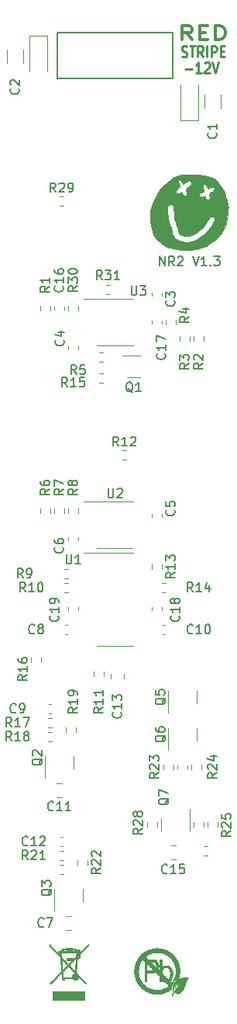
<source format=gbr>
G04 #@! TF.GenerationSoftware,KiCad,Pcbnew,(6.0.0)*
G04 #@! TF.CreationDate,2022-01-12T09:15:57-08:00*
G04 #@! TF.ProjectId,VCF,5643462e-6b69-4636-9164-5f7063625858,rev?*
G04 #@! TF.SameCoordinates,Original*
G04 #@! TF.FileFunction,Legend,Top*
G04 #@! TF.FilePolarity,Positive*
%FSLAX46Y46*%
G04 Gerber Fmt 4.6, Leading zero omitted, Abs format (unit mm)*
G04 Created by KiCad (PCBNEW (6.0.0)) date 2022-01-12 09:15:57*
%MOMM*%
%LPD*%
G01*
G04 APERTURE LIST*
%ADD10C,0.300000*%
%ADD11C,0.250000*%
%ADD12C,0.180000*%
%ADD13C,0.150000*%
%ADD14C,0.010000*%
%ADD15C,0.120000*%
G04 APERTURE END LIST*
D10*
X22400571Y107017428D02*
X21767238Y107731714D01*
X21314857Y107017428D02*
X21314857Y108517428D01*
X22038666Y108517428D01*
X22219619Y108446000D01*
X22310095Y108374571D01*
X22400571Y108231714D01*
X22400571Y108017428D01*
X22310095Y107874571D01*
X22219619Y107803142D01*
X22038666Y107731714D01*
X21314857Y107731714D01*
X23214857Y107803142D02*
X23848190Y107803142D01*
X24119619Y107017428D02*
X23214857Y107017428D01*
X23214857Y108517428D01*
X24119619Y108517428D01*
X24933904Y107017428D02*
X24933904Y108517428D01*
X25386285Y108517428D01*
X25657714Y108446000D01*
X25838666Y108303142D01*
X25929142Y108160285D01*
X26019619Y107874571D01*
X26019619Y107660285D01*
X25929142Y107374571D01*
X25838666Y107231714D01*
X25657714Y107088857D01*
X25386285Y107017428D01*
X24933904Y107017428D01*
D11*
X21264857Y105178285D02*
X21407714Y105121142D01*
X21645809Y105121142D01*
X21741047Y105178285D01*
X21788666Y105235428D01*
X21836285Y105349714D01*
X21836285Y105464000D01*
X21788666Y105578285D01*
X21741047Y105635428D01*
X21645809Y105692571D01*
X21455333Y105749714D01*
X21360095Y105806857D01*
X21312476Y105864000D01*
X21264857Y105978285D01*
X21264857Y106092571D01*
X21312476Y106206857D01*
X21360095Y106264000D01*
X21455333Y106321142D01*
X21693428Y106321142D01*
X21836285Y106264000D01*
X22122000Y106321142D02*
X22693428Y106321142D01*
X22407714Y105121142D02*
X22407714Y106321142D01*
X23598190Y105121142D02*
X23264857Y105692571D01*
X23026761Y105121142D02*
X23026761Y106321142D01*
X23407714Y106321142D01*
X23502952Y106264000D01*
X23550571Y106206857D01*
X23598190Y106092571D01*
X23598190Y105921142D01*
X23550571Y105806857D01*
X23502952Y105749714D01*
X23407714Y105692571D01*
X23026761Y105692571D01*
X24026761Y105121142D02*
X24026761Y106321142D01*
X24502952Y105121142D02*
X24502952Y106321142D01*
X24883904Y106321142D01*
X24979142Y106264000D01*
X25026761Y106206857D01*
X25074380Y106092571D01*
X25074380Y105921142D01*
X25026761Y105806857D01*
X24979142Y105749714D01*
X24883904Y105692571D01*
X24502952Y105692571D01*
X25502952Y105749714D02*
X25836285Y105749714D01*
X25979142Y105121142D02*
X25502952Y105121142D01*
X25502952Y106321142D01*
X25979142Y106321142D01*
X21606095Y103800285D02*
X22368000Y103800285D01*
X23368000Y103343142D02*
X22796571Y103343142D01*
X23082285Y103343142D02*
X23082285Y104543142D01*
X22987047Y104371714D01*
X22891809Y104257428D01*
X22796571Y104200285D01*
X23748952Y104428857D02*
X23796571Y104486000D01*
X23891809Y104543142D01*
X24129904Y104543142D01*
X24225142Y104486000D01*
X24272761Y104428857D01*
X24320380Y104314571D01*
X24320380Y104200285D01*
X24272761Y104028857D01*
X23701333Y103343142D01*
X24320380Y103343142D01*
X24606095Y104543142D02*
X24939428Y103343142D01*
X25272761Y104543142D01*
D12*
X18836095Y82351619D02*
X18836095Y83351619D01*
X19407523Y82351619D01*
X19407523Y83351619D01*
X20455142Y82351619D02*
X20121809Y82827809D01*
X19883714Y82351619D02*
X19883714Y83351619D01*
X20264666Y83351619D01*
X20359904Y83304000D01*
X20407523Y83256380D01*
X20455142Y83161142D01*
X20455142Y83018285D01*
X20407523Y82923047D01*
X20359904Y82875428D01*
X20264666Y82827809D01*
X19883714Y82827809D01*
X20836095Y83256380D02*
X20883714Y83304000D01*
X20978952Y83351619D01*
X21217047Y83351619D01*
X21312285Y83304000D01*
X21359904Y83256380D01*
X21407523Y83161142D01*
X21407523Y83065904D01*
X21359904Y82923047D01*
X20788476Y82351619D01*
X21407523Y82351619D01*
X22455142Y83351619D02*
X22788476Y82351619D01*
X23121809Y83351619D01*
X23978952Y82351619D02*
X23407523Y82351619D01*
X23693238Y82351619D02*
X23693238Y83351619D01*
X23598000Y83208761D01*
X23502761Y83113523D01*
X23407523Y83065904D01*
X24407523Y82446857D02*
X24455142Y82399238D01*
X24407523Y82351619D01*
X24359904Y82399238D01*
X24407523Y82446857D01*
X24407523Y82351619D01*
X24788476Y83351619D02*
X25407523Y83351619D01*
X25074190Y82970666D01*
X25217047Y82970666D01*
X25312285Y82923047D01*
X25359904Y82875428D01*
X25407523Y82780190D01*
X25407523Y82542095D01*
X25359904Y82446857D01*
X25312285Y82399238D01*
X25217047Y82351619D01*
X24931333Y82351619D01*
X24836095Y82399238D01*
X24788476Y82446857D01*
D13*
X9850380Y80129142D02*
X9374190Y79795809D01*
X9850380Y79557714D02*
X8850380Y79557714D01*
X8850380Y79938666D01*
X8898000Y80033904D01*
X8945619Y80081523D01*
X9040857Y80129142D01*
X9183714Y80129142D01*
X9278952Y80081523D01*
X9326571Y80033904D01*
X9374190Y79938666D01*
X9374190Y79557714D01*
X8850380Y80462476D02*
X8850380Y81081523D01*
X9231333Y80748190D01*
X9231333Y80891047D01*
X9278952Y80986285D01*
X9326571Y81033904D01*
X9421809Y81081523D01*
X9659904Y81081523D01*
X9755142Y81033904D01*
X9802761Y80986285D01*
X9850380Y80891047D01*
X9850380Y80605333D01*
X9802761Y80510095D01*
X9755142Y80462476D01*
X8850380Y81700571D02*
X8850380Y81795809D01*
X8898000Y81891047D01*
X8945619Y81938666D01*
X9040857Y81986285D01*
X9231333Y82033904D01*
X9469428Y82033904D01*
X9659904Y81986285D01*
X9755142Y81938666D01*
X9802761Y81891047D01*
X9850380Y81795809D01*
X9850380Y81700571D01*
X9802761Y81605333D01*
X9755142Y81557714D01*
X9659904Y81510095D01*
X9469428Y81462476D01*
X9231333Y81462476D01*
X9040857Y81510095D01*
X8945619Y81557714D01*
X8898000Y81605333D01*
X8850380Y81700571D01*
X14343142Y62699619D02*
X14009809Y63175809D01*
X13771714Y62699619D02*
X13771714Y63699619D01*
X14152666Y63699619D01*
X14247904Y63652000D01*
X14295523Y63604380D01*
X14343142Y63509142D01*
X14343142Y63366285D01*
X14295523Y63271047D01*
X14247904Y63223428D01*
X14152666Y63175809D01*
X13771714Y63175809D01*
X15295523Y62699619D02*
X14724095Y62699619D01*
X15009809Y62699619D02*
X15009809Y63699619D01*
X14914571Y63556761D01*
X14819333Y63461523D01*
X14724095Y63413904D01*
X15676476Y63604380D02*
X15724095Y63652000D01*
X15819333Y63699619D01*
X16057428Y63699619D01*
X16152666Y63652000D01*
X16200285Y63604380D01*
X16247904Y63509142D01*
X16247904Y63413904D01*
X16200285Y63271047D01*
X15628857Y62699619D01*
X16247904Y62699619D01*
X19407142Y72763142D02*
X19454761Y72715523D01*
X19502380Y72572666D01*
X19502380Y72477428D01*
X19454761Y72334571D01*
X19359523Y72239333D01*
X19264285Y72191714D01*
X19073809Y72144095D01*
X18930952Y72144095D01*
X18740476Y72191714D01*
X18645238Y72239333D01*
X18550000Y72334571D01*
X18502380Y72477428D01*
X18502380Y72572666D01*
X18550000Y72715523D01*
X18597619Y72763142D01*
X19502380Y73715523D02*
X19502380Y73144095D01*
X19502380Y73429809D02*
X18502380Y73429809D01*
X18645238Y73334571D01*
X18740476Y73239333D01*
X18788095Y73144095D01*
X18502380Y74048857D02*
X18502380Y74715523D01*
X19502380Y74286952D01*
X23566380Y71715333D02*
X23090190Y71382000D01*
X23566380Y71143904D02*
X22566380Y71143904D01*
X22566380Y71524857D01*
X22614000Y71620095D01*
X22661619Y71667714D01*
X22756857Y71715333D01*
X22899714Y71715333D01*
X22994952Y71667714D01*
X23042571Y71620095D01*
X23090190Y71524857D01*
X23090190Y71143904D01*
X22661619Y72096285D02*
X22614000Y72143904D01*
X22566380Y72239142D01*
X22566380Y72477238D01*
X22614000Y72572476D01*
X22661619Y72620095D01*
X22756857Y72667714D01*
X22852095Y72667714D01*
X22994952Y72620095D01*
X23566380Y72048666D01*
X23566380Y72667714D01*
X2659142Y32059619D02*
X2325809Y32535809D01*
X2087714Y32059619D02*
X2087714Y33059619D01*
X2468666Y33059619D01*
X2563904Y33012000D01*
X2611523Y32964380D01*
X2659142Y32869142D01*
X2659142Y32726285D01*
X2611523Y32631047D01*
X2563904Y32583428D01*
X2468666Y32535809D01*
X2087714Y32535809D01*
X3611523Y32059619D02*
X3040095Y32059619D01*
X3325809Y32059619D02*
X3325809Y33059619D01*
X3230571Y32916761D01*
X3135333Y32821523D01*
X3040095Y32773904D01*
X3944857Y33059619D02*
X4611523Y33059619D01*
X4182952Y32059619D01*
X18740380Y27043142D02*
X18264190Y26709809D01*
X18740380Y26471714D02*
X17740380Y26471714D01*
X17740380Y26852666D01*
X17788000Y26947904D01*
X17835619Y26995523D01*
X17930857Y27043142D01*
X18073714Y27043142D01*
X18168952Y26995523D01*
X18216571Y26947904D01*
X18264190Y26852666D01*
X18264190Y26471714D01*
X17835619Y27424095D02*
X17788000Y27471714D01*
X17740380Y27566952D01*
X17740380Y27805047D01*
X17788000Y27900285D01*
X17835619Y27947904D01*
X17930857Y27995523D01*
X18026095Y27995523D01*
X18168952Y27947904D01*
X18740380Y27376476D01*
X18740380Y27995523D01*
X17740380Y28328857D02*
X17740380Y28947904D01*
X18121333Y28614571D01*
X18121333Y28757428D01*
X18168952Y28852666D01*
X18216571Y28900285D01*
X18311809Y28947904D01*
X18549904Y28947904D01*
X18645142Y28900285D01*
X18692761Y28852666D01*
X18740380Y28757428D01*
X18740380Y28471714D01*
X18692761Y28376476D01*
X18645142Y28328857D01*
X12390380Y16629142D02*
X11914190Y16295809D01*
X12390380Y16057714D02*
X11390380Y16057714D01*
X11390380Y16438666D01*
X11438000Y16533904D01*
X11485619Y16581523D01*
X11580857Y16629142D01*
X11723714Y16629142D01*
X11818952Y16581523D01*
X11866571Y16533904D01*
X11914190Y16438666D01*
X11914190Y16057714D01*
X11485619Y17010095D02*
X11438000Y17057714D01*
X11390380Y17152952D01*
X11390380Y17391047D01*
X11438000Y17486285D01*
X11485619Y17533904D01*
X11580857Y17581523D01*
X11676095Y17581523D01*
X11818952Y17533904D01*
X12390380Y16962476D01*
X12390380Y17581523D01*
X11485619Y17962476D02*
X11438000Y18010095D01*
X11390380Y18105333D01*
X11390380Y18343428D01*
X11438000Y18438666D01*
X11485619Y18486285D01*
X11580857Y18533904D01*
X11676095Y18533904D01*
X11818952Y18486285D01*
X12390380Y17914857D01*
X12390380Y18533904D01*
X8636095Y50839619D02*
X8636095Y50030095D01*
X8683714Y49934857D01*
X8731333Y49887238D01*
X8826571Y49839619D01*
X9017047Y49839619D01*
X9112285Y49887238D01*
X9159904Y49934857D01*
X9207523Y50030095D01*
X9207523Y50839619D01*
X10207523Y49839619D02*
X9636095Y49839619D01*
X9921809Y49839619D02*
X9921809Y50839619D01*
X9826571Y50696761D01*
X9731333Y50601523D01*
X9636095Y50553904D01*
X4183142Y46791619D02*
X3849809Y47267809D01*
X3611714Y46791619D02*
X3611714Y47791619D01*
X3992666Y47791619D01*
X4087904Y47744000D01*
X4135523Y47696380D01*
X4183142Y47601142D01*
X4183142Y47458285D01*
X4135523Y47363047D01*
X4087904Y47315428D01*
X3992666Y47267809D01*
X3611714Y47267809D01*
X5135523Y46791619D02*
X4564095Y46791619D01*
X4849809Y46791619D02*
X4849809Y47791619D01*
X4754571Y47648761D01*
X4659333Y47553523D01*
X4564095Y47505904D01*
X5754571Y47791619D02*
X5849809Y47791619D01*
X5945047Y47744000D01*
X5992666Y47696380D01*
X6040285Y47601142D01*
X6087904Y47410666D01*
X6087904Y47172571D01*
X6040285Y46982095D01*
X5992666Y46886857D01*
X5945047Y46839238D01*
X5849809Y46791619D01*
X5754571Y46791619D01*
X5659333Y46839238D01*
X5611714Y46886857D01*
X5564095Y46982095D01*
X5516476Y47172571D01*
X5516476Y47410666D01*
X5564095Y47601142D01*
X5611714Y47696380D01*
X5659333Y47744000D01*
X5754571Y47791619D01*
X7231142Y23010857D02*
X7183523Y22963238D01*
X7040666Y22915619D01*
X6945428Y22915619D01*
X6802571Y22963238D01*
X6707333Y23058476D01*
X6659714Y23153714D01*
X6612095Y23344190D01*
X6612095Y23487047D01*
X6659714Y23677523D01*
X6707333Y23772761D01*
X6802571Y23868000D01*
X6945428Y23915619D01*
X7040666Y23915619D01*
X7183523Y23868000D01*
X7231142Y23820380D01*
X8183523Y22915619D02*
X7612095Y22915619D01*
X7897809Y22915619D02*
X7897809Y23915619D01*
X7802571Y23772761D01*
X7707333Y23677523D01*
X7612095Y23629904D01*
X9135904Y22915619D02*
X8564476Y22915619D01*
X8850190Y22915619D02*
X8850190Y23915619D01*
X8754952Y23772761D01*
X8659714Y23677523D01*
X8564476Y23629904D01*
X19677142Y16152857D02*
X19629523Y16105238D01*
X19486666Y16057619D01*
X19391428Y16057619D01*
X19248571Y16105238D01*
X19153333Y16200476D01*
X19105714Y16295714D01*
X19058095Y16486190D01*
X19058095Y16629047D01*
X19105714Y16819523D01*
X19153333Y16914761D01*
X19248571Y17010000D01*
X19391428Y17057619D01*
X19486666Y17057619D01*
X19629523Y17010000D01*
X19677142Y16962380D01*
X20629523Y16057619D02*
X20058095Y16057619D01*
X20343809Y16057619D02*
X20343809Y17057619D01*
X20248571Y16914761D01*
X20153333Y16819523D01*
X20058095Y16771904D01*
X21534285Y17057619D02*
X21058095Y17057619D01*
X21010476Y16581428D01*
X21058095Y16629047D01*
X21153333Y16676666D01*
X21391428Y16676666D01*
X21486666Y16629047D01*
X21534285Y16581428D01*
X21581904Y16486190D01*
X21581904Y16248095D01*
X21534285Y16152857D01*
X21486666Y16105238D01*
X21391428Y16057619D01*
X21153333Y16057619D01*
X21058095Y16105238D01*
X21010476Y16152857D01*
X9739333Y70507619D02*
X9406000Y70983809D01*
X9167904Y70507619D02*
X9167904Y71507619D01*
X9548857Y71507619D01*
X9644095Y71460000D01*
X9691714Y71412380D01*
X9739333Y71317142D01*
X9739333Y71174285D01*
X9691714Y71079047D01*
X9644095Y71031428D01*
X9548857Y70983809D01*
X9167904Y70983809D01*
X10644095Y71507619D02*
X10167904Y71507619D01*
X10120285Y71031428D01*
X10167904Y71079047D01*
X10263142Y71126666D01*
X10501238Y71126666D01*
X10596476Y71079047D01*
X10644095Y71031428D01*
X10691714Y70936190D01*
X10691714Y70698095D01*
X10644095Y70602857D01*
X10596476Y70555238D01*
X10501238Y70507619D01*
X10263142Y70507619D01*
X10167904Y70555238D01*
X10120285Y70602857D01*
X8326380Y57999333D02*
X7850190Y57666000D01*
X8326380Y57427904D02*
X7326380Y57427904D01*
X7326380Y57808857D01*
X7374000Y57904095D01*
X7421619Y57951714D01*
X7516857Y57999333D01*
X7659714Y57999333D01*
X7754952Y57951714D01*
X7802571Y57904095D01*
X7850190Y57808857D01*
X7850190Y57427904D01*
X7326380Y58332666D02*
X7326380Y58999333D01*
X8326380Y58570761D01*
X8231142Y80129142D02*
X8278761Y80081523D01*
X8326380Y79938666D01*
X8326380Y79843428D01*
X8278761Y79700571D01*
X8183523Y79605333D01*
X8088285Y79557714D01*
X7897809Y79510095D01*
X7754952Y79510095D01*
X7564476Y79557714D01*
X7469238Y79605333D01*
X7374000Y79700571D01*
X7326380Y79843428D01*
X7326380Y79938666D01*
X7374000Y80081523D01*
X7421619Y80129142D01*
X8326380Y81081523D02*
X8326380Y80510095D01*
X8326380Y80795809D02*
X7326380Y80795809D01*
X7469238Y80700571D01*
X7564476Y80605333D01*
X7612095Y80510095D01*
X7326380Y81938666D02*
X7326380Y81748190D01*
X7374000Y81652952D01*
X7421619Y81605333D01*
X7564476Y81510095D01*
X7754952Y81462476D01*
X8135904Y81462476D01*
X8231142Y81510095D01*
X8278761Y81557714D01*
X8326380Y81652952D01*
X8326380Y81843428D01*
X8278761Y81938666D01*
X8231142Y81986285D01*
X8135904Y82033904D01*
X7897809Y82033904D01*
X7802571Y81986285D01*
X7754952Y81938666D01*
X7707333Y81843428D01*
X7707333Y81652952D01*
X7754952Y81557714D01*
X7802571Y81510095D01*
X7897809Y81462476D01*
X20423142Y78573333D02*
X20470761Y78525714D01*
X20518380Y78382857D01*
X20518380Y78287619D01*
X20470761Y78144761D01*
X20375523Y78049523D01*
X20280285Y78001904D01*
X20089809Y77954285D01*
X19946952Y77954285D01*
X19756476Y78001904D01*
X19661238Y78049523D01*
X19566000Y78144761D01*
X19518380Y78287619D01*
X19518380Y78382857D01*
X19566000Y78525714D01*
X19613619Y78573333D01*
X19518380Y78906666D02*
X19518380Y79525714D01*
X19899333Y79192380D01*
X19899333Y79335238D01*
X19946952Y79430476D01*
X19994571Y79478095D01*
X20089809Y79525714D01*
X20327904Y79525714D01*
X20423142Y79478095D01*
X20470761Y79430476D01*
X20518380Y79335238D01*
X20518380Y79049523D01*
X20470761Y78954285D01*
X20423142Y78906666D01*
X13208095Y58049619D02*
X13208095Y57240095D01*
X13255714Y57144857D01*
X13303333Y57097238D01*
X13398571Y57049619D01*
X13589047Y57049619D01*
X13684285Y57097238D01*
X13731904Y57144857D01*
X13779523Y57240095D01*
X13779523Y58049619D01*
X14208095Y57954380D02*
X14255714Y58002000D01*
X14350952Y58049619D01*
X14589047Y58049619D01*
X14684285Y58002000D01*
X14731904Y57954380D01*
X14779523Y57859142D01*
X14779523Y57763904D01*
X14731904Y57621047D01*
X14160476Y57049619D01*
X14779523Y57049619D01*
X8755142Y69143619D02*
X8421809Y69619809D01*
X8183714Y69143619D02*
X8183714Y70143619D01*
X8564666Y70143619D01*
X8659904Y70096000D01*
X8707523Y70048380D01*
X8755142Y69953142D01*
X8755142Y69810285D01*
X8707523Y69715047D01*
X8659904Y69667428D01*
X8564666Y69619809D01*
X8183714Y69619809D01*
X9707523Y69143619D02*
X9136095Y69143619D01*
X9421809Y69143619D02*
X9421809Y70143619D01*
X9326571Y70000761D01*
X9231333Y69905523D01*
X9136095Y69857904D01*
X10612285Y70143619D02*
X10136095Y70143619D01*
X10088476Y69667428D01*
X10136095Y69715047D01*
X10231333Y69762666D01*
X10469428Y69762666D01*
X10564666Y69715047D01*
X10612285Y69667428D01*
X10659904Y69572190D01*
X10659904Y69334095D01*
X10612285Y69238857D01*
X10564666Y69191238D01*
X10469428Y69143619D01*
X10231333Y69143619D01*
X10136095Y69191238D01*
X10088476Y69238857D01*
X19483619Y31146761D02*
X19436000Y31051523D01*
X19340761Y30956285D01*
X19197904Y30813428D01*
X19150285Y30718190D01*
X19150285Y30622952D01*
X19388380Y30670571D02*
X19340761Y30575333D01*
X19245523Y30480095D01*
X19055047Y30432476D01*
X18721714Y30432476D01*
X18531238Y30480095D01*
X18436000Y30575333D01*
X18388380Y30670571D01*
X18388380Y30861047D01*
X18436000Y30956285D01*
X18531238Y31051523D01*
X18721714Y31099142D01*
X19055047Y31099142D01*
X19245523Y31051523D01*
X19340761Y30956285D01*
X19388380Y30861047D01*
X19388380Y30670571D01*
X18388380Y31956285D02*
X18388380Y31765809D01*
X18436000Y31670571D01*
X18483619Y31622952D01*
X18626476Y31527714D01*
X18816952Y31480095D01*
X19197904Y31480095D01*
X19293142Y31527714D01*
X19340761Y31575333D01*
X19388380Y31670571D01*
X19388380Y31861047D01*
X19340761Y31956285D01*
X19293142Y32003904D01*
X19197904Y32051523D01*
X18959809Y32051523D01*
X18864571Y32003904D01*
X18816952Y31956285D01*
X18769333Y31861047D01*
X18769333Y31670571D01*
X18816952Y31575333D01*
X18864571Y31527714D01*
X18959809Y31480095D01*
X12565142Y80827619D02*
X12231809Y81303809D01*
X11993714Y80827619D02*
X11993714Y81827619D01*
X12374666Y81827619D01*
X12469904Y81780000D01*
X12517523Y81732380D01*
X12565142Y81637142D01*
X12565142Y81494285D01*
X12517523Y81399047D01*
X12469904Y81351428D01*
X12374666Y81303809D01*
X11993714Y81303809D01*
X12898476Y81827619D02*
X13517523Y81827619D01*
X13184190Y81446666D01*
X13327047Y81446666D01*
X13422285Y81399047D01*
X13469904Y81351428D01*
X13517523Y81256190D01*
X13517523Y81018095D01*
X13469904Y80922857D01*
X13422285Y80875238D01*
X13327047Y80827619D01*
X13041333Y80827619D01*
X12946095Y80875238D01*
X12898476Y80922857D01*
X14469904Y80827619D02*
X13898476Y80827619D01*
X14184190Y80827619D02*
X14184190Y81827619D01*
X14088952Y81684761D01*
X13993714Y81589523D01*
X13898476Y81541904D01*
X22042380Y71715333D02*
X21566190Y71382000D01*
X22042380Y71143904D02*
X21042380Y71143904D01*
X21042380Y71524857D01*
X21090000Y71620095D01*
X21137619Y71667714D01*
X21232857Y71715333D01*
X21375714Y71715333D01*
X21470952Y71667714D01*
X21518571Y71620095D01*
X21566190Y71524857D01*
X21566190Y71143904D01*
X21042380Y72048666D02*
X21042380Y72667714D01*
X21423333Y72334380D01*
X21423333Y72477238D01*
X21470952Y72572476D01*
X21518571Y72620095D01*
X21613809Y72667714D01*
X21851904Y72667714D01*
X21947142Y72620095D01*
X21994761Y72572476D01*
X22042380Y72477238D01*
X22042380Y72191523D01*
X21994761Y72096285D01*
X21947142Y72048666D01*
X26614380Y20693142D02*
X26138190Y20359809D01*
X26614380Y20121714D02*
X25614380Y20121714D01*
X25614380Y20502666D01*
X25662000Y20597904D01*
X25709619Y20645523D01*
X25804857Y20693142D01*
X25947714Y20693142D01*
X26042952Y20645523D01*
X26090571Y20597904D01*
X26138190Y20502666D01*
X26138190Y20121714D01*
X25709619Y21074095D02*
X25662000Y21121714D01*
X25614380Y21216952D01*
X25614380Y21455047D01*
X25662000Y21550285D01*
X25709619Y21597904D01*
X25804857Y21645523D01*
X25900095Y21645523D01*
X26042952Y21597904D01*
X26614380Y21026476D01*
X26614380Y21645523D01*
X25614380Y22550285D02*
X25614380Y22074095D01*
X26090571Y22026476D01*
X26042952Y22074095D01*
X25995333Y22169333D01*
X25995333Y22407428D01*
X26042952Y22502666D01*
X26090571Y22550285D01*
X26185809Y22597904D01*
X26423904Y22597904D01*
X26519142Y22550285D01*
X26566761Y22502666D01*
X26614380Y22407428D01*
X26614380Y22169333D01*
X26566761Y22074095D01*
X26519142Y22026476D01*
X22471142Y42314857D02*
X22423523Y42267238D01*
X22280666Y42219619D01*
X22185428Y42219619D01*
X22042571Y42267238D01*
X21947333Y42362476D01*
X21899714Y42457714D01*
X21852095Y42648190D01*
X21852095Y42791047D01*
X21899714Y42981523D01*
X21947333Y43076761D01*
X22042571Y43172000D01*
X22185428Y43219619D01*
X22280666Y43219619D01*
X22423523Y43172000D01*
X22471142Y43124380D01*
X23423523Y42219619D02*
X22852095Y42219619D01*
X23137809Y42219619D02*
X23137809Y43219619D01*
X23042571Y43076761D01*
X22947333Y42981523D01*
X22852095Y42933904D01*
X24042571Y43219619D02*
X24137809Y43219619D01*
X24233047Y43172000D01*
X24280666Y43124380D01*
X24328285Y43029142D01*
X24375904Y42838666D01*
X24375904Y42600571D01*
X24328285Y42410095D01*
X24280666Y42314857D01*
X24233047Y42267238D01*
X24137809Y42219619D01*
X24042571Y42219619D01*
X23947333Y42267238D01*
X23899714Y42314857D01*
X23852095Y42410095D01*
X23804476Y42600571D01*
X23804476Y42838666D01*
X23852095Y43029142D01*
X23899714Y43124380D01*
X23947333Y43172000D01*
X24042571Y43219619D01*
X6802380Y57999333D02*
X6326190Y57666000D01*
X6802380Y57427904D02*
X5802380Y57427904D01*
X5802380Y57808857D01*
X5850000Y57904095D01*
X5897619Y57951714D01*
X5992857Y57999333D01*
X6135714Y57999333D01*
X6230952Y57951714D01*
X6278571Y57904095D01*
X6326190Y57808857D01*
X6326190Y57427904D01*
X5802380Y58856476D02*
X5802380Y58666000D01*
X5850000Y58570761D01*
X5897619Y58523142D01*
X6040476Y58427904D01*
X6230952Y58380285D01*
X6611904Y58380285D01*
X6707142Y58427904D01*
X6754761Y58475523D01*
X6802380Y58570761D01*
X6802380Y58761238D01*
X6754761Y58856476D01*
X6707142Y58904095D01*
X6611904Y58951714D01*
X6373809Y58951714D01*
X6278571Y58904095D01*
X6230952Y58856476D01*
X6183333Y58761238D01*
X6183333Y58570761D01*
X6230952Y58475523D01*
X6278571Y58427904D01*
X6373809Y58380285D01*
X4437142Y19200857D02*
X4389523Y19153238D01*
X4246666Y19105619D01*
X4151428Y19105619D01*
X4008571Y19153238D01*
X3913333Y19248476D01*
X3865714Y19343714D01*
X3818095Y19534190D01*
X3818095Y19677047D01*
X3865714Y19867523D01*
X3913333Y19962761D01*
X4008571Y20058000D01*
X4151428Y20105619D01*
X4246666Y20105619D01*
X4389523Y20058000D01*
X4437142Y20010380D01*
X5389523Y19105619D02*
X4818095Y19105619D01*
X5103809Y19105619D02*
X5103809Y20105619D01*
X5008571Y19962761D01*
X4913333Y19867523D01*
X4818095Y19819904D01*
X5770476Y20010380D02*
X5818095Y20058000D01*
X5913333Y20105619D01*
X6151428Y20105619D01*
X6246666Y20058000D01*
X6294285Y20010380D01*
X6341904Y19915142D01*
X6341904Y19819904D01*
X6294285Y19677047D01*
X5722857Y19105619D01*
X6341904Y19105619D01*
X15748095Y80147619D02*
X15748095Y79338095D01*
X15795714Y79242857D01*
X15843333Y79195238D01*
X15938571Y79147619D01*
X16129047Y79147619D01*
X16224285Y79195238D01*
X16271904Y79242857D01*
X16319523Y79338095D01*
X16319523Y80147619D01*
X16700476Y80147619D02*
X17319523Y80147619D01*
X16986190Y79766666D01*
X17129047Y79766666D01*
X17224285Y79719047D01*
X17271904Y79671428D01*
X17319523Y79576190D01*
X17319523Y79338095D01*
X17271904Y79242857D01*
X17224285Y79195238D01*
X17129047Y79147619D01*
X16843333Y79147619D01*
X16748095Y79195238D01*
X16700476Y79242857D01*
X2659142Y30535619D02*
X2325809Y31011809D01*
X2087714Y30535619D02*
X2087714Y31535619D01*
X2468666Y31535619D01*
X2563904Y31488000D01*
X2611523Y31440380D01*
X2659142Y31345142D01*
X2659142Y31202285D01*
X2611523Y31107047D01*
X2563904Y31059428D01*
X2468666Y31011809D01*
X2087714Y31011809D01*
X3611523Y30535619D02*
X3040095Y30535619D01*
X3325809Y30535619D02*
X3325809Y31535619D01*
X3230571Y31392761D01*
X3135333Y31297523D01*
X3040095Y31249904D01*
X4182952Y31107047D02*
X4087714Y31154666D01*
X4040095Y31202285D01*
X3992476Y31297523D01*
X3992476Y31345142D01*
X4040095Y31440380D01*
X4087714Y31488000D01*
X4182952Y31535619D01*
X4373428Y31535619D01*
X4468666Y31488000D01*
X4516285Y31440380D01*
X4563904Y31345142D01*
X4563904Y31297523D01*
X4516285Y31202285D01*
X4468666Y31154666D01*
X4373428Y31107047D01*
X4182952Y31107047D01*
X4087714Y31059428D01*
X4040095Y31011809D01*
X3992476Y30916571D01*
X3992476Y30726095D01*
X4040095Y30630857D01*
X4087714Y30583238D01*
X4182952Y30535619D01*
X4373428Y30535619D01*
X4468666Y30583238D01*
X4516285Y30630857D01*
X4563904Y30726095D01*
X4563904Y30916571D01*
X4516285Y31011809D01*
X4468666Y31059428D01*
X4373428Y31107047D01*
X24995142Y96861333D02*
X25042761Y96813714D01*
X25090380Y96670857D01*
X25090380Y96575619D01*
X25042761Y96432761D01*
X24947523Y96337523D01*
X24852285Y96289904D01*
X24661809Y96242285D01*
X24518952Y96242285D01*
X24328476Y96289904D01*
X24233238Y96337523D01*
X24138000Y96432761D01*
X24090380Y96575619D01*
X24090380Y96670857D01*
X24138000Y96813714D01*
X24185619Y96861333D01*
X25090380Y97813714D02*
X25090380Y97242285D01*
X25090380Y97528000D02*
X24090380Y97528000D01*
X24233238Y97432761D01*
X24328476Y97337523D01*
X24376095Y97242285D01*
X9850380Y57999333D02*
X9374190Y57666000D01*
X9850380Y57427904D02*
X8850380Y57427904D01*
X8850380Y57808857D01*
X8898000Y57904095D01*
X8945619Y57951714D01*
X9040857Y57999333D01*
X9183714Y57999333D01*
X9278952Y57951714D01*
X9326571Y57904095D01*
X9374190Y57808857D01*
X9374190Y57427904D01*
X9278952Y58570761D02*
X9231333Y58475523D01*
X9183714Y58427904D01*
X9088476Y58380285D01*
X9040857Y58380285D01*
X8945619Y58427904D01*
X8898000Y58475523D01*
X8850380Y58570761D01*
X8850380Y58761238D01*
X8898000Y58856476D01*
X8945619Y58904095D01*
X9040857Y58951714D01*
X9088476Y58951714D01*
X9183714Y58904095D01*
X9231333Y58856476D01*
X9278952Y58761238D01*
X9278952Y58570761D01*
X9326571Y58475523D01*
X9374190Y58427904D01*
X9469428Y58380285D01*
X9659904Y58380285D01*
X9755142Y58427904D01*
X9802761Y58475523D01*
X9850380Y58570761D01*
X9850380Y58761238D01*
X9802761Y58856476D01*
X9755142Y58904095D01*
X9659904Y58951714D01*
X9469428Y58951714D01*
X9374190Y58904095D01*
X9326571Y58856476D01*
X9278952Y58761238D01*
X22471142Y46791619D02*
X22137809Y47267809D01*
X21899714Y46791619D02*
X21899714Y47791619D01*
X22280666Y47791619D01*
X22375904Y47744000D01*
X22423523Y47696380D01*
X22471142Y47601142D01*
X22471142Y47458285D01*
X22423523Y47363047D01*
X22375904Y47315428D01*
X22280666Y47267809D01*
X21899714Y47267809D01*
X23423523Y46791619D02*
X22852095Y46791619D01*
X23137809Y46791619D02*
X23137809Y47791619D01*
X23042571Y47648761D01*
X22947333Y47553523D01*
X22852095Y47505904D01*
X24280666Y47458285D02*
X24280666Y46791619D01*
X24042571Y47839238D02*
X23804476Y47124952D01*
X24423523Y47124952D01*
X3135333Y33678857D02*
X3087714Y33631238D01*
X2944857Y33583619D01*
X2849619Y33583619D01*
X2706761Y33631238D01*
X2611523Y33726476D01*
X2563904Y33821714D01*
X2516285Y34012190D01*
X2516285Y34155047D01*
X2563904Y34345523D01*
X2611523Y34440761D01*
X2706761Y34536000D01*
X2849619Y34583619D01*
X2944857Y34583619D01*
X3087714Y34536000D01*
X3135333Y34488380D01*
X3611523Y33583619D02*
X3802000Y33583619D01*
X3897238Y33631238D01*
X3944857Y33678857D01*
X4040095Y33821714D01*
X4087714Y34012190D01*
X4087714Y34393142D01*
X4040095Y34488380D01*
X3992476Y34536000D01*
X3897238Y34583619D01*
X3706761Y34583619D01*
X3611523Y34536000D01*
X3563904Y34488380D01*
X3516285Y34393142D01*
X3516285Y34155047D01*
X3563904Y34059809D01*
X3611523Y34012190D01*
X3706761Y33964571D01*
X3897238Y33964571D01*
X3992476Y34012190D01*
X4040095Y34059809D01*
X4087714Y34155047D01*
X20518380Y48887142D02*
X20042190Y48553809D01*
X20518380Y48315714D02*
X19518380Y48315714D01*
X19518380Y48696666D01*
X19566000Y48791904D01*
X19613619Y48839523D01*
X19708857Y48887142D01*
X19851714Y48887142D01*
X19946952Y48839523D01*
X19994571Y48791904D01*
X20042190Y48696666D01*
X20042190Y48315714D01*
X20518380Y49839523D02*
X20518380Y49268095D01*
X20518380Y49553809D02*
X19518380Y49553809D01*
X19661238Y49458571D01*
X19756476Y49363333D01*
X19804095Y49268095D01*
X19518380Y50172857D02*
X19518380Y50791904D01*
X19899333Y50458571D01*
X19899333Y50601428D01*
X19946952Y50696666D01*
X19994571Y50744285D01*
X20089809Y50791904D01*
X20327904Y50791904D01*
X20423142Y50744285D01*
X20470761Y50696666D01*
X20518380Y50601428D01*
X20518380Y50315714D01*
X20470761Y50220476D01*
X20423142Y50172857D01*
X7037619Y14382761D02*
X6990000Y14287523D01*
X6894761Y14192285D01*
X6751904Y14049428D01*
X6704285Y13954190D01*
X6704285Y13858952D01*
X6942380Y13906571D02*
X6894761Y13811333D01*
X6799523Y13716095D01*
X6609047Y13668476D01*
X6275714Y13668476D01*
X6085238Y13716095D01*
X5990000Y13811333D01*
X5942380Y13906571D01*
X5942380Y14097047D01*
X5990000Y14192285D01*
X6085238Y14287523D01*
X6275714Y14335142D01*
X6609047Y14335142D01*
X6799523Y14287523D01*
X6894761Y14192285D01*
X6942380Y14097047D01*
X6942380Y13906571D01*
X5942380Y14668476D02*
X5942380Y15287523D01*
X6323333Y14954190D01*
X6323333Y15097047D01*
X6370952Y15192285D01*
X6418571Y15239904D01*
X6513809Y15287523D01*
X6751904Y15287523D01*
X6847142Y15239904D01*
X6894761Y15192285D01*
X6942380Y15097047D01*
X6942380Y14811333D01*
X6894761Y14716095D01*
X6847142Y14668476D01*
X8231142Y51649333D02*
X8278761Y51601714D01*
X8326380Y51458857D01*
X8326380Y51363619D01*
X8278761Y51220761D01*
X8183523Y51125523D01*
X8088285Y51077904D01*
X7897809Y51030285D01*
X7754952Y51030285D01*
X7564476Y51077904D01*
X7469238Y51125523D01*
X7374000Y51220761D01*
X7326380Y51363619D01*
X7326380Y51458857D01*
X7374000Y51601714D01*
X7421619Y51649333D01*
X7326380Y52506476D02*
X7326380Y52316000D01*
X7374000Y52220761D01*
X7421619Y52173142D01*
X7564476Y52077904D01*
X7754952Y52030285D01*
X8135904Y52030285D01*
X8231142Y52077904D01*
X8278761Y52125523D01*
X8326380Y52220761D01*
X8326380Y52411238D01*
X8278761Y52506476D01*
X8231142Y52554095D01*
X8135904Y52601714D01*
X7897809Y52601714D01*
X7802571Y52554095D01*
X7754952Y52506476D01*
X7707333Y52411238D01*
X7707333Y52220761D01*
X7754952Y52125523D01*
X7802571Y52077904D01*
X7897809Y52030285D01*
X19483619Y35210761D02*
X19436000Y35115523D01*
X19340761Y35020285D01*
X19197904Y34877428D01*
X19150285Y34782190D01*
X19150285Y34686952D01*
X19388380Y34734571D02*
X19340761Y34639333D01*
X19245523Y34544095D01*
X19055047Y34496476D01*
X18721714Y34496476D01*
X18531238Y34544095D01*
X18436000Y34639333D01*
X18388380Y34734571D01*
X18388380Y34925047D01*
X18436000Y35020285D01*
X18531238Y35115523D01*
X18721714Y35163142D01*
X19055047Y35163142D01*
X19245523Y35115523D01*
X19340761Y35020285D01*
X19388380Y34925047D01*
X19388380Y34734571D01*
X18388380Y36067904D02*
X18388380Y35591714D01*
X18864571Y35544095D01*
X18816952Y35591714D01*
X18769333Y35686952D01*
X18769333Y35925047D01*
X18816952Y36020285D01*
X18864571Y36067904D01*
X18959809Y36115523D01*
X19197904Y36115523D01*
X19293142Y36067904D01*
X19340761Y36020285D01*
X19388380Y35925047D01*
X19388380Y35686952D01*
X19340761Y35591714D01*
X19293142Y35544095D01*
X3405142Y101687333D02*
X3452761Y101639714D01*
X3500380Y101496857D01*
X3500380Y101401619D01*
X3452761Y101258761D01*
X3357523Y101163523D01*
X3262285Y101115904D01*
X3071809Y101068285D01*
X2928952Y101068285D01*
X2738476Y101115904D01*
X2643238Y101163523D01*
X2548000Y101258761D01*
X2500380Y101401619D01*
X2500380Y101496857D01*
X2548000Y101639714D01*
X2595619Y101687333D01*
X2595619Y102068285D02*
X2548000Y102115904D01*
X2500380Y102211142D01*
X2500380Y102449238D01*
X2548000Y102544476D01*
X2595619Y102592095D01*
X2690857Y102639714D01*
X2786095Y102639714D01*
X2928952Y102592095D01*
X3500380Y102020666D01*
X3500380Y102639714D01*
X8325142Y74255333D02*
X8372761Y74207714D01*
X8420380Y74064857D01*
X8420380Y73969619D01*
X8372761Y73826761D01*
X8277523Y73731523D01*
X8182285Y73683904D01*
X7991809Y73636285D01*
X7848952Y73636285D01*
X7658476Y73683904D01*
X7563238Y73731523D01*
X7468000Y73826761D01*
X7420380Y73969619D01*
X7420380Y74064857D01*
X7468000Y74207714D01*
X7515619Y74255333D01*
X7753714Y75112476D02*
X8420380Y75112476D01*
X7372761Y74874380D02*
X8087047Y74636285D01*
X8087047Y75255333D01*
X14581142Y33647142D02*
X14628761Y33599523D01*
X14676380Y33456666D01*
X14676380Y33361428D01*
X14628761Y33218571D01*
X14533523Y33123333D01*
X14438285Y33075714D01*
X14247809Y33028095D01*
X14104952Y33028095D01*
X13914476Y33075714D01*
X13819238Y33123333D01*
X13724000Y33218571D01*
X13676380Y33361428D01*
X13676380Y33456666D01*
X13724000Y33599523D01*
X13771619Y33647142D01*
X14676380Y34599523D02*
X14676380Y34028095D01*
X14676380Y34313809D02*
X13676380Y34313809D01*
X13819238Y34218571D01*
X13914476Y34123333D01*
X13962095Y34028095D01*
X13676380Y34932857D02*
X13676380Y35551904D01*
X14057333Y35218571D01*
X14057333Y35361428D01*
X14104952Y35456666D01*
X14152571Y35504285D01*
X14247809Y35551904D01*
X14485904Y35551904D01*
X14581142Y35504285D01*
X14628761Y35456666D01*
X14676380Y35361428D01*
X14676380Y35075714D01*
X14628761Y34980476D01*
X14581142Y34932857D01*
X12644380Y34155142D02*
X12168190Y33821809D01*
X12644380Y33583714D02*
X11644380Y33583714D01*
X11644380Y33964666D01*
X11692000Y34059904D01*
X11739619Y34107523D01*
X11834857Y34155142D01*
X11977714Y34155142D01*
X12072952Y34107523D01*
X12120571Y34059904D01*
X12168190Y33964666D01*
X12168190Y33583714D01*
X12644380Y35107523D02*
X12644380Y34536095D01*
X12644380Y34821809D02*
X11644380Y34821809D01*
X11787238Y34726571D01*
X11882476Y34631333D01*
X11930095Y34536095D01*
X12644380Y36059904D02*
X12644380Y35488476D01*
X12644380Y35774190D02*
X11644380Y35774190D01*
X11787238Y35678952D01*
X11882476Y35583714D01*
X11930095Y35488476D01*
X19851619Y24288761D02*
X19804000Y24193523D01*
X19708761Y24098285D01*
X19565904Y23955428D01*
X19518285Y23860190D01*
X19518285Y23764952D01*
X19756380Y23812571D02*
X19708761Y23717333D01*
X19613523Y23622095D01*
X19423047Y23574476D01*
X19089714Y23574476D01*
X18899238Y23622095D01*
X18804000Y23717333D01*
X18756380Y23812571D01*
X18756380Y24003047D01*
X18804000Y24098285D01*
X18899238Y24193523D01*
X19089714Y24241142D01*
X19423047Y24241142D01*
X19613523Y24193523D01*
X19708761Y24098285D01*
X19756380Y24003047D01*
X19756380Y23812571D01*
X18756380Y24574476D02*
X18756380Y25241142D01*
X19756380Y24812571D01*
X25090380Y27043142D02*
X24614190Y26709809D01*
X25090380Y26471714D02*
X24090380Y26471714D01*
X24090380Y26852666D01*
X24138000Y26947904D01*
X24185619Y26995523D01*
X24280857Y27043142D01*
X24423714Y27043142D01*
X24518952Y26995523D01*
X24566571Y26947904D01*
X24614190Y26852666D01*
X24614190Y26471714D01*
X24185619Y27424095D02*
X24138000Y27471714D01*
X24090380Y27566952D01*
X24090380Y27805047D01*
X24138000Y27900285D01*
X24185619Y27947904D01*
X24280857Y27995523D01*
X24376095Y27995523D01*
X24518952Y27947904D01*
X25090380Y27376476D01*
X25090380Y27995523D01*
X24423714Y28852666D02*
X25090380Y28852666D01*
X24042761Y28614571D02*
X24757047Y28376476D01*
X24757047Y28995523D01*
X7723142Y44174562D02*
X7770761Y44126943D01*
X7818380Y43984086D01*
X7818380Y43888848D01*
X7770761Y43745991D01*
X7675523Y43650753D01*
X7580285Y43603134D01*
X7389809Y43555515D01*
X7246952Y43555515D01*
X7056476Y43603134D01*
X6961238Y43650753D01*
X6866000Y43745991D01*
X6818380Y43888848D01*
X6818380Y43984086D01*
X6866000Y44126943D01*
X6913619Y44174562D01*
X7818380Y45126943D02*
X7818380Y44555515D01*
X7818380Y44841229D02*
X6818380Y44841229D01*
X6961238Y44745991D01*
X7056476Y44650753D01*
X7104095Y44555515D01*
X7818380Y45603134D02*
X7818380Y45793610D01*
X7770761Y45888848D01*
X7723142Y45936467D01*
X7580285Y46031705D01*
X7389809Y46079324D01*
X7008857Y46079324D01*
X6913619Y46031705D01*
X6866000Y45984086D01*
X6818380Y45888848D01*
X6818380Y45698372D01*
X6866000Y45603134D01*
X6913619Y45555515D01*
X7008857Y45507896D01*
X7246952Y45507896D01*
X7342190Y45555515D01*
X7389809Y45603134D01*
X7437428Y45698372D01*
X7437428Y45888848D01*
X7389809Y45984086D01*
X7342190Y46031705D01*
X7246952Y46079324D01*
X22042380Y76795333D02*
X21566190Y76462000D01*
X22042380Y76223904D02*
X21042380Y76223904D01*
X21042380Y76604857D01*
X21090000Y76700095D01*
X21137619Y76747714D01*
X21232857Y76795333D01*
X21375714Y76795333D01*
X21470952Y76747714D01*
X21518571Y76700095D01*
X21566190Y76604857D01*
X21566190Y76223904D01*
X21375714Y77652476D02*
X22042380Y77652476D01*
X20994761Y77414380D02*
X21709047Y77176285D01*
X21709047Y77795333D01*
X5167333Y42314857D02*
X5119714Y42267238D01*
X4976857Y42219619D01*
X4881619Y42219619D01*
X4738761Y42267238D01*
X4643523Y42362476D01*
X4595904Y42457714D01*
X4548285Y42648190D01*
X4548285Y42791047D01*
X4595904Y42981523D01*
X4643523Y43076761D01*
X4738761Y43172000D01*
X4881619Y43219619D01*
X4976857Y43219619D01*
X5119714Y43172000D01*
X5167333Y43124380D01*
X5738761Y42791047D02*
X5643523Y42838666D01*
X5595904Y42886285D01*
X5548285Y42981523D01*
X5548285Y43029142D01*
X5595904Y43124380D01*
X5643523Y43172000D01*
X5738761Y43219619D01*
X5929238Y43219619D01*
X6024476Y43172000D01*
X6072095Y43124380D01*
X6119714Y43029142D01*
X6119714Y42981523D01*
X6072095Y42886285D01*
X6024476Y42838666D01*
X5929238Y42791047D01*
X5738761Y42791047D01*
X5643523Y42743428D01*
X5595904Y42695809D01*
X5548285Y42600571D01*
X5548285Y42410095D01*
X5595904Y42314857D01*
X5643523Y42267238D01*
X5738761Y42219619D01*
X5929238Y42219619D01*
X6024476Y42267238D01*
X6072095Y42314857D01*
X6119714Y42410095D01*
X6119714Y42600571D01*
X6072095Y42695809D01*
X6024476Y42743428D01*
X5929238Y42791047D01*
X6183333Y10310857D02*
X6135714Y10263238D01*
X5992857Y10215619D01*
X5897619Y10215619D01*
X5754761Y10263238D01*
X5659523Y10358476D01*
X5611904Y10453714D01*
X5564285Y10644190D01*
X5564285Y10787047D01*
X5611904Y10977523D01*
X5659523Y11072761D01*
X5754761Y11168000D01*
X5897619Y11215619D01*
X5992857Y11215619D01*
X6135714Y11168000D01*
X6183333Y11120380D01*
X6516666Y11215619D02*
X7183333Y11215619D01*
X6754761Y10215619D01*
X9850380Y34155142D02*
X9374190Y33821809D01*
X9850380Y33583714D02*
X8850380Y33583714D01*
X8850380Y33964666D01*
X8898000Y34059904D01*
X8945619Y34107523D01*
X9040857Y34155142D01*
X9183714Y34155142D01*
X9278952Y34107523D01*
X9326571Y34059904D01*
X9374190Y33964666D01*
X9374190Y33583714D01*
X9850380Y35107523D02*
X9850380Y34536095D01*
X9850380Y34821809D02*
X8850380Y34821809D01*
X8993238Y34726571D01*
X9088476Y34631333D01*
X9136095Y34536095D01*
X9850380Y35583714D02*
X9850380Y35774190D01*
X9802761Y35869428D01*
X9755142Y35917047D01*
X9612285Y36012285D01*
X9421809Y36059904D01*
X9040857Y36059904D01*
X8945619Y36012285D01*
X8898000Y35964666D01*
X8850380Y35869428D01*
X8850380Y35678952D01*
X8898000Y35583714D01*
X8945619Y35536095D01*
X9040857Y35488476D01*
X9278952Y35488476D01*
X9374190Y35536095D01*
X9421809Y35583714D01*
X9469428Y35678952D01*
X9469428Y35869428D01*
X9421809Y35964666D01*
X9374190Y36012285D01*
X9278952Y36059904D01*
X4437142Y17581619D02*
X4103809Y18057809D01*
X3865714Y17581619D02*
X3865714Y18581619D01*
X4246666Y18581619D01*
X4341904Y18534000D01*
X4389523Y18486380D01*
X4437142Y18391142D01*
X4437142Y18248285D01*
X4389523Y18153047D01*
X4341904Y18105428D01*
X4246666Y18057809D01*
X3865714Y18057809D01*
X4818095Y18486380D02*
X4865714Y18534000D01*
X4960952Y18581619D01*
X5199047Y18581619D01*
X5294285Y18534000D01*
X5341904Y18486380D01*
X5389523Y18391142D01*
X5389523Y18295904D01*
X5341904Y18153047D01*
X4770476Y17581619D01*
X5389523Y17581619D01*
X6341904Y17581619D02*
X5770476Y17581619D01*
X6056190Y17581619D02*
X6056190Y18581619D01*
X5960952Y18438761D01*
X5865714Y18343523D01*
X5770476Y18295904D01*
X20931142Y44174562D02*
X20978761Y44126943D01*
X21026380Y43984086D01*
X21026380Y43888848D01*
X20978761Y43745991D01*
X20883523Y43650753D01*
X20788285Y43603134D01*
X20597809Y43555515D01*
X20454952Y43555515D01*
X20264476Y43603134D01*
X20169238Y43650753D01*
X20074000Y43745991D01*
X20026380Y43888848D01*
X20026380Y43984086D01*
X20074000Y44126943D01*
X20121619Y44174562D01*
X21026380Y45126943D02*
X21026380Y44555515D01*
X21026380Y44841229D02*
X20026380Y44841229D01*
X20169238Y44745991D01*
X20264476Y44650753D01*
X20312095Y44555515D01*
X20454952Y45698372D02*
X20407333Y45603134D01*
X20359714Y45555515D01*
X20264476Y45507896D01*
X20216857Y45507896D01*
X20121619Y45555515D01*
X20074000Y45603134D01*
X20026380Y45698372D01*
X20026380Y45888848D01*
X20074000Y45984086D01*
X20121619Y46031705D01*
X20216857Y46079324D01*
X20264476Y46079324D01*
X20359714Y46031705D01*
X20407333Y45984086D01*
X20454952Y45888848D01*
X20454952Y45698372D01*
X20502571Y45603134D01*
X20550190Y45555515D01*
X20645428Y45507896D01*
X20835904Y45507896D01*
X20931142Y45555515D01*
X20978761Y45603134D01*
X21026380Y45698372D01*
X21026380Y45888848D01*
X20978761Y45984086D01*
X20931142Y46031705D01*
X20835904Y46079324D01*
X20645428Y46079324D01*
X20550190Y46031705D01*
X20502571Y45984086D01*
X20454952Y45888848D01*
X20423142Y55713333D02*
X20470761Y55665714D01*
X20518380Y55522857D01*
X20518380Y55427619D01*
X20470761Y55284761D01*
X20375523Y55189523D01*
X20280285Y55141904D01*
X20089809Y55094285D01*
X19946952Y55094285D01*
X19756476Y55141904D01*
X19661238Y55189523D01*
X19566000Y55284761D01*
X19518380Y55427619D01*
X19518380Y55522857D01*
X19566000Y55665714D01*
X19613619Y55713333D01*
X19518380Y56618095D02*
X19518380Y56141904D01*
X19994571Y56094285D01*
X19946952Y56141904D01*
X19899333Y56237142D01*
X19899333Y56475238D01*
X19946952Y56570476D01*
X19994571Y56618095D01*
X20089809Y56665714D01*
X20327904Y56665714D01*
X20423142Y56618095D01*
X20470761Y56570476D01*
X20518380Y56475238D01*
X20518380Y56237142D01*
X20470761Y56141904D01*
X20423142Y56094285D01*
X16962380Y20947142D02*
X16486190Y20613809D01*
X16962380Y20375714D02*
X15962380Y20375714D01*
X15962380Y20756666D01*
X16010000Y20851904D01*
X16057619Y20899523D01*
X16152857Y20947142D01*
X16295714Y20947142D01*
X16390952Y20899523D01*
X16438571Y20851904D01*
X16486190Y20756666D01*
X16486190Y20375714D01*
X16057619Y21328095D02*
X16010000Y21375714D01*
X15962380Y21470952D01*
X15962380Y21709047D01*
X16010000Y21804285D01*
X16057619Y21851904D01*
X16152857Y21899523D01*
X16248095Y21899523D01*
X16390952Y21851904D01*
X16962380Y21280476D01*
X16962380Y21899523D01*
X16390952Y22470952D02*
X16343333Y22375714D01*
X16295714Y22328095D01*
X16200476Y22280476D01*
X16152857Y22280476D01*
X16057619Y22328095D01*
X16010000Y22375714D01*
X15962380Y22470952D01*
X15962380Y22661428D01*
X16010000Y22756666D01*
X16057619Y22804285D01*
X16152857Y22851904D01*
X16200476Y22851904D01*
X16295714Y22804285D01*
X16343333Y22756666D01*
X16390952Y22661428D01*
X16390952Y22470952D01*
X16438571Y22375714D01*
X16486190Y22328095D01*
X16581428Y22280476D01*
X16771904Y22280476D01*
X16867142Y22328095D01*
X16914761Y22375714D01*
X16962380Y22470952D01*
X16962380Y22661428D01*
X16914761Y22756666D01*
X16867142Y22804285D01*
X16771904Y22851904D01*
X16581428Y22851904D01*
X16486190Y22804285D01*
X16438571Y22756666D01*
X16390952Y22661428D01*
X6802380Y80097333D02*
X6326190Y79764000D01*
X6802380Y79525904D02*
X5802380Y79525904D01*
X5802380Y79906857D01*
X5850000Y80002095D01*
X5897619Y80049714D01*
X5992857Y80097333D01*
X6135714Y80097333D01*
X6230952Y80049714D01*
X6278571Y80002095D01*
X6326190Y79906857D01*
X6326190Y79525904D01*
X6802380Y81049714D02*
X6802380Y80478285D01*
X6802380Y80764000D02*
X5802380Y80764000D01*
X5945238Y80668761D01*
X6040476Y80573523D01*
X6088095Y80478285D01*
X15906761Y68540380D02*
X15811523Y68588000D01*
X15716285Y68683238D01*
X15573428Y68826095D01*
X15478190Y68873714D01*
X15382952Y68873714D01*
X15430571Y68635619D02*
X15335333Y68683238D01*
X15240095Y68778476D01*
X15192476Y68968952D01*
X15192476Y69302285D01*
X15240095Y69492761D01*
X15335333Y69588000D01*
X15430571Y69635619D01*
X15621047Y69635619D01*
X15716285Y69588000D01*
X15811523Y69492761D01*
X15859142Y69302285D01*
X15859142Y68968952D01*
X15811523Y68778476D01*
X15716285Y68683238D01*
X15621047Y68635619D01*
X15430571Y68635619D01*
X16811523Y68635619D02*
X16240095Y68635619D01*
X16525809Y68635619D02*
X16525809Y69635619D01*
X16430571Y69492761D01*
X16335333Y69397523D01*
X16240095Y69349904D01*
X6021619Y28606761D02*
X5974000Y28511523D01*
X5878761Y28416285D01*
X5735904Y28273428D01*
X5688285Y28178190D01*
X5688285Y28082952D01*
X5926380Y28130571D02*
X5878761Y28035333D01*
X5783523Y27940095D01*
X5593047Y27892476D01*
X5259714Y27892476D01*
X5069238Y27940095D01*
X4974000Y28035333D01*
X4926380Y28130571D01*
X4926380Y28321047D01*
X4974000Y28416285D01*
X5069238Y28511523D01*
X5259714Y28559142D01*
X5593047Y28559142D01*
X5783523Y28511523D01*
X5878761Y28416285D01*
X5926380Y28321047D01*
X5926380Y28130571D01*
X5021619Y28940095D02*
X4974000Y28987714D01*
X4926380Y29082952D01*
X4926380Y29321047D01*
X4974000Y29416285D01*
X5021619Y29463904D01*
X5116857Y29511523D01*
X5212095Y29511523D01*
X5354952Y29463904D01*
X5926380Y28892476D01*
X5926380Y29511523D01*
X3897333Y48315619D02*
X3564000Y48791809D01*
X3325904Y48315619D02*
X3325904Y49315619D01*
X3706857Y49315619D01*
X3802095Y49268000D01*
X3849714Y49220380D01*
X3897333Y49125142D01*
X3897333Y48982285D01*
X3849714Y48887047D01*
X3802095Y48839428D01*
X3706857Y48791809D01*
X3325904Y48791809D01*
X4373523Y48315619D02*
X4564000Y48315619D01*
X4659238Y48363238D01*
X4706857Y48410857D01*
X4802095Y48553714D01*
X4849714Y48744190D01*
X4849714Y49125142D01*
X4802095Y49220380D01*
X4754476Y49268000D01*
X4659238Y49315619D01*
X4468761Y49315619D01*
X4373523Y49268000D01*
X4325904Y49220380D01*
X4278285Y49125142D01*
X4278285Y48887047D01*
X4325904Y48791809D01*
X4373523Y48744190D01*
X4468761Y48696571D01*
X4659238Y48696571D01*
X4754476Y48744190D01*
X4802095Y48791809D01*
X4849714Y48887047D01*
X7485142Y90385619D02*
X7151809Y90861809D01*
X6913714Y90385619D02*
X6913714Y91385619D01*
X7294666Y91385619D01*
X7389904Y91338000D01*
X7437523Y91290380D01*
X7485142Y91195142D01*
X7485142Y91052285D01*
X7437523Y90957047D01*
X7389904Y90909428D01*
X7294666Y90861809D01*
X6913714Y90861809D01*
X7866095Y91290380D02*
X7913714Y91338000D01*
X8008952Y91385619D01*
X8247047Y91385619D01*
X8342285Y91338000D01*
X8389904Y91290380D01*
X8437523Y91195142D01*
X8437523Y91099904D01*
X8389904Y90957047D01*
X7818476Y90385619D01*
X8437523Y90385619D01*
X8913714Y90385619D02*
X9104190Y90385619D01*
X9199428Y90433238D01*
X9247047Y90480857D01*
X9342285Y90623714D01*
X9389904Y90814190D01*
X9389904Y91195142D01*
X9342285Y91290380D01*
X9294666Y91338000D01*
X9199428Y91385619D01*
X9008952Y91385619D01*
X8913714Y91338000D01*
X8866095Y91290380D01*
X8818476Y91195142D01*
X8818476Y90957047D01*
X8866095Y90861809D01*
X8913714Y90814190D01*
X9008952Y90766571D01*
X9199428Y90766571D01*
X9294666Y90814190D01*
X9342285Y90861809D01*
X9389904Y90957047D01*
X4356380Y37711142D02*
X3880190Y37377809D01*
X4356380Y37139714D02*
X3356380Y37139714D01*
X3356380Y37520666D01*
X3404000Y37615904D01*
X3451619Y37663523D01*
X3546857Y37711142D01*
X3689714Y37711142D01*
X3784952Y37663523D01*
X3832571Y37615904D01*
X3880190Y37520666D01*
X3880190Y37139714D01*
X4356380Y38663523D02*
X4356380Y38092095D01*
X4356380Y38377809D02*
X3356380Y38377809D01*
X3499238Y38282571D01*
X3594476Y38187333D01*
X3642095Y38092095D01*
X3356380Y39520666D02*
X3356380Y39330190D01*
X3404000Y39234952D01*
X3451619Y39187333D01*
X3594476Y39092095D01*
X3784952Y39044476D01*
X4165904Y39044476D01*
X4261142Y39092095D01*
X4308761Y39139714D01*
X4356380Y39234952D01*
X4356380Y39425428D01*
X4308761Y39520666D01*
X4261142Y39568285D01*
X4165904Y39615904D01*
X3927809Y39615904D01*
X3832571Y39568285D01*
X3784952Y39520666D01*
X3737333Y39425428D01*
X3737333Y39234952D01*
X3784952Y39139714D01*
X3832571Y39092095D01*
X3927809Y39044476D01*
D14*
X10637822Y2316178D02*
X7117029Y2316178D01*
X7117029Y2316178D02*
X7117029Y3183802D01*
X7117029Y3183802D02*
X10637822Y3183802D01*
X10637822Y3183802D02*
X10637822Y2316178D01*
X10637822Y2316178D02*
X10637822Y2316178D01*
G36*
X10637822Y2316178D02*
G01*
X7117029Y2316178D01*
X7117029Y3183802D01*
X10637822Y3183802D01*
X10637822Y2316178D01*
G37*
X10637822Y2316178D02*
X7117029Y2316178D01*
X7117029Y3183802D01*
X10637822Y3183802D01*
X10637822Y2316178D01*
X11014430Y8269152D02*
X11013811Y8182069D01*
X11013811Y8182069D02*
X10562086Y7723109D01*
X10562086Y7723109D02*
X10110361Y7264148D01*
X10110361Y7264148D02*
X10110032Y7053529D01*
X10110032Y7053529D02*
X10109703Y6842911D01*
X10109703Y6842911D02*
X9834610Y6842911D01*
X9834610Y6842911D02*
X9827522Y6789470D01*
X9827522Y6789470D02*
X9824838Y6765112D01*
X9824838Y6765112D02*
X9820313Y6719241D01*
X9820313Y6719241D02*
X9814191Y6654595D01*
X9814191Y6654595D02*
X9806712Y6573909D01*
X9806712Y6573909D02*
X9798119Y6479919D01*
X9798119Y6479919D02*
X9788654Y6375363D01*
X9788654Y6375363D02*
X9778558Y6262975D01*
X9778558Y6262975D02*
X9768074Y6145493D01*
X9768074Y6145493D02*
X9757444Y6025652D01*
X9757444Y6025652D02*
X9746909Y5906189D01*
X9746909Y5906189D02*
X9736713Y5789841D01*
X9736713Y5789841D02*
X9727095Y5679343D01*
X9727095Y5679343D02*
X9718300Y5577431D01*
X9718300Y5577431D02*
X9710568Y5486842D01*
X9710568Y5486842D02*
X9704142Y5410313D01*
X9704142Y5410313D02*
X9699263Y5350579D01*
X9699263Y5350579D02*
X9696175Y5310376D01*
X9696175Y5310376D02*
X9695117Y5292441D01*
X9695117Y5292441D02*
X9695118Y5292356D01*
X9695118Y5292356D02*
X9702827Y5277965D01*
X9702827Y5277965D02*
X9725981Y5248252D01*
X9725981Y5248252D02*
X9764895Y5202869D01*
X9764895Y5202869D02*
X9819884Y5141471D01*
X9819884Y5141471D02*
X9891264Y5063712D01*
X9891264Y5063712D02*
X9979349Y4969246D01*
X9979349Y4969246D02*
X10084454Y4857728D01*
X10084454Y4857728D02*
X10206895Y4728812D01*
X10206895Y4728812D02*
X10241310Y4692713D01*
X10241310Y4692713D02*
X10787137Y4120584D01*
X10787137Y4120584D02*
X10698881Y4032564D01*
X10698881Y4032564D02*
X10627485Y4110242D01*
X10627485Y4110242D02*
X10601366Y4138314D01*
X10601366Y4138314D02*
X10560566Y4181726D01*
X10560566Y4181726D02*
X10507777Y4237634D01*
X10507777Y4237634D02*
X10445691Y4303192D01*
X10445691Y4303192D02*
X10377000Y4375559D01*
X10377000Y4375559D02*
X10304396Y4451888D01*
X10304396Y4451888D02*
X10260960Y4497476D01*
X10260960Y4497476D02*
X10179416Y4582881D01*
X10179416Y4582881D02*
X10113504Y4651290D01*
X10113504Y4651290D02*
X10061544Y4703947D01*
X10061544Y4703947D02*
X10021855Y4742095D01*
X10021855Y4742095D02*
X9992757Y4766980D01*
X9992757Y4766980D02*
X9972569Y4779844D01*
X9972569Y4779844D02*
X9959610Y4781932D01*
X9959610Y4781932D02*
X9952200Y4774487D01*
X9952200Y4774487D02*
X9948658Y4758754D01*
X9948658Y4758754D02*
X9947303Y4735977D01*
X9947303Y4735977D02*
X9947121Y4729761D01*
X9947121Y4729761D02*
X9937703Y4686939D01*
X9937703Y4686939D02*
X9914497Y4635181D01*
X9914497Y4635181D02*
X9882136Y4582672D01*
X9882136Y4582672D02*
X9845252Y4537597D01*
X9845252Y4537597D02*
X9830493Y4523672D01*
X9830493Y4523672D02*
X9754767Y4474953D01*
X9754767Y4474953D02*
X9666308Y4447694D01*
X9666308Y4447694D02*
X9588100Y4441227D01*
X9588100Y4441227D02*
X9499468Y4453424D01*
X9499468Y4453424D02*
X9417612Y4489187D01*
X9417612Y4489187D02*
X9345164Y4547278D01*
X9345164Y4547278D02*
X9331797Y4561738D01*
X9331797Y4561738D02*
X9282918Y4617267D01*
X9282918Y4617267D02*
X8437326Y4617267D01*
X8437326Y4617267D02*
X8437326Y4441227D01*
X8437326Y4441227D02*
X8210990Y4441227D01*
X8210990Y4441227D02*
X8210990Y4523469D01*
X8210990Y4523469D02*
X8208150Y4579614D01*
X8208150Y4579614D02*
X8198607Y4618584D01*
X8198607Y4618584D02*
X8187009Y4639781D01*
X8187009Y4639781D02*
X8178723Y4654948D01*
X8178723Y4654948D02*
X8171627Y4676938D01*
X8171627Y4676938D02*
X8165252Y4709013D01*
X8165252Y4709013D02*
X8159128Y4754431D01*
X8159128Y4754431D02*
X8152784Y4816452D01*
X8152784Y4816452D02*
X8145750Y4898338D01*
X8145750Y4898338D02*
X8140934Y4959254D01*
X8140934Y4959254D02*
X8118839Y5244657D01*
X8118839Y5244657D02*
X7576435Y4695195D01*
X7576435Y4695195D02*
X7478363Y4595772D01*
X7478363Y4595772D02*
X7384216Y4500185D01*
X7384216Y4500185D02*
X7295715Y4410190D01*
X7295715Y4410190D02*
X7214580Y4327543D01*
X7214580Y4327543D02*
X7142531Y4253999D01*
X7142531Y4253999D02*
X7081288Y4191316D01*
X7081288Y4191316D02*
X7032573Y4141248D01*
X7032573Y4141248D02*
X6998104Y4105552D01*
X6998104Y4105552D02*
X6979621Y4086005D01*
X6979621Y4086005D02*
X6949257Y4055056D01*
X6949257Y4055056D02*
X6923929Y4033470D01*
X6923929Y4033470D02*
X6910305Y4026277D01*
X6910305Y4026277D02*
X6892905Y4034703D01*
X6892905Y4034703D02*
X6867540Y4055755D01*
X6867540Y4055755D02*
X6858942Y4064329D01*
X6858942Y4064329D02*
X6822486Y4102380D01*
X6822486Y4102380D02*
X7023198Y4306342D01*
X7023198Y4306342D02*
X7074404Y4358301D01*
X7074404Y4358301D02*
X7140431Y4425180D01*
X7140431Y4425180D02*
X7218382Y4504050D01*
X7218382Y4504050D02*
X7305362Y4591986D01*
X7305362Y4591986D02*
X7398474Y4686059D01*
X7398474Y4686059D02*
X7494821Y4783342D01*
X7494821Y4783342D02*
X7591508Y4880907D01*
X7591508Y4880907D02*
X7660866Y4950855D01*
X7660866Y4950855D02*
X7766297Y5057450D01*
X7766297Y5057450D02*
X7854871Y5147693D01*
X7854871Y5147693D02*
X7927719Y5222808D01*
X7927719Y5222808D02*
X7985977Y5284014D01*
X7985977Y5284014D02*
X8030775Y5332534D01*
X8030775Y5332534D02*
X8052979Y5357871D01*
X8052979Y5357871D02*
X8231276Y5357871D01*
X8231276Y5357871D02*
X8253599Y5072445D01*
X8253599Y5072445D02*
X8260331Y4988781D01*
X8260331Y4988781D02*
X8266843Y4912273D01*
X8266843Y4912273D02*
X8272766Y4846919D01*
X8272766Y4846919D02*
X8277732Y4796719D01*
X8277732Y4796719D02*
X8281371Y4765671D01*
X8281371Y4765671D02*
X8282542Y4758727D01*
X8282542Y4758727D02*
X8289162Y4730435D01*
X8289162Y4730435D02*
X9238636Y4730435D01*
X9238636Y4730435D02*
X9244974Y4809394D01*
X9244974Y4809394D02*
X9264110Y4902685D01*
X9264110Y4902685D02*
X9304154Y4985209D01*
X9304154Y4985209D02*
X9362582Y5053962D01*
X9362582Y5053962D02*
X9436871Y5105937D01*
X9436871Y5105937D02*
X9520252Y5137137D01*
X9520252Y5137137D02*
X9547302Y5151772D01*
X9547302Y5151772D02*
X9560844Y5183181D01*
X9560844Y5183181D02*
X9561128Y5184566D01*
X9561128Y5184566D02*
X9562753Y5197826D01*
X9562753Y5197826D02*
X9560744Y5211405D01*
X9560744Y5211405D02*
X9553142Y5227819D01*
X9553142Y5227819D02*
X9537984Y5249589D01*
X9537984Y5249589D02*
X9513312Y5279233D01*
X9513312Y5279233D02*
X9477164Y5319268D01*
X9477164Y5319268D02*
X9427580Y5372215D01*
X9427580Y5372215D02*
X9362599Y5440591D01*
X9362599Y5440591D02*
X9358401Y5444995D01*
X9358401Y5444995D02*
X9288507Y5518389D01*
X9288507Y5518389D02*
X9214200Y5596563D01*
X9214200Y5596563D02*
X9140586Y5674136D01*
X9140586Y5674136D02*
X9072771Y5745725D01*
X9072771Y5745725D02*
X9015860Y5805949D01*
X9015860Y5805949D02*
X9003168Y5819413D01*
X9003168Y5819413D02*
X8954513Y5870180D01*
X8954513Y5870180D02*
X8911291Y5913625D01*
X8911291Y5913625D02*
X8876605Y5946759D01*
X8876605Y5946759D02*
X8853556Y5966595D01*
X8853556Y5966595D02*
X8845818Y5970954D01*
X8845818Y5970954D02*
X8834278Y5961830D01*
X8834278Y5961830D02*
X8807290Y5936800D01*
X8807290Y5936800D02*
X8766979Y5897948D01*
X8766979Y5897948D02*
X8715471Y5847357D01*
X8715471Y5847357D02*
X8654891Y5787112D01*
X8654891Y5787112D02*
X8587364Y5719296D01*
X8587364Y5719296D02*
X8532174Y5663435D01*
X8532174Y5663435D02*
X8231276Y5357871D01*
X8231276Y5357871D02*
X8052979Y5357871D01*
X8052979Y5357871D02*
X8063249Y5369589D01*
X8063249Y5369589D02*
X8084529Y5396401D01*
X8084529Y5396401D02*
X8095749Y5414192D01*
X8095749Y5414192D02*
X8098246Y5422430D01*
X8098246Y5422430D02*
X8097300Y5440410D01*
X8097300Y5440410D02*
X8094427Y5481108D01*
X8094427Y5481108D02*
X8089813Y5542181D01*
X8089813Y5542181D02*
X8083642Y5621287D01*
X8083642Y5621287D02*
X8076102Y5716086D01*
X8076102Y5716086D02*
X8067379Y5824233D01*
X8067379Y5824233D02*
X8057657Y5943388D01*
X8057657Y5943388D02*
X8047124Y6071209D01*
X8047124Y6071209D02*
X8038635Y6173365D01*
X8038635Y6173365D02*
X7990604Y6749326D01*
X7990604Y6749326D02*
X8114195Y6749326D01*
X8114195Y6749326D02*
X8114727Y6736896D01*
X8114727Y6736896D02*
X8117231Y6701890D01*
X8117231Y6701890D02*
X8121504Y6646785D01*
X8121504Y6646785D02*
X8127347Y6574057D01*
X8127347Y6574057D02*
X8134557Y6486186D01*
X8134557Y6486186D02*
X8142934Y6385649D01*
X8142934Y6385649D02*
X8152277Y6274923D01*
X8152277Y6274923D02*
X8161242Y6169795D01*
X8161242Y6169795D02*
X8171398Y6050517D01*
X8171398Y6050517D02*
X8180858Y5937920D01*
X8180858Y5937920D02*
X8189404Y5834695D01*
X8189404Y5834695D02*
X8196821Y5743527D01*
X8196821Y5743527D02*
X8202892Y5667105D01*
X8202892Y5667105D02*
X8207399Y5608117D01*
X8207399Y5608117D02*
X8210127Y5569251D01*
X8210127Y5569251D02*
X8210884Y5554156D01*
X8210884Y5554156D02*
X8212065Y5544762D01*
X8212065Y5544762D02*
X8216744Y5541034D01*
X8216744Y5541034D02*
X8226724Y5544529D01*
X8226724Y5544529D02*
X8243810Y5556801D01*
X8243810Y5556801D02*
X8269804Y5579406D01*
X8269804Y5579406D02*
X8306510Y5613900D01*
X8306510Y5613900D02*
X8355733Y5661838D01*
X8355733Y5661838D02*
X8419274Y5724776D01*
X8419274Y5724776D02*
X8486695Y5792032D01*
X8486695Y5792032D02*
X8762399Y6067523D01*
X8762399Y6067523D02*
X8760467Y6069594D01*
X8760467Y6069594D02*
X8942710Y6069594D01*
X8942710Y6069594D02*
X8951016Y6058220D01*
X8951016Y6058220D02*
X8974267Y6031437D01*
X8974267Y6031437D02*
X9010135Y5991708D01*
X9010135Y5991708D02*
X9056287Y5941493D01*
X9056287Y5941493D02*
X9110394Y5883254D01*
X9110394Y5883254D02*
X9170126Y5819453D01*
X9170126Y5819453D02*
X9233152Y5752551D01*
X9233152Y5752551D02*
X9297142Y5685010D01*
X9297142Y5685010D02*
X9359764Y5619290D01*
X9359764Y5619290D02*
X9418690Y5557854D01*
X9418690Y5557854D02*
X9471588Y5503163D01*
X9471588Y5503163D02*
X9516128Y5457678D01*
X9516128Y5457678D02*
X9549980Y5423862D01*
X9549980Y5423862D02*
X9570812Y5404174D01*
X9570812Y5404174D02*
X9576494Y5400163D01*
X9576494Y5400163D02*
X9578366Y5413109D01*
X9578366Y5413109D02*
X9582254Y5448866D01*
X9582254Y5448866D02*
X9587943Y5505196D01*
X9587943Y5505196D02*
X9595219Y5579860D01*
X9595219Y5579860D02*
X9603869Y5670620D01*
X9603869Y5670620D02*
X9613678Y5775238D01*
X9613678Y5775238D02*
X9624434Y5891474D01*
X9624434Y5891474D02*
X9635921Y6017092D01*
X9635921Y6017092D02*
X9645093Y6118382D01*
X9645093Y6118382D02*
X9656826Y6249721D01*
X9656826Y6249721D02*
X9667665Y6373448D01*
X9667665Y6373448D02*
X9677430Y6487319D01*
X9677430Y6487319D02*
X9685937Y6589089D01*
X9685937Y6589089D02*
X9693005Y6676513D01*
X9693005Y6676513D02*
X9698451Y6747347D01*
X9698451Y6747347D02*
X9702092Y6799347D01*
X9702092Y6799347D02*
X9703747Y6830268D01*
X9703747Y6830268D02*
X9703558Y6838297D01*
X9703558Y6838297D02*
X9693666Y6831146D01*
X9693666Y6831146D02*
X9668476Y6808159D01*
X9668476Y6808159D02*
X9630190Y6771561D01*
X9630190Y6771561D02*
X9581011Y6723578D01*
X9581011Y6723578D02*
X9523139Y6666434D01*
X9523139Y6666434D02*
X9458778Y6602353D01*
X9458778Y6602353D02*
X9390129Y6533562D01*
X9390129Y6533562D02*
X9319395Y6462284D01*
X9319395Y6462284D02*
X9248778Y6390745D01*
X9248778Y6390745D02*
X9180480Y6321170D01*
X9180480Y6321170D02*
X9116704Y6255783D01*
X9116704Y6255783D02*
X9059650Y6196809D01*
X9059650Y6196809D02*
X9011522Y6146473D01*
X9011522Y6146473D02*
X8974522Y6107001D01*
X8974522Y6107001D02*
X8950852Y6080617D01*
X8950852Y6080617D02*
X8942710Y6069594D01*
X8942710Y6069594D02*
X8760467Y6069594D01*
X8760467Y6069594D02*
X8659591Y6177705D01*
X8659591Y6177705D02*
X8607232Y6233623D01*
X8607232Y6233623D02*
X8548465Y6296052D01*
X8548465Y6296052D02*
X8485615Y6362557D01*
X8485615Y6362557D02*
X8421005Y6430702D01*
X8421005Y6430702D02*
X8356958Y6498052D01*
X8356958Y6498052D02*
X8295797Y6562172D01*
X8295797Y6562172D02*
X8239847Y6620628D01*
X8239847Y6620628D02*
X8191430Y6670982D01*
X8191430Y6670982D02*
X8152870Y6710802D01*
X8152870Y6710802D02*
X8126491Y6737650D01*
X8126491Y6737650D02*
X8114616Y6749092D01*
X8114616Y6749092D02*
X8114195Y6749326D01*
X8114195Y6749326D02*
X7990604Y6749326D01*
X7990604Y6749326D02*
X7978599Y6893274D01*
X7978599Y6893274D02*
X7378062Y7524842D01*
X7378062Y7524842D02*
X6777525Y8156411D01*
X6777525Y8156411D02*
X6777966Y8244685D01*
X6777966Y8244685D02*
X6778408Y8332960D01*
X6778408Y8332960D02*
X6875417Y8229334D01*
X6875417Y8229334D02*
X6929709Y8171537D01*
X6929709Y8171537D02*
X6993808Y8103632D01*
X6993808Y8103632D02*
X7065984Y8027428D01*
X7065984Y8027428D02*
X7144508Y7944731D01*
X7144508Y7944731D02*
X7227651Y7857347D01*
X7227651Y7857347D02*
X7313681Y7767085D01*
X7313681Y7767085D02*
X7400870Y7675750D01*
X7400870Y7675750D02*
X7487487Y7585151D01*
X7487487Y7585151D02*
X7571803Y7497093D01*
X7571803Y7497093D02*
X7652088Y7413385D01*
X7652088Y7413385D02*
X7726613Y7335833D01*
X7726613Y7335833D02*
X7793646Y7266243D01*
X7793646Y7266243D02*
X7851459Y7206424D01*
X7851459Y7206424D02*
X7898321Y7158182D01*
X7898321Y7158182D02*
X7932504Y7123324D01*
X7932504Y7123324D02*
X7952276Y7103657D01*
X7952276Y7103657D02*
X7956610Y7099884D01*
X7956610Y7099884D02*
X7956908Y7113008D01*
X7956908Y7113008D02*
X7955269Y7146611D01*
X7955269Y7146611D02*
X7951977Y7196120D01*
X7951977Y7196120D02*
X7947318Y7256963D01*
X7947318Y7256963D02*
X7945318Y7281268D01*
X7945318Y7281268D02*
X7930423Y7459049D01*
X7930423Y7459049D02*
X8047045Y7459049D01*
X8047045Y7459049D02*
X8053066Y7430757D01*
X8053066Y7430757D02*
X8056137Y7408382D01*
X8056137Y7408382D02*
X8060452Y7366283D01*
X8060452Y7366283D02*
X8065512Y7309822D01*
X8065512Y7309822D02*
X8070819Y7244365D01*
X8070819Y7244365D02*
X8072656Y7220138D01*
X8072656Y7220138D02*
X8078073Y7150579D01*
X8078073Y7150579D02*
X8083541Y7085982D01*
X8083541Y7085982D02*
X8088512Y7032452D01*
X8088512Y7032452D02*
X8092439Y6996090D01*
X8092439Y6996090D02*
X8093325Y6989491D01*
X8093325Y6989491D02*
X8096666Y6975944D01*
X8096666Y6975944D02*
X8103899Y6960086D01*
X8103899Y6960086D02*
X8116560Y6940139D01*
X8116560Y6940139D02*
X8136189Y6914327D01*
X8136189Y6914327D02*
X8164322Y6880871D01*
X8164322Y6880871D02*
X8202498Y6837993D01*
X8202498Y6837993D02*
X8252254Y6783917D01*
X8252254Y6783917D02*
X8315129Y6716864D01*
X8315129Y6716864D02*
X8392659Y6635057D01*
X8392659Y6635057D02*
X8471749Y6552050D01*
X8471749Y6552050D02*
X8550436Y6469906D01*
X8550436Y6469906D02*
X8623888Y6393831D01*
X8623888Y6393831D02*
X8690276Y6325675D01*
X8690276Y6325675D02*
X8747773Y6267288D01*
X8747773Y6267288D02*
X8794549Y6220519D01*
X8794549Y6220519D02*
X8828776Y6187218D01*
X8828776Y6187218D02*
X8848627Y6169233D01*
X8848627Y6169233D02*
X8852860Y6166558D01*
X8852860Y6166558D02*
X8863997Y6176259D01*
X8863997Y6176259D02*
X8890029Y6201559D01*
X8890029Y6201559D02*
X8928430Y6239918D01*
X8928430Y6239918D02*
X8976672Y6288800D01*
X8976672Y6288800D02*
X9032230Y6345666D01*
X9032230Y6345666D02*
X9072408Y6387094D01*
X9072408Y6387094D02*
X9282169Y6604000D01*
X9282169Y6604000D02*
X8663663Y6604000D01*
X8663663Y6604000D02*
X8663663Y6842911D01*
X8663663Y6842911D02*
X9418119Y6842911D01*
X9418119Y6842911D02*
X9418119Y6736458D01*
X9418119Y6736458D02*
X9556435Y6874346D01*
X9556435Y6874346D02*
X9654553Y6972160D01*
X9654553Y6972160D02*
X9845643Y6972160D01*
X9845643Y6972160D02*
X9847471Y6956730D01*
X9847471Y6956730D02*
X9856723Y6948133D01*
X9856723Y6948133D02*
X9879050Y6944387D01*
X9879050Y6944387D02*
X9920105Y6943511D01*
X9920105Y6943511D02*
X9927376Y6943505D01*
X9927376Y6943505D02*
X10009109Y6943505D01*
X10009109Y6943505D02*
X10009109Y7162828D01*
X10009109Y7162828D02*
X9927376Y7081821D01*
X9927376Y7081821D02*
X9881270Y7032572D01*
X9881270Y7032572D02*
X9853694Y6994841D01*
X9853694Y6994841D02*
X9845643Y6972160D01*
X9845643Y6972160D02*
X9654553Y6972160D01*
X9654553Y6972160D02*
X9694752Y7012234D01*
X9694752Y7012234D02*
X9694752Y7135048D01*
X9694752Y7135048D02*
X9695137Y7191550D01*
X9695137Y7191550D02*
X9696900Y7227495D01*
X9696900Y7227495D02*
X9700950Y7247470D01*
X9700950Y7247470D02*
X9708199Y7256063D01*
X9708199Y7256063D02*
X9719130Y7257861D01*
X9719130Y7257861D02*
X9731288Y7260502D01*
X9731288Y7260502D02*
X9740273Y7271088D01*
X9740273Y7271088D02*
X9747174Y7293619D01*
X9747174Y7293619D02*
X9753076Y7332091D01*
X9753076Y7332091D02*
X9759065Y7390502D01*
X9759065Y7390502D02*
X9760987Y7411896D01*
X9760987Y7411896D02*
X9765148Y7459049D01*
X9765148Y7459049D02*
X8047045Y7459049D01*
X8047045Y7459049D02*
X7930423Y7459049D01*
X7930423Y7459049D02*
X7770891Y7459049D01*
X7770891Y7459049D02*
X7770891Y7572218D01*
X7770891Y7572218D02*
X7838686Y7572218D01*
X7838686Y7572218D02*
X7878338Y7573304D01*
X7878338Y7573304D02*
X7899884Y7578546D01*
X7899884Y7578546D02*
X7902520Y7581666D01*
X7902520Y7581666D02*
X8041384Y7581666D01*
X8041384Y7581666D02*
X8048692Y7574538D01*
X8048692Y7574538D02*
X8074007Y7572338D01*
X8074007Y7572338D02*
X8091092Y7572218D01*
X8091092Y7572218D02*
X8148119Y7572218D01*
X8148119Y7572218D02*
X8360779Y7572218D01*
X8360779Y7572218D02*
X9775302Y7572218D01*
X9775302Y7572218D02*
X9727458Y7621214D01*
X9727458Y7621214D02*
X9653150Y7681676D01*
X9653150Y7681676D02*
X9561184Y7728309D01*
X9561184Y7728309D02*
X9450002Y7761751D01*
X9450002Y7761751D02*
X9339529Y7780247D01*
X9339529Y7780247D02*
X9267227Y7788878D01*
X9267227Y7788878D02*
X9267227Y7697960D01*
X9267227Y7697960D02*
X8688812Y7697960D01*
X8688812Y7697960D02*
X8688812Y7801107D01*
X8688812Y7801107D02*
X8603935Y7792504D01*
X8603935Y7792504D02*
X8544632Y7785244D01*
X8544632Y7785244D02*
X8481449Y7775621D01*
X8481449Y7775621D02*
X8443614Y7768748D01*
X8443614Y7768748D02*
X8368168Y7753593D01*
X8368168Y7753593D02*
X8364474Y7662905D01*
X8364474Y7662905D02*
X8360779Y7572218D01*
X8360779Y7572218D02*
X8148119Y7572218D01*
X8148119Y7572218D02*
X8148119Y7622515D01*
X8148119Y7622515D02*
X8146456Y7654024D01*
X8146456Y7654024D02*
X8142303Y7671537D01*
X8142303Y7671537D02*
X8140629Y7672812D01*
X8140629Y7672812D02*
X8122013Y7664746D01*
X8122013Y7664746D02*
X8094817Y7645180D01*
X8094817Y7645180D02*
X8067552Y7621056D01*
X8067552Y7621056D02*
X8048733Y7599318D01*
X8048733Y7599318D02*
X8047057Y7596492D01*
X8047057Y7596492D02*
X8041384Y7581666D01*
X8041384Y7581666D02*
X7902520Y7581666D01*
X7902520Y7581666D02*
X7910338Y7590919D01*
X7910338Y7590919D02*
X7914558Y7604396D01*
X7914558Y7604396D02*
X7931781Y7639373D01*
X7931781Y7639373D02*
X7964862Y7681421D01*
X7964862Y7681421D02*
X8008107Y7724644D01*
X8008107Y7724644D02*
X8055826Y7763146D01*
X8055826Y7763146D02*
X8087170Y7783199D01*
X8087170Y7783199D02*
X8122877Y7805149D01*
X8122877Y7805149D02*
X8141181Y7823589D01*
X8141181Y7823589D02*
X8147612Y7845332D01*
X8147612Y7845332D02*
X8148106Y7858282D01*
X8148106Y7858282D02*
X8148106Y7861425D01*
X8148106Y7861425D02*
X8789406Y7861425D01*
X8789406Y7861425D02*
X8789406Y7798554D01*
X8789406Y7798554D02*
X9166633Y7798554D01*
X9166633Y7798554D02*
X9166633Y7861425D01*
X9166633Y7861425D02*
X8789406Y7861425D01*
X8789406Y7861425D02*
X8148106Y7861425D01*
X8148106Y7861425D02*
X8148119Y7899148D01*
X8148119Y7899148D02*
X8253952Y7899148D01*
X8253952Y7899148D02*
X8302645Y7897971D01*
X8302645Y7897971D02*
X8340595Y7894835D01*
X8340595Y7894835D02*
X8361692Y7890329D01*
X8361692Y7890329D02*
X8363977Y7888505D01*
X8363977Y7888505D02*
X8377359Y7885705D01*
X8377359Y7885705D02*
X8409926Y7886852D01*
X8409926Y7886852D02*
X8456084Y7891607D01*
X8456084Y7891607D02*
X8487624Y7895997D01*
X8487624Y7895997D02*
X8544812Y7904622D01*
X8544812Y7904622D02*
X8597114Y7912409D01*
X8597114Y7912409D02*
X8636418Y7918153D01*
X8636418Y7918153D02*
X8647945Y7919785D01*
X8647945Y7919785D02*
X8678063Y7929112D01*
X8678063Y7929112D02*
X8688812Y7943728D01*
X8688812Y7943728D02*
X8692080Y7949680D01*
X8692080Y7949680D02*
X8703770Y7954222D01*
X8703770Y7954222D02*
X8726712Y7957530D01*
X8726712Y7957530D02*
X8763735Y7959785D01*
X8763735Y7959785D02*
X8817668Y7961166D01*
X8817668Y7961166D02*
X8891340Y7961850D01*
X8891340Y7961850D02*
X8978020Y7962020D01*
X8978020Y7962020D02*
X9070529Y7961923D01*
X9070529Y7961923D02*
X9140906Y7961470D01*
X9140906Y7961470D02*
X9192164Y7960410D01*
X9192164Y7960410D02*
X9227320Y7958497D01*
X9227320Y7958497D02*
X9249389Y7955481D01*
X9249389Y7955481D02*
X9261385Y7951115D01*
X9261385Y7951115D02*
X9266324Y7945151D01*
X9266324Y7945151D02*
X9267227Y7938216D01*
X9267227Y7938216D02*
X9274921Y7916205D01*
X9274921Y7916205D02*
X9300121Y7903679D01*
X9300121Y7903679D02*
X9346009Y7899212D01*
X9346009Y7899212D02*
X9354264Y7899148D01*
X9354264Y7899148D02*
X9431973Y7891132D01*
X9431973Y7891132D02*
X9520233Y7869064D01*
X9520233Y7869064D02*
X9611085Y7835916D01*
X9611085Y7835916D02*
X9696570Y7794661D01*
X9696570Y7794661D02*
X9768726Y7748269D01*
X9768726Y7748269D02*
X9778072Y7740918D01*
X9778072Y7740918D02*
X9808533Y7717002D01*
X9808533Y7717002D02*
X9826572Y7707424D01*
X9826572Y7707424D02*
X9839169Y7710520D01*
X9839169Y7710520D02*
X9852100Y7723296D01*
X9852100Y7723296D02*
X9890293Y7748322D01*
X9890293Y7748322D02*
X9939998Y7757929D01*
X9939998Y7757929D02*
X9993524Y7752933D01*
X9993524Y7752933D02*
X10043178Y7734149D01*
X10043178Y7734149D02*
X10081267Y7702394D01*
X10081267Y7702394D02*
X10084025Y7698703D01*
X10084025Y7698703D02*
X10112526Y7639425D01*
X10112526Y7639425D02*
X10117828Y7578066D01*
X10117828Y7578066D02*
X10100518Y7519573D01*
X10100518Y7519573D02*
X10061180Y7468896D01*
X10061180Y7468896D02*
X10056370Y7464711D01*
X10056370Y7464711D02*
X10028440Y7444833D01*
X10028440Y7444833D02*
X10000102Y7436079D01*
X10000102Y7436079D02*
X9960263Y7435447D01*
X9960263Y7435447D02*
X9950311Y7436008D01*
X9950311Y7436008D02*
X9911332Y7437438D01*
X9911332Y7437438D02*
X9891254Y7434161D01*
X9891254Y7434161D02*
X9883985Y7424272D01*
X9883985Y7424272D02*
X9883240Y7415039D01*
X9883240Y7415039D02*
X9881716Y7388256D01*
X9881716Y7388256D02*
X9877935Y7347975D01*
X9877935Y7347975D02*
X9875218Y7323876D01*
X9875218Y7323876D02*
X9871277Y7285599D01*
X9871277Y7285599D02*
X9872916Y7266004D01*
X9872916Y7266004D02*
X9882421Y7258842D01*
X9882421Y7258842D02*
X9899351Y7257861D01*
X9899351Y7257861D02*
X9909392Y7261099D01*
X9909392Y7261099D02*
X9925590Y7271580D01*
X9925590Y7271580D02*
X9949145Y7290452D01*
X9949145Y7290452D02*
X9981257Y7318865D01*
X9981257Y7318865D02*
X10023128Y7357965D01*
X10023128Y7357965D02*
X10075957Y7408903D01*
X10075957Y7408903D02*
X10140945Y7472827D01*
X10140945Y7472827D02*
X10219291Y7550886D01*
X10219291Y7550886D02*
X10312197Y7644228D01*
X10312197Y7644228D02*
X10420863Y7754002D01*
X10420863Y7754002D02*
X10473231Y7807048D01*
X10473231Y7807048D02*
X11015049Y8356233D01*
X11015049Y8356233D02*
X11014430Y8269152D01*
X11014430Y8269152D02*
X11014430Y8269152D01*
G36*
X8084529Y5396401D02*
G01*
X8095749Y5414192D01*
X8098246Y5422430D01*
X8097300Y5440410D01*
X8094427Y5481108D01*
X8089813Y5542181D01*
X8083642Y5621287D01*
X8076102Y5716086D01*
X8067379Y5824233D01*
X8057657Y5943388D01*
X8047124Y6071209D01*
X8038635Y6173365D01*
X7990604Y6749326D01*
X8114195Y6749326D01*
X8114727Y6736896D01*
X8117231Y6701890D01*
X8121504Y6646785D01*
X8127347Y6574057D01*
X8134557Y6486186D01*
X8142934Y6385649D01*
X8152277Y6274923D01*
X8161242Y6169795D01*
X8171398Y6050517D01*
X8180858Y5937920D01*
X8189404Y5834695D01*
X8196821Y5743527D01*
X8202892Y5667105D01*
X8207399Y5608117D01*
X8210127Y5569251D01*
X8210884Y5554156D01*
X8212065Y5544762D01*
X8216744Y5541034D01*
X8226724Y5544529D01*
X8243810Y5556801D01*
X8269804Y5579406D01*
X8306510Y5613900D01*
X8355733Y5661838D01*
X8419274Y5724776D01*
X8486695Y5792032D01*
X8762399Y6067523D01*
X8760467Y6069594D01*
X8942710Y6069594D01*
X8951016Y6058220D01*
X8974267Y6031437D01*
X9010135Y5991708D01*
X9056287Y5941493D01*
X9110394Y5883254D01*
X9170126Y5819453D01*
X9233152Y5752551D01*
X9297142Y5685010D01*
X9359764Y5619290D01*
X9418690Y5557854D01*
X9471588Y5503163D01*
X9516128Y5457678D01*
X9549980Y5423862D01*
X9570812Y5404174D01*
X9576494Y5400163D01*
X9578366Y5413109D01*
X9582254Y5448866D01*
X9587943Y5505196D01*
X9595219Y5579860D01*
X9603869Y5670620D01*
X9613678Y5775238D01*
X9624434Y5891474D01*
X9635921Y6017092D01*
X9645093Y6118382D01*
X9656826Y6249721D01*
X9667665Y6373448D01*
X9677430Y6487319D01*
X9685937Y6589089D01*
X9693005Y6676513D01*
X9698451Y6747347D01*
X9702092Y6799347D01*
X9703747Y6830268D01*
X9703558Y6838297D01*
X9693666Y6831146D01*
X9668476Y6808159D01*
X9630190Y6771561D01*
X9581011Y6723578D01*
X9523139Y6666434D01*
X9458778Y6602353D01*
X9390129Y6533562D01*
X9319395Y6462284D01*
X9248778Y6390745D01*
X9180480Y6321170D01*
X9116704Y6255783D01*
X9059650Y6196809D01*
X9011522Y6146473D01*
X8974522Y6107001D01*
X8950852Y6080617D01*
X8942710Y6069594D01*
X8760467Y6069594D01*
X8659591Y6177705D01*
X8607232Y6233623D01*
X8548465Y6296052D01*
X8485615Y6362557D01*
X8421005Y6430702D01*
X8356958Y6498052D01*
X8295797Y6562172D01*
X8239847Y6620628D01*
X8191430Y6670982D01*
X8152870Y6710802D01*
X8126491Y6737650D01*
X8114616Y6749092D01*
X8114195Y6749326D01*
X7990604Y6749326D01*
X7978599Y6893274D01*
X7378062Y7524842D01*
X6777525Y8156411D01*
X6777966Y8244685D01*
X6778408Y8332960D01*
X6875417Y8229334D01*
X6929709Y8171537D01*
X6993808Y8103632D01*
X7065984Y8027428D01*
X7144508Y7944731D01*
X7227651Y7857347D01*
X7313681Y7767085D01*
X7400870Y7675750D01*
X7487487Y7585151D01*
X7571803Y7497093D01*
X7652088Y7413385D01*
X7726613Y7335833D01*
X7793646Y7266243D01*
X7851459Y7206424D01*
X7898321Y7158182D01*
X7932504Y7123324D01*
X7952276Y7103657D01*
X7956610Y7099884D01*
X7956908Y7113008D01*
X7955269Y7146611D01*
X7951977Y7196120D01*
X7947318Y7256963D01*
X7945318Y7281268D01*
X7930423Y7459049D01*
X8047045Y7459049D01*
X8053066Y7430757D01*
X8056137Y7408382D01*
X8060452Y7366283D01*
X8065512Y7309822D01*
X8070819Y7244365D01*
X8072656Y7220138D01*
X8078073Y7150579D01*
X8083541Y7085982D01*
X8088512Y7032452D01*
X8092439Y6996090D01*
X8093325Y6989491D01*
X8096666Y6975944D01*
X8103899Y6960086D01*
X8116560Y6940139D01*
X8136189Y6914327D01*
X8164322Y6880871D01*
X8202498Y6837993D01*
X8252254Y6783917D01*
X8315129Y6716864D01*
X8392659Y6635057D01*
X8471749Y6552050D01*
X8550436Y6469906D01*
X8623888Y6393831D01*
X8690276Y6325675D01*
X8747773Y6267288D01*
X8794549Y6220519D01*
X8828776Y6187218D01*
X8848627Y6169233D01*
X8852860Y6166558D01*
X8863997Y6176259D01*
X8890029Y6201559D01*
X8928430Y6239918D01*
X8976672Y6288800D01*
X9032230Y6345666D01*
X9072408Y6387094D01*
X9282169Y6604000D01*
X8663663Y6604000D01*
X8663663Y6842911D01*
X9418119Y6842911D01*
X9418119Y6736458D01*
X9556435Y6874346D01*
X9654553Y6972160D01*
X9845643Y6972160D01*
X9847471Y6956730D01*
X9856723Y6948133D01*
X9879050Y6944387D01*
X9920105Y6943511D01*
X9927376Y6943505D01*
X10009109Y6943505D01*
X10009109Y7162828D01*
X9927376Y7081821D01*
X9881270Y7032572D01*
X9853694Y6994841D01*
X9845643Y6972160D01*
X9654553Y6972160D01*
X9694752Y7012234D01*
X9694752Y7135048D01*
X9695137Y7191550D01*
X9696900Y7227495D01*
X9700950Y7247470D01*
X9708199Y7256063D01*
X9719130Y7257861D01*
X9731288Y7260502D01*
X9740273Y7271088D01*
X9747174Y7293619D01*
X9753076Y7332091D01*
X9759065Y7390502D01*
X9760987Y7411896D01*
X9765148Y7459049D01*
X8047045Y7459049D01*
X7930423Y7459049D01*
X7770891Y7459049D01*
X7770891Y7572218D01*
X7838686Y7572218D01*
X7878338Y7573304D01*
X7899884Y7578546D01*
X7902520Y7581666D01*
X8041384Y7581666D01*
X8048692Y7574538D01*
X8074007Y7572338D01*
X8091092Y7572218D01*
X8148119Y7572218D01*
X8360779Y7572218D01*
X9775302Y7572218D01*
X9727458Y7621214D01*
X9653150Y7681676D01*
X9561184Y7728309D01*
X9450002Y7761751D01*
X9339529Y7780247D01*
X9267227Y7788878D01*
X9267227Y7697960D01*
X8688812Y7697960D01*
X8688812Y7798554D01*
X8789406Y7798554D01*
X9166633Y7798554D01*
X9166633Y7861425D01*
X8789406Y7861425D01*
X8789406Y7798554D01*
X8688812Y7798554D01*
X8688812Y7801107D01*
X8603935Y7792504D01*
X8544632Y7785244D01*
X8481449Y7775621D01*
X8443614Y7768748D01*
X8368168Y7753593D01*
X8364474Y7662905D01*
X8360779Y7572218D01*
X8148119Y7572218D01*
X8148119Y7622515D01*
X8146456Y7654024D01*
X8142303Y7671537D01*
X8140629Y7672812D01*
X8122013Y7664746D01*
X8094817Y7645180D01*
X8067552Y7621056D01*
X8048733Y7599318D01*
X8047057Y7596492D01*
X8041384Y7581666D01*
X7902520Y7581666D01*
X7910338Y7590919D01*
X7914558Y7604396D01*
X7931781Y7639373D01*
X7964862Y7681421D01*
X8008107Y7724644D01*
X8055826Y7763146D01*
X8087170Y7783199D01*
X8122877Y7805149D01*
X8141181Y7823589D01*
X8147612Y7845332D01*
X8148106Y7858282D01*
X8148106Y7861425D01*
X8148119Y7899148D01*
X8253952Y7899148D01*
X8302645Y7897971D01*
X8340595Y7894835D01*
X8361692Y7890329D01*
X8363977Y7888505D01*
X8377359Y7885705D01*
X8409926Y7886852D01*
X8456084Y7891607D01*
X8487624Y7895997D01*
X8544812Y7904622D01*
X8597114Y7912409D01*
X8636418Y7918153D01*
X8647945Y7919785D01*
X8678063Y7929112D01*
X8688812Y7943728D01*
X8692080Y7949680D01*
X8703770Y7954222D01*
X8726712Y7957530D01*
X8763735Y7959785D01*
X8817668Y7961166D01*
X8891340Y7961850D01*
X8978020Y7962020D01*
X9070529Y7961923D01*
X9140906Y7961470D01*
X9192164Y7960410D01*
X9227320Y7958497D01*
X9249389Y7955481D01*
X9261385Y7951115D01*
X9266324Y7945151D01*
X9267227Y7938216D01*
X9274921Y7916205D01*
X9300121Y7903679D01*
X9346009Y7899212D01*
X9354264Y7899148D01*
X9431973Y7891132D01*
X9520233Y7869064D01*
X9611085Y7835916D01*
X9696570Y7794661D01*
X9768726Y7748269D01*
X9778072Y7740918D01*
X9808533Y7717002D01*
X9826572Y7707424D01*
X9839169Y7710520D01*
X9852100Y7723296D01*
X9890293Y7748322D01*
X9939998Y7757929D01*
X9993524Y7752933D01*
X10043178Y7734149D01*
X10081267Y7702394D01*
X10084025Y7698703D01*
X10112526Y7639425D01*
X10117828Y7578066D01*
X10100518Y7519573D01*
X10061180Y7468896D01*
X10056370Y7464711D01*
X10028440Y7444833D01*
X10000102Y7436079D01*
X9960263Y7435447D01*
X9950311Y7436008D01*
X9911332Y7437438D01*
X9891254Y7434161D01*
X9883985Y7424272D01*
X9883240Y7415039D01*
X9881716Y7388256D01*
X9877935Y7347975D01*
X9875218Y7323876D01*
X9871277Y7285599D01*
X9872916Y7266004D01*
X9882421Y7258842D01*
X9899351Y7257861D01*
X9909392Y7261099D01*
X9925590Y7271580D01*
X9949145Y7290452D01*
X9981257Y7318865D01*
X10023128Y7357965D01*
X10075957Y7408903D01*
X10140945Y7472827D01*
X10219291Y7550886D01*
X10312197Y7644228D01*
X10420863Y7754002D01*
X10473231Y7807048D01*
X11015049Y8356233D01*
X11014430Y8269152D01*
X11013811Y8182069D01*
X10562086Y7723109D01*
X10110361Y7264148D01*
X10110032Y7053529D01*
X10109703Y6842911D01*
X9834610Y6842911D01*
X9827522Y6789470D01*
X9824838Y6765112D01*
X9820313Y6719241D01*
X9814191Y6654595D01*
X9806712Y6573909D01*
X9798119Y6479919D01*
X9788654Y6375363D01*
X9778558Y6262975D01*
X9768074Y6145493D01*
X9757444Y6025652D01*
X9746909Y5906189D01*
X9736713Y5789841D01*
X9727095Y5679343D01*
X9718300Y5577431D01*
X9710568Y5486842D01*
X9704142Y5410313D01*
X9699263Y5350579D01*
X9696175Y5310376D01*
X9695117Y5292441D01*
X9695118Y5292356D01*
X9702827Y5277965D01*
X9725981Y5248252D01*
X9764895Y5202869D01*
X9819884Y5141471D01*
X9891264Y5063712D01*
X9979349Y4969246D01*
X10084454Y4857728D01*
X10206895Y4728812D01*
X10241310Y4692713D01*
X10787137Y4120584D01*
X10698881Y4032564D01*
X10627485Y4110242D01*
X10601366Y4138314D01*
X10560566Y4181726D01*
X10507777Y4237634D01*
X10445691Y4303192D01*
X10377000Y4375559D01*
X10304396Y4451888D01*
X10260960Y4497476D01*
X10179416Y4582881D01*
X10113504Y4651290D01*
X10061544Y4703947D01*
X10021855Y4742095D01*
X9992757Y4766980D01*
X9972569Y4779844D01*
X9959610Y4781932D01*
X9952200Y4774487D01*
X9948658Y4758754D01*
X9947303Y4735977D01*
X9947121Y4729761D01*
X9937703Y4686939D01*
X9914497Y4635181D01*
X9882136Y4582672D01*
X9845252Y4537597D01*
X9830493Y4523672D01*
X9754767Y4474953D01*
X9666308Y4447694D01*
X9588100Y4441227D01*
X9499468Y4453424D01*
X9417612Y4489187D01*
X9345164Y4547278D01*
X9331797Y4561738D01*
X9282918Y4617267D01*
X8437326Y4617267D01*
X8437326Y4441227D01*
X8210990Y4441227D01*
X8210990Y4523469D01*
X8208150Y4579614D01*
X8198607Y4618584D01*
X8187009Y4639781D01*
X8178723Y4654948D01*
X8171627Y4676938D01*
X8165252Y4709013D01*
X8159128Y4754431D01*
X8152784Y4816452D01*
X8145750Y4898338D01*
X8140934Y4959254D01*
X8118839Y5244657D01*
X7576435Y4695195D01*
X7478363Y4595772D01*
X7384216Y4500185D01*
X7295715Y4410190D01*
X7214580Y4327543D01*
X7142531Y4253999D01*
X7081288Y4191316D01*
X7032573Y4141248D01*
X6998104Y4105552D01*
X6979621Y4086005D01*
X6949257Y4055056D01*
X6923929Y4033470D01*
X6910305Y4026277D01*
X6892905Y4034703D01*
X6867540Y4055755D01*
X6858942Y4064329D01*
X6822486Y4102380D01*
X7023198Y4306342D01*
X7074404Y4358301D01*
X7140431Y4425180D01*
X7218382Y4504050D01*
X7305362Y4591986D01*
X7398474Y4686059D01*
X7494821Y4783342D01*
X7591508Y4880907D01*
X7660866Y4950855D01*
X7766297Y5057450D01*
X7854871Y5147693D01*
X7927719Y5222808D01*
X7985977Y5284014D01*
X8030775Y5332534D01*
X8052979Y5357871D01*
X8231276Y5357871D01*
X8253599Y5072445D01*
X8260331Y4988781D01*
X8266843Y4912273D01*
X8272766Y4846919D01*
X8277732Y4796719D01*
X8281371Y4765671D01*
X8282542Y4758727D01*
X8289162Y4730435D01*
X9238636Y4730435D01*
X9244974Y4809394D01*
X9264110Y4902685D01*
X9304154Y4985209D01*
X9362582Y5053962D01*
X9436871Y5105937D01*
X9520252Y5137137D01*
X9547302Y5151772D01*
X9560844Y5183181D01*
X9561128Y5184566D01*
X9562753Y5197826D01*
X9560744Y5211405D01*
X9553142Y5227819D01*
X9537984Y5249589D01*
X9513312Y5279233D01*
X9477164Y5319268D01*
X9427580Y5372215D01*
X9362599Y5440591D01*
X9358401Y5444995D01*
X9288507Y5518389D01*
X9214200Y5596563D01*
X9140586Y5674136D01*
X9072771Y5745725D01*
X9015860Y5805949D01*
X9003168Y5819413D01*
X8954513Y5870180D01*
X8911291Y5913625D01*
X8876605Y5946759D01*
X8853556Y5966595D01*
X8845818Y5970954D01*
X8834278Y5961830D01*
X8807290Y5936800D01*
X8766979Y5897948D01*
X8715471Y5847357D01*
X8654891Y5787112D01*
X8587364Y5719296D01*
X8532174Y5663435D01*
X8231276Y5357871D01*
X8052979Y5357871D01*
X8063249Y5369589D01*
X8084529Y5396401D01*
G37*
X8084529Y5396401D02*
X8095749Y5414192D01*
X8098246Y5422430D01*
X8097300Y5440410D01*
X8094427Y5481108D01*
X8089813Y5542181D01*
X8083642Y5621287D01*
X8076102Y5716086D01*
X8067379Y5824233D01*
X8057657Y5943388D01*
X8047124Y6071209D01*
X8038635Y6173365D01*
X7990604Y6749326D01*
X8114195Y6749326D01*
X8114727Y6736896D01*
X8117231Y6701890D01*
X8121504Y6646785D01*
X8127347Y6574057D01*
X8134557Y6486186D01*
X8142934Y6385649D01*
X8152277Y6274923D01*
X8161242Y6169795D01*
X8171398Y6050517D01*
X8180858Y5937920D01*
X8189404Y5834695D01*
X8196821Y5743527D01*
X8202892Y5667105D01*
X8207399Y5608117D01*
X8210127Y5569251D01*
X8210884Y5554156D01*
X8212065Y5544762D01*
X8216744Y5541034D01*
X8226724Y5544529D01*
X8243810Y5556801D01*
X8269804Y5579406D01*
X8306510Y5613900D01*
X8355733Y5661838D01*
X8419274Y5724776D01*
X8486695Y5792032D01*
X8762399Y6067523D01*
X8760467Y6069594D01*
X8942710Y6069594D01*
X8951016Y6058220D01*
X8974267Y6031437D01*
X9010135Y5991708D01*
X9056287Y5941493D01*
X9110394Y5883254D01*
X9170126Y5819453D01*
X9233152Y5752551D01*
X9297142Y5685010D01*
X9359764Y5619290D01*
X9418690Y5557854D01*
X9471588Y5503163D01*
X9516128Y5457678D01*
X9549980Y5423862D01*
X9570812Y5404174D01*
X9576494Y5400163D01*
X9578366Y5413109D01*
X9582254Y5448866D01*
X9587943Y5505196D01*
X9595219Y5579860D01*
X9603869Y5670620D01*
X9613678Y5775238D01*
X9624434Y5891474D01*
X9635921Y6017092D01*
X9645093Y6118382D01*
X9656826Y6249721D01*
X9667665Y6373448D01*
X9677430Y6487319D01*
X9685937Y6589089D01*
X9693005Y6676513D01*
X9698451Y6747347D01*
X9702092Y6799347D01*
X9703747Y6830268D01*
X9703558Y6838297D01*
X9693666Y6831146D01*
X9668476Y6808159D01*
X9630190Y6771561D01*
X9581011Y6723578D01*
X9523139Y6666434D01*
X9458778Y6602353D01*
X9390129Y6533562D01*
X9319395Y6462284D01*
X9248778Y6390745D01*
X9180480Y6321170D01*
X9116704Y6255783D01*
X9059650Y6196809D01*
X9011522Y6146473D01*
X8974522Y6107001D01*
X8950852Y6080617D01*
X8942710Y6069594D01*
X8760467Y6069594D01*
X8659591Y6177705D01*
X8607232Y6233623D01*
X8548465Y6296052D01*
X8485615Y6362557D01*
X8421005Y6430702D01*
X8356958Y6498052D01*
X8295797Y6562172D01*
X8239847Y6620628D01*
X8191430Y6670982D01*
X8152870Y6710802D01*
X8126491Y6737650D01*
X8114616Y6749092D01*
X8114195Y6749326D01*
X7990604Y6749326D01*
X7978599Y6893274D01*
X7378062Y7524842D01*
X6777525Y8156411D01*
X6777966Y8244685D01*
X6778408Y8332960D01*
X6875417Y8229334D01*
X6929709Y8171537D01*
X6993808Y8103632D01*
X7065984Y8027428D01*
X7144508Y7944731D01*
X7227651Y7857347D01*
X7313681Y7767085D01*
X7400870Y7675750D01*
X7487487Y7585151D01*
X7571803Y7497093D01*
X7652088Y7413385D01*
X7726613Y7335833D01*
X7793646Y7266243D01*
X7851459Y7206424D01*
X7898321Y7158182D01*
X7932504Y7123324D01*
X7952276Y7103657D01*
X7956610Y7099884D01*
X7956908Y7113008D01*
X7955269Y7146611D01*
X7951977Y7196120D01*
X7947318Y7256963D01*
X7945318Y7281268D01*
X7930423Y7459049D01*
X8047045Y7459049D01*
X8053066Y7430757D01*
X8056137Y7408382D01*
X8060452Y7366283D01*
X8065512Y7309822D01*
X8070819Y7244365D01*
X8072656Y7220138D01*
X8078073Y7150579D01*
X8083541Y7085982D01*
X8088512Y7032452D01*
X8092439Y6996090D01*
X8093325Y6989491D01*
X8096666Y6975944D01*
X8103899Y6960086D01*
X8116560Y6940139D01*
X8136189Y6914327D01*
X8164322Y6880871D01*
X8202498Y6837993D01*
X8252254Y6783917D01*
X8315129Y6716864D01*
X8392659Y6635057D01*
X8471749Y6552050D01*
X8550436Y6469906D01*
X8623888Y6393831D01*
X8690276Y6325675D01*
X8747773Y6267288D01*
X8794549Y6220519D01*
X8828776Y6187218D01*
X8848627Y6169233D01*
X8852860Y6166558D01*
X8863997Y6176259D01*
X8890029Y6201559D01*
X8928430Y6239918D01*
X8976672Y6288800D01*
X9032230Y6345666D01*
X9072408Y6387094D01*
X9282169Y6604000D01*
X8663663Y6604000D01*
X8663663Y6842911D01*
X9418119Y6842911D01*
X9418119Y6736458D01*
X9556435Y6874346D01*
X9654553Y6972160D01*
X9845643Y6972160D01*
X9847471Y6956730D01*
X9856723Y6948133D01*
X9879050Y6944387D01*
X9920105Y6943511D01*
X9927376Y6943505D01*
X10009109Y6943505D01*
X10009109Y7162828D01*
X9927376Y7081821D01*
X9881270Y7032572D01*
X9853694Y6994841D01*
X9845643Y6972160D01*
X9654553Y6972160D01*
X9694752Y7012234D01*
X9694752Y7135048D01*
X9695137Y7191550D01*
X9696900Y7227495D01*
X9700950Y7247470D01*
X9708199Y7256063D01*
X9719130Y7257861D01*
X9731288Y7260502D01*
X9740273Y7271088D01*
X9747174Y7293619D01*
X9753076Y7332091D01*
X9759065Y7390502D01*
X9760987Y7411896D01*
X9765148Y7459049D01*
X8047045Y7459049D01*
X7930423Y7459049D01*
X7770891Y7459049D01*
X7770891Y7572218D01*
X7838686Y7572218D01*
X7878338Y7573304D01*
X7899884Y7578546D01*
X7902520Y7581666D01*
X8041384Y7581666D01*
X8048692Y7574538D01*
X8074007Y7572338D01*
X8091092Y7572218D01*
X8148119Y7572218D01*
X8360779Y7572218D01*
X9775302Y7572218D01*
X9727458Y7621214D01*
X9653150Y7681676D01*
X9561184Y7728309D01*
X9450002Y7761751D01*
X9339529Y7780247D01*
X9267227Y7788878D01*
X9267227Y7697960D01*
X8688812Y7697960D01*
X8688812Y7798554D01*
X8789406Y7798554D01*
X9166633Y7798554D01*
X9166633Y7861425D01*
X8789406Y7861425D01*
X8789406Y7798554D01*
X8688812Y7798554D01*
X8688812Y7801107D01*
X8603935Y7792504D01*
X8544632Y7785244D01*
X8481449Y7775621D01*
X8443614Y7768748D01*
X8368168Y7753593D01*
X8364474Y7662905D01*
X8360779Y7572218D01*
X8148119Y7572218D01*
X8148119Y7622515D01*
X8146456Y7654024D01*
X8142303Y7671537D01*
X8140629Y7672812D01*
X8122013Y7664746D01*
X8094817Y7645180D01*
X8067552Y7621056D01*
X8048733Y7599318D01*
X8047057Y7596492D01*
X8041384Y7581666D01*
X7902520Y7581666D01*
X7910338Y7590919D01*
X7914558Y7604396D01*
X7931781Y7639373D01*
X7964862Y7681421D01*
X8008107Y7724644D01*
X8055826Y7763146D01*
X8087170Y7783199D01*
X8122877Y7805149D01*
X8141181Y7823589D01*
X8147612Y7845332D01*
X8148106Y7858282D01*
X8148106Y7861425D01*
X8148119Y7899148D01*
X8253952Y7899148D01*
X8302645Y7897971D01*
X8340595Y7894835D01*
X8361692Y7890329D01*
X8363977Y7888505D01*
X8377359Y7885705D01*
X8409926Y7886852D01*
X8456084Y7891607D01*
X8487624Y7895997D01*
X8544812Y7904622D01*
X8597114Y7912409D01*
X8636418Y7918153D01*
X8647945Y7919785D01*
X8678063Y7929112D01*
X8688812Y7943728D01*
X8692080Y7949680D01*
X8703770Y7954222D01*
X8726712Y7957530D01*
X8763735Y7959785D01*
X8817668Y7961166D01*
X8891340Y7961850D01*
X8978020Y7962020D01*
X9070529Y7961923D01*
X9140906Y7961470D01*
X9192164Y7960410D01*
X9227320Y7958497D01*
X9249389Y7955481D01*
X9261385Y7951115D01*
X9266324Y7945151D01*
X9267227Y7938216D01*
X9274921Y7916205D01*
X9300121Y7903679D01*
X9346009Y7899212D01*
X9354264Y7899148D01*
X9431973Y7891132D01*
X9520233Y7869064D01*
X9611085Y7835916D01*
X9696570Y7794661D01*
X9768726Y7748269D01*
X9778072Y7740918D01*
X9808533Y7717002D01*
X9826572Y7707424D01*
X9839169Y7710520D01*
X9852100Y7723296D01*
X9890293Y7748322D01*
X9939998Y7757929D01*
X9993524Y7752933D01*
X10043178Y7734149D01*
X10081267Y7702394D01*
X10084025Y7698703D01*
X10112526Y7639425D01*
X10117828Y7578066D01*
X10100518Y7519573D01*
X10061180Y7468896D01*
X10056370Y7464711D01*
X10028440Y7444833D01*
X10000102Y7436079D01*
X9960263Y7435447D01*
X9950311Y7436008D01*
X9911332Y7437438D01*
X9891254Y7434161D01*
X9883985Y7424272D01*
X9883240Y7415039D01*
X9881716Y7388256D01*
X9877935Y7347975D01*
X9875218Y7323876D01*
X9871277Y7285599D01*
X9872916Y7266004D01*
X9882421Y7258842D01*
X9899351Y7257861D01*
X9909392Y7261099D01*
X9925590Y7271580D01*
X9949145Y7290452D01*
X9981257Y7318865D01*
X10023128Y7357965D01*
X10075957Y7408903D01*
X10140945Y7472827D01*
X10219291Y7550886D01*
X10312197Y7644228D01*
X10420863Y7754002D01*
X10473231Y7807048D01*
X11015049Y8356233D01*
X11014430Y8269152D01*
X11013811Y8182069D01*
X10562086Y7723109D01*
X10110361Y7264148D01*
X10110032Y7053529D01*
X10109703Y6842911D01*
X9834610Y6842911D01*
X9827522Y6789470D01*
X9824838Y6765112D01*
X9820313Y6719241D01*
X9814191Y6654595D01*
X9806712Y6573909D01*
X9798119Y6479919D01*
X9788654Y6375363D01*
X9778558Y6262975D01*
X9768074Y6145493D01*
X9757444Y6025652D01*
X9746909Y5906189D01*
X9736713Y5789841D01*
X9727095Y5679343D01*
X9718300Y5577431D01*
X9710568Y5486842D01*
X9704142Y5410313D01*
X9699263Y5350579D01*
X9696175Y5310376D01*
X9695117Y5292441D01*
X9695118Y5292356D01*
X9702827Y5277965D01*
X9725981Y5248252D01*
X9764895Y5202869D01*
X9819884Y5141471D01*
X9891264Y5063712D01*
X9979349Y4969246D01*
X10084454Y4857728D01*
X10206895Y4728812D01*
X10241310Y4692713D01*
X10787137Y4120584D01*
X10698881Y4032564D01*
X10627485Y4110242D01*
X10601366Y4138314D01*
X10560566Y4181726D01*
X10507777Y4237634D01*
X10445691Y4303192D01*
X10377000Y4375559D01*
X10304396Y4451888D01*
X10260960Y4497476D01*
X10179416Y4582881D01*
X10113504Y4651290D01*
X10061544Y4703947D01*
X10021855Y4742095D01*
X9992757Y4766980D01*
X9972569Y4779844D01*
X9959610Y4781932D01*
X9952200Y4774487D01*
X9948658Y4758754D01*
X9947303Y4735977D01*
X9947121Y4729761D01*
X9937703Y4686939D01*
X9914497Y4635181D01*
X9882136Y4582672D01*
X9845252Y4537597D01*
X9830493Y4523672D01*
X9754767Y4474953D01*
X9666308Y4447694D01*
X9588100Y4441227D01*
X9499468Y4453424D01*
X9417612Y4489187D01*
X9345164Y4547278D01*
X9331797Y4561738D01*
X9282918Y4617267D01*
X8437326Y4617267D01*
X8437326Y4441227D01*
X8210990Y4441227D01*
X8210990Y4523469D01*
X8208150Y4579614D01*
X8198607Y4618584D01*
X8187009Y4639781D01*
X8178723Y4654948D01*
X8171627Y4676938D01*
X8165252Y4709013D01*
X8159128Y4754431D01*
X8152784Y4816452D01*
X8145750Y4898338D01*
X8140934Y4959254D01*
X8118839Y5244657D01*
X7576435Y4695195D01*
X7478363Y4595772D01*
X7384216Y4500185D01*
X7295715Y4410190D01*
X7214580Y4327543D01*
X7142531Y4253999D01*
X7081288Y4191316D01*
X7032573Y4141248D01*
X6998104Y4105552D01*
X6979621Y4086005D01*
X6949257Y4055056D01*
X6923929Y4033470D01*
X6910305Y4026277D01*
X6892905Y4034703D01*
X6867540Y4055755D01*
X6858942Y4064329D01*
X6822486Y4102380D01*
X7023198Y4306342D01*
X7074404Y4358301D01*
X7140431Y4425180D01*
X7218382Y4504050D01*
X7305362Y4591986D01*
X7398474Y4686059D01*
X7494821Y4783342D01*
X7591508Y4880907D01*
X7660866Y4950855D01*
X7766297Y5057450D01*
X7854871Y5147693D01*
X7927719Y5222808D01*
X7985977Y5284014D01*
X8030775Y5332534D01*
X8052979Y5357871D01*
X8231276Y5357871D01*
X8253599Y5072445D01*
X8260331Y4988781D01*
X8266843Y4912273D01*
X8272766Y4846919D01*
X8277732Y4796719D01*
X8281371Y4765671D01*
X8282542Y4758727D01*
X8289162Y4730435D01*
X9238636Y4730435D01*
X9244974Y4809394D01*
X9264110Y4902685D01*
X9304154Y4985209D01*
X9362582Y5053962D01*
X9436871Y5105937D01*
X9520252Y5137137D01*
X9547302Y5151772D01*
X9560844Y5183181D01*
X9561128Y5184566D01*
X9562753Y5197826D01*
X9560744Y5211405D01*
X9553142Y5227819D01*
X9537984Y5249589D01*
X9513312Y5279233D01*
X9477164Y5319268D01*
X9427580Y5372215D01*
X9362599Y5440591D01*
X9358401Y5444995D01*
X9288507Y5518389D01*
X9214200Y5596563D01*
X9140586Y5674136D01*
X9072771Y5745725D01*
X9015860Y5805949D01*
X9003168Y5819413D01*
X8954513Y5870180D01*
X8911291Y5913625D01*
X8876605Y5946759D01*
X8853556Y5966595D01*
X8845818Y5970954D01*
X8834278Y5961830D01*
X8807290Y5936800D01*
X8766979Y5897948D01*
X8715471Y5847357D01*
X8654891Y5787112D01*
X8587364Y5719296D01*
X8532174Y5663435D01*
X8231276Y5357871D01*
X8052979Y5357871D01*
X8063249Y5369589D01*
X8084529Y5396401D01*
G36*
X18765550Y7886700D02*
G01*
X18409950Y7886700D01*
X18409950Y7922300D01*
X18765550Y7922300D01*
X18765550Y7886700D01*
G37*
G36*
X19050050Y7851200D02*
G01*
X18125450Y7851200D01*
X18125450Y7886700D01*
X19050050Y7886700D01*
X19050050Y7851200D01*
G37*
G36*
X19227850Y7815600D02*
G01*
X17947650Y7815600D01*
X17947650Y7851200D01*
X19227850Y7851200D01*
X19227850Y7815600D01*
G37*
G36*
X19370050Y7780100D02*
G01*
X17840950Y7780100D01*
X17840950Y7815600D01*
X19370050Y7815600D01*
X19370050Y7780100D01*
G37*
G36*
X19441150Y7744500D02*
G01*
X17734250Y7744500D01*
X17734250Y7780100D01*
X19441150Y7780100D01*
X19441150Y7744500D01*
G37*
G36*
X19547850Y7708900D02*
G01*
X17627650Y7708900D01*
X17627650Y7744500D01*
X19547850Y7744500D01*
X19547850Y7708900D01*
G37*
G36*
X19618950Y7673400D02*
G01*
X17556450Y7673400D01*
X17556450Y7708900D01*
X19618950Y7708900D01*
X19618950Y7673400D01*
G37*
G36*
X19725650Y7637800D02*
G01*
X17485350Y7637800D01*
X17485350Y7673400D01*
X19725650Y7673400D01*
X19725650Y7637800D01*
G37*
G36*
X19796750Y7602300D02*
G01*
X17414250Y7602300D01*
X17414250Y7637800D01*
X19796750Y7637800D01*
X19796750Y7602300D01*
G37*
G36*
X19832350Y7566700D02*
G01*
X17343150Y7566700D01*
X17343150Y7602300D01*
X19832350Y7602300D01*
X19832350Y7566700D01*
G37*
G36*
X19903450Y7531100D02*
G01*
X17272050Y7531100D01*
X17272050Y7566700D01*
X19903450Y7566700D01*
X19903450Y7531100D01*
G37*
G36*
X19974550Y7495600D02*
G01*
X17200850Y7495600D01*
X17200850Y7531100D01*
X19974550Y7531100D01*
X19974550Y7495600D01*
G37*
G36*
X20010150Y7460000D02*
G01*
X17165350Y7460000D01*
X17165350Y7495600D01*
X20010150Y7495600D01*
X20010150Y7460000D01*
G37*
G36*
X20081250Y7424500D02*
G01*
X17129750Y7424500D01*
X17129750Y7460000D01*
X20081250Y7460000D01*
X20081250Y7424500D01*
G37*
G36*
X20116850Y7388900D02*
G01*
X17058650Y7388900D01*
X17058650Y7424500D01*
X20116850Y7424500D01*
X20116850Y7388900D01*
G37*
G36*
X20152350Y7353300D02*
G01*
X18907750Y7353300D01*
X18907750Y7388900D01*
X20152350Y7388900D01*
X20152350Y7353300D01*
G37*
G36*
X18267650Y7353300D02*
G01*
X17023050Y7353300D01*
X17023050Y7388900D01*
X18267650Y7388900D01*
X18267650Y7353300D01*
G37*
G36*
X20223450Y7317800D02*
G01*
X19085550Y7317800D01*
X19085550Y7353300D01*
X20223450Y7353300D01*
X20223450Y7317800D01*
G37*
G36*
X18089850Y7317800D02*
G01*
X16987550Y7317800D01*
X16987550Y7353300D01*
X18089850Y7353300D01*
X18089850Y7317800D01*
G37*
G36*
X20259050Y7282200D02*
G01*
X19192250Y7282200D01*
X19192250Y7317800D01*
X20259050Y7317800D01*
X20259050Y7282200D01*
G37*
G36*
X17983250Y7282200D02*
G01*
X16916450Y7282200D01*
X16916450Y7317800D01*
X17983250Y7317800D01*
X17983250Y7282200D01*
G37*
G36*
X20294650Y7246700D02*
G01*
X19298950Y7246700D01*
X19298950Y7282200D01*
X20294650Y7282200D01*
X20294650Y7246700D01*
G37*
G36*
X17876550Y7246700D02*
G01*
X16880850Y7246700D01*
X16880850Y7282200D01*
X17876550Y7282200D01*
X17876550Y7246700D01*
G37*
G36*
X20330150Y7211100D02*
G01*
X19405650Y7211100D01*
X19405650Y7246700D01*
X20330150Y7246700D01*
X20330150Y7211100D01*
G37*
G36*
X17805450Y7211100D02*
G01*
X16845250Y7211100D01*
X16845250Y7246700D01*
X17805450Y7246700D01*
X17805450Y7211100D01*
G37*
G36*
X20365750Y7175500D02*
G01*
X19476750Y7175500D01*
X19476750Y7211100D01*
X20365750Y7211100D01*
X20365750Y7175500D01*
G37*
G36*
X17698750Y7175500D02*
G01*
X16809750Y7175500D01*
X16809750Y7211100D01*
X17698750Y7211100D01*
X17698750Y7175500D01*
G37*
G36*
X20401250Y7140000D02*
G01*
X19547850Y7140000D01*
X19547850Y7175500D01*
X20401250Y7175500D01*
X20401250Y7140000D01*
G37*
G36*
X17663150Y7140000D02*
G01*
X16774150Y7140000D01*
X16774150Y7175500D01*
X17663150Y7175500D01*
X17663150Y7140000D01*
G37*
G36*
X20436850Y7104400D02*
G01*
X19583450Y7104400D01*
X19583450Y7140000D01*
X20436850Y7140000D01*
X20436850Y7104400D01*
G37*
G36*
X17592050Y7104400D02*
G01*
X16738650Y7104400D01*
X16738650Y7140000D01*
X17592050Y7140000D01*
X17592050Y7104400D01*
G37*
G36*
X20472450Y7068900D02*
G01*
X19654550Y7068900D01*
X19654550Y7104400D01*
X20472450Y7104400D01*
X20472450Y7068900D01*
G37*
G36*
X17520950Y7068900D02*
G01*
X16703050Y7068900D01*
X16703050Y7104400D01*
X17520950Y7104400D01*
X17520950Y7068900D01*
G37*
G36*
X20507950Y7033300D02*
G01*
X19725650Y7033300D01*
X19725650Y7068900D01*
X20507950Y7068900D01*
X20507950Y7033300D01*
G37*
G36*
X17485350Y7033300D02*
G01*
X16667450Y7033300D01*
X16667450Y7068900D01*
X17485350Y7068900D01*
X17485350Y7033300D01*
G37*
G36*
X20543550Y6997700D02*
G01*
X19761250Y6997700D01*
X19761250Y7033300D01*
X20543550Y7033300D01*
X20543550Y6997700D01*
G37*
G36*
X17414250Y6997700D02*
G01*
X16667450Y6997700D01*
X16667450Y7033300D01*
X17414250Y7033300D01*
X17414250Y6997700D01*
G37*
G36*
X20543550Y6962200D02*
G01*
X19796750Y6962200D01*
X19796750Y6997700D01*
X20543550Y6997700D01*
X20543550Y6962200D01*
G37*
G36*
X17378650Y6962200D02*
G01*
X16631950Y6962200D01*
X16631950Y6997700D01*
X17378650Y6997700D01*
X17378650Y6962200D01*
G37*
G36*
X20579050Y6926600D02*
G01*
X19867850Y6926600D01*
X19867850Y6962200D01*
X20579050Y6962200D01*
X20579050Y6926600D01*
G37*
G36*
X17378650Y6926600D02*
G01*
X16596350Y6926600D01*
X16596350Y6962200D01*
X17378650Y6962200D01*
X17378650Y6926600D01*
G37*
G36*
X20614650Y6891100D02*
G01*
X19903450Y6891100D01*
X19903450Y6926600D01*
X20614650Y6926600D01*
X20614650Y6891100D01*
G37*
G36*
X17414250Y6891100D02*
G01*
X16560850Y6891100D01*
X16560850Y6926600D01*
X17414250Y6926600D01*
X17414250Y6891100D01*
G37*
G36*
X20650250Y6855500D02*
G01*
X19939050Y6855500D01*
X19939050Y6891100D01*
X20650250Y6891100D01*
X20650250Y6855500D01*
G37*
G36*
X17449850Y6855500D02*
G01*
X16525250Y6855500D01*
X16525250Y6891100D01*
X17449850Y6891100D01*
X17449850Y6855500D01*
G37*
G36*
X20650250Y6819900D02*
G01*
X19974550Y6819900D01*
X19974550Y6855500D01*
X20650250Y6855500D01*
X20650250Y6819900D01*
G37*
G36*
X17485350Y6819900D02*
G01*
X16525250Y6819900D01*
X16525250Y6855500D01*
X17485350Y6855500D01*
X17485350Y6819900D01*
G37*
G36*
X20685750Y6784400D02*
G01*
X20010150Y6784400D01*
X20010150Y6819900D01*
X20685750Y6819900D01*
X20685750Y6784400D01*
G37*
G36*
X17520950Y6784400D02*
G01*
X16489650Y6784400D01*
X16489650Y6819900D01*
X17520950Y6819900D01*
X17520950Y6784400D01*
G37*
G36*
X20721350Y6748800D02*
G01*
X20045650Y6748800D01*
X20045650Y6784400D01*
X20721350Y6784400D01*
X20721350Y6748800D01*
G37*
G36*
X17556450Y6748800D02*
G01*
X16454150Y6748800D01*
X16454150Y6784400D01*
X17556450Y6784400D01*
X17556450Y6748800D01*
G37*
G36*
X20721350Y6713300D02*
G01*
X20081250Y6713300D01*
X20081250Y6748800D01*
X20721350Y6748800D01*
X20721350Y6713300D01*
G37*
G36*
X17592050Y6713300D02*
G01*
X16454150Y6713300D01*
X16454150Y6748800D01*
X17592050Y6748800D01*
X17592050Y6713300D01*
G37*
G36*
X20756850Y6677700D02*
G01*
X20116850Y6677700D01*
X20116850Y6713300D01*
X20756850Y6713300D01*
X20756850Y6677700D01*
G37*
G36*
X19156650Y6677700D02*
G01*
X18836650Y6677700D01*
X18836650Y6713300D01*
X19156650Y6713300D01*
X19156650Y6677700D01*
G37*
G36*
X18196550Y6677700D02*
G01*
X16418550Y6677700D01*
X16418550Y6713300D01*
X18196550Y6713300D01*
X18196550Y6677700D01*
G37*
G36*
X20792450Y6642100D02*
G01*
X20152350Y6642100D01*
X20152350Y6677700D01*
X20792450Y6677700D01*
X20792450Y6642100D01*
G37*
G36*
X19156650Y6642100D02*
G01*
X18836650Y6642100D01*
X18836650Y6677700D01*
X19156650Y6677700D01*
X19156650Y6642100D01*
G37*
G36*
X18374350Y6642100D02*
G01*
X16418550Y6642100D01*
X16418550Y6677700D01*
X18374350Y6677700D01*
X18374350Y6642100D01*
G37*
G36*
X20792450Y6606600D02*
G01*
X20187950Y6606600D01*
X20187950Y6642100D01*
X20792450Y6642100D01*
X20792450Y6606600D01*
G37*
G36*
X19156650Y6606600D02*
G01*
X18836650Y6606600D01*
X18836650Y6642100D01*
X19156650Y6642100D01*
X19156650Y6606600D01*
G37*
G36*
X18481050Y6606600D02*
G01*
X16383050Y6606600D01*
X16383050Y6642100D01*
X18481050Y6642100D01*
X18481050Y6606600D01*
G37*
G36*
X20828050Y6571000D02*
G01*
X20187950Y6571000D01*
X20187950Y6606600D01*
X20828050Y6606600D01*
X20828050Y6571000D01*
G37*
G36*
X19156650Y6571000D02*
G01*
X18836650Y6571000D01*
X18836650Y6606600D01*
X19156650Y6606600D01*
X19156650Y6571000D01*
G37*
G36*
X18516650Y6571000D02*
G01*
X17058650Y6571000D01*
X17058650Y6606600D01*
X18516650Y6606600D01*
X18516650Y6571000D01*
G37*
G36*
X16987550Y6571000D02*
G01*
X16347450Y6571000D01*
X16347450Y6606600D01*
X16987550Y6606600D01*
X16987550Y6571000D01*
G37*
G36*
X20828050Y6535500D02*
G01*
X20223450Y6535500D01*
X20223450Y6571000D01*
X20828050Y6571000D01*
X20828050Y6535500D01*
G37*
G36*
X19156650Y6535500D02*
G01*
X18836650Y6535500D01*
X18836650Y6571000D01*
X19156650Y6571000D01*
X19156650Y6535500D01*
G37*
G36*
X18552150Y6535500D02*
G01*
X17094250Y6535500D01*
X17094250Y6571000D01*
X18552150Y6571000D01*
X18552150Y6535500D01*
G37*
G36*
X16951950Y6535500D02*
G01*
X16347450Y6535500D01*
X16347450Y6571000D01*
X16951950Y6571000D01*
X16951950Y6535500D01*
G37*
G36*
X20863550Y6499900D02*
G01*
X20259050Y6499900D01*
X20259050Y6535500D01*
X20863550Y6535500D01*
X20863550Y6499900D01*
G37*
G36*
X19156650Y6499900D02*
G01*
X18836650Y6499900D01*
X18836650Y6535500D01*
X19156650Y6535500D01*
X19156650Y6499900D01*
G37*
G36*
X18623250Y6499900D02*
G01*
X17129750Y6499900D01*
X17129750Y6535500D01*
X18623250Y6535500D01*
X18623250Y6499900D01*
G37*
G36*
X16916450Y6499900D02*
G01*
X16311850Y6499900D01*
X16311850Y6535500D01*
X16916450Y6535500D01*
X16916450Y6499900D01*
G37*
G36*
X20863550Y6464300D02*
G01*
X20259050Y6464300D01*
X20259050Y6499900D01*
X20863550Y6499900D01*
X20863550Y6464300D01*
G37*
G36*
X19156650Y6464300D02*
G01*
X18836650Y6464300D01*
X18836650Y6499900D01*
X19156650Y6499900D01*
X19156650Y6464300D01*
G37*
G36*
X18623250Y6464300D02*
G01*
X17165350Y6464300D01*
X17165350Y6499900D01*
X18623250Y6499900D01*
X18623250Y6464300D01*
G37*
G36*
X16916450Y6464300D02*
G01*
X16311850Y6464300D01*
X16311850Y6499900D01*
X16916450Y6499900D01*
X16916450Y6464300D01*
G37*
G36*
X20899150Y6428800D02*
G01*
X20294650Y6428800D01*
X20294650Y6464300D01*
X20899150Y6464300D01*
X20899150Y6428800D01*
G37*
G36*
X19156650Y6428800D02*
G01*
X18836650Y6428800D01*
X18836650Y6464300D01*
X19156650Y6464300D01*
X19156650Y6428800D01*
G37*
G36*
X18658850Y6428800D02*
G01*
X17200850Y6428800D01*
X17200850Y6464300D01*
X18658850Y6464300D01*
X18658850Y6428800D01*
G37*
G36*
X16880850Y6428800D02*
G01*
X16276350Y6428800D01*
X16276350Y6464300D01*
X16880850Y6464300D01*
X16880850Y6428800D01*
G37*
G36*
X20899150Y6393200D02*
G01*
X20330150Y6393200D01*
X20330150Y6428800D01*
X20899150Y6428800D01*
X20899150Y6393200D01*
G37*
G36*
X19156650Y6393200D02*
G01*
X18836650Y6393200D01*
X18836650Y6428800D01*
X19156650Y6428800D01*
X19156650Y6393200D01*
G37*
G36*
X18694450Y6393200D02*
G01*
X17200850Y6393200D01*
X17200850Y6428800D01*
X18694450Y6428800D01*
X18694450Y6393200D01*
G37*
G36*
X16880850Y6393200D02*
G01*
X16276350Y6393200D01*
X16276350Y6428800D01*
X16880850Y6428800D01*
X16880850Y6393200D01*
G37*
G36*
X20934650Y6357700D02*
G01*
X20330150Y6357700D01*
X20330150Y6393200D01*
X20934650Y6393200D01*
X20934650Y6357700D01*
G37*
G36*
X19156650Y6357700D02*
G01*
X18836650Y6357700D01*
X18836650Y6393200D01*
X19156650Y6393200D01*
X19156650Y6357700D01*
G37*
G36*
X18694450Y6357700D02*
G01*
X17200850Y6357700D01*
X17200850Y6393200D01*
X18694450Y6393200D01*
X18694450Y6357700D01*
G37*
G36*
X16845250Y6357700D02*
G01*
X16276350Y6357700D01*
X16276350Y6393200D01*
X16845250Y6393200D01*
X16845250Y6357700D01*
G37*
G36*
X20934650Y6322100D02*
G01*
X20365750Y6322100D01*
X20365750Y6357700D01*
X20934650Y6357700D01*
X20934650Y6322100D01*
G37*
G36*
X19156650Y6322100D02*
G01*
X18836650Y6322100D01*
X18836650Y6357700D01*
X19156650Y6357700D01*
X19156650Y6322100D01*
G37*
G36*
X18729950Y6322100D02*
G01*
X18267650Y6322100D01*
X18267650Y6357700D01*
X18729950Y6357700D01*
X18729950Y6322100D01*
G37*
G36*
X17983250Y6322100D02*
G01*
X17200850Y6322100D01*
X17200850Y6357700D01*
X17983250Y6357700D01*
X17983250Y6322100D01*
G37*
G36*
X16809750Y6322100D02*
G01*
X16240750Y6322100D01*
X16240750Y6357700D01*
X16809750Y6357700D01*
X16809750Y6322100D01*
G37*
G36*
X20934650Y6286500D02*
G01*
X20365750Y6286500D01*
X20365750Y6322100D01*
X20934650Y6322100D01*
X20934650Y6286500D01*
G37*
G36*
X19156650Y6286500D02*
G01*
X18836650Y6286500D01*
X18836650Y6322100D01*
X19156650Y6322100D01*
X19156650Y6286500D01*
G37*
G36*
X18729950Y6286500D02*
G01*
X18338850Y6286500D01*
X18338850Y6322100D01*
X18729950Y6322100D01*
X18729950Y6286500D01*
G37*
G36*
X18018750Y6286500D02*
G01*
X17200850Y6286500D01*
X17200850Y6322100D01*
X18018750Y6322100D01*
X18018750Y6286500D01*
G37*
G36*
X16809750Y6286500D02*
G01*
X16240750Y6286500D01*
X16240750Y6322100D01*
X16809750Y6322100D01*
X16809750Y6286500D01*
G37*
G36*
X20970250Y6251000D02*
G01*
X20401250Y6251000D01*
X20401250Y6286500D01*
X20970250Y6286500D01*
X20970250Y6251000D01*
G37*
G36*
X19156650Y6251000D02*
G01*
X18836650Y6251000D01*
X18836650Y6286500D01*
X19156650Y6286500D01*
X19156650Y6251000D01*
G37*
G36*
X18765550Y6251000D02*
G01*
X18374350Y6251000D01*
X18374350Y6286500D01*
X18765550Y6286500D01*
X18765550Y6251000D01*
G37*
G36*
X18054350Y6251000D02*
G01*
X17200850Y6251000D01*
X17200850Y6286500D01*
X18054350Y6286500D01*
X18054350Y6251000D01*
G37*
G36*
X16774150Y6251000D02*
G01*
X16205250Y6251000D01*
X16205250Y6286500D01*
X16774150Y6286500D01*
X16774150Y6251000D01*
G37*
G36*
X20970250Y6215400D02*
G01*
X20401250Y6215400D01*
X20401250Y6251000D01*
X20970250Y6251000D01*
X20970250Y6215400D01*
G37*
G36*
X19156650Y6215400D02*
G01*
X18836650Y6215400D01*
X18836650Y6251000D01*
X19156650Y6251000D01*
X19156650Y6215400D01*
G37*
G36*
X18765550Y6215400D02*
G01*
X18374350Y6215400D01*
X18374350Y6251000D01*
X18765550Y6251000D01*
X18765550Y6215400D01*
G37*
G36*
X18089850Y6215400D02*
G01*
X17200850Y6215400D01*
X17200850Y6251000D01*
X18089850Y6251000D01*
X18089850Y6215400D01*
G37*
G36*
X16774150Y6215400D02*
G01*
X16205250Y6215400D01*
X16205250Y6251000D01*
X16774150Y6251000D01*
X16774150Y6215400D01*
G37*
G36*
X20970250Y6179900D02*
G01*
X20436850Y6179900D01*
X20436850Y6215400D01*
X20970250Y6215400D01*
X20970250Y6179900D01*
G37*
G36*
X19156650Y6179900D02*
G01*
X18836650Y6179900D01*
X18836650Y6215400D01*
X19156650Y6215400D01*
X19156650Y6179900D01*
G37*
G36*
X18765550Y6179900D02*
G01*
X18409950Y6179900D01*
X18409950Y6215400D01*
X18765550Y6215400D01*
X18765550Y6179900D01*
G37*
G36*
X18125450Y6179900D02*
G01*
X17200850Y6179900D01*
X17200850Y6215400D01*
X18125450Y6215400D01*
X18125450Y6179900D01*
G37*
G36*
X16738650Y6179900D02*
G01*
X16205250Y6179900D01*
X16205250Y6215400D01*
X16738650Y6215400D01*
X16738650Y6179900D01*
G37*
G36*
X21005850Y6144300D02*
G01*
X20436850Y6144300D01*
X20436850Y6179900D01*
X21005850Y6179900D01*
X21005850Y6144300D01*
G37*
G36*
X19156650Y6144300D02*
G01*
X18836650Y6144300D01*
X18836650Y6179900D01*
X19156650Y6179900D01*
X19156650Y6144300D01*
G37*
G36*
X18765550Y6144300D02*
G01*
X18445450Y6144300D01*
X18445450Y6179900D01*
X18765550Y6179900D01*
X18765550Y6144300D01*
G37*
G36*
X18161050Y6144300D02*
G01*
X17200850Y6144300D01*
X17200850Y6179900D01*
X18161050Y6179900D01*
X18161050Y6144300D01*
G37*
G36*
X16738650Y6144300D02*
G01*
X16169650Y6144300D01*
X16169650Y6179900D01*
X16738650Y6179900D01*
X16738650Y6144300D01*
G37*
G36*
X21005850Y6108700D02*
G01*
X20472450Y6108700D01*
X20472450Y6144300D01*
X21005850Y6144300D01*
X21005850Y6108700D01*
G37*
G36*
X19156650Y6108700D02*
G01*
X18836650Y6108700D01*
X18836650Y6144300D01*
X19156650Y6144300D01*
X19156650Y6108700D01*
G37*
G36*
X18765550Y6108700D02*
G01*
X18445450Y6108700D01*
X18445450Y6144300D01*
X18765550Y6144300D01*
X18765550Y6108700D01*
G37*
G36*
X18196550Y6108700D02*
G01*
X17520950Y6108700D01*
X17520950Y6144300D01*
X18196550Y6144300D01*
X18196550Y6108700D01*
G37*
G36*
X17485350Y6108700D02*
G01*
X17200850Y6108700D01*
X17200850Y6144300D01*
X17485350Y6144300D01*
X17485350Y6108700D01*
G37*
G36*
X16738650Y6108700D02*
G01*
X16169650Y6108700D01*
X16169650Y6144300D01*
X16738650Y6144300D01*
X16738650Y6108700D01*
G37*
G36*
X21005850Y6073200D02*
G01*
X20472450Y6073200D01*
X20472450Y6108700D01*
X21005850Y6108700D01*
X21005850Y6073200D01*
G37*
G36*
X19156650Y6073200D02*
G01*
X18836650Y6073200D01*
X18836650Y6108700D01*
X19156650Y6108700D01*
X19156650Y6073200D01*
G37*
G36*
X18801050Y6073200D02*
G01*
X18445450Y6073200D01*
X18445450Y6108700D01*
X18801050Y6108700D01*
X18801050Y6073200D01*
G37*
G36*
X18232150Y6073200D02*
G01*
X17556450Y6073200D01*
X17556450Y6108700D01*
X18232150Y6108700D01*
X18232150Y6073200D01*
G37*
G36*
X17485350Y6073200D02*
G01*
X17200850Y6073200D01*
X17200850Y6108700D01*
X17485350Y6108700D01*
X17485350Y6073200D01*
G37*
G36*
X16703050Y6073200D02*
G01*
X16169650Y6073200D01*
X16169650Y6108700D01*
X16703050Y6108700D01*
X16703050Y6073200D01*
G37*
G36*
X21041350Y6037600D02*
G01*
X20472450Y6037600D01*
X20472450Y6073200D01*
X21041350Y6073200D01*
X21041350Y6037600D01*
G37*
G36*
X19156650Y6037600D02*
G01*
X18836650Y6037600D01*
X18836650Y6073200D01*
X19156650Y6073200D01*
X19156650Y6037600D01*
G37*
G36*
X18801050Y6037600D02*
G01*
X18445450Y6037600D01*
X18445450Y6073200D01*
X18801050Y6073200D01*
X18801050Y6037600D01*
G37*
G36*
X18267650Y6037600D02*
G01*
X17592050Y6037600D01*
X17592050Y6073200D01*
X18267650Y6073200D01*
X18267650Y6037600D01*
G37*
G36*
X17485350Y6037600D02*
G01*
X17200850Y6037600D01*
X17200850Y6073200D01*
X17485350Y6073200D01*
X17485350Y6037600D01*
G37*
G36*
X16703050Y6037600D02*
G01*
X16134050Y6037600D01*
X16134050Y6073200D01*
X16703050Y6073200D01*
X16703050Y6037600D01*
G37*
G36*
X21041350Y6002100D02*
G01*
X20507950Y6002100D01*
X20507950Y6037600D01*
X21041350Y6037600D01*
X21041350Y6002100D01*
G37*
G36*
X19832350Y6002100D02*
G01*
X19370050Y6002100D01*
X19370050Y6037600D01*
X19832350Y6037600D01*
X19832350Y6002100D01*
G37*
G36*
X19156650Y6002100D02*
G01*
X18836650Y6002100D01*
X18836650Y6037600D01*
X19156650Y6037600D01*
X19156650Y6002100D01*
G37*
G36*
X18801050Y6002100D02*
G01*
X18481050Y6002100D01*
X18481050Y6037600D01*
X18801050Y6037600D01*
X18801050Y6002100D01*
G37*
G36*
X18303250Y6002100D02*
G01*
X17627650Y6002100D01*
X17627650Y6037600D01*
X18303250Y6037600D01*
X18303250Y6002100D01*
G37*
G36*
X17485350Y6002100D02*
G01*
X17200850Y6002100D01*
X17200850Y6037600D01*
X17485350Y6037600D01*
X17485350Y6002100D01*
G37*
G36*
X16667450Y6002100D02*
G01*
X16134050Y6002100D01*
X16134050Y6037600D01*
X16667450Y6037600D01*
X16667450Y6002100D01*
G37*
G36*
X21041350Y5966500D02*
G01*
X20507950Y5966500D01*
X20507950Y6002100D01*
X21041350Y6002100D01*
X21041350Y5966500D01*
G37*
G36*
X19903450Y5966500D02*
G01*
X19298950Y5966500D01*
X19298950Y6002100D01*
X19903450Y6002100D01*
X19903450Y5966500D01*
G37*
G36*
X19156650Y5966500D02*
G01*
X18836650Y5966500D01*
X18836650Y6002100D01*
X19156650Y6002100D01*
X19156650Y5966500D01*
G37*
G36*
X18801050Y5966500D02*
G01*
X18481050Y5966500D01*
X18481050Y6002100D01*
X18801050Y6002100D01*
X18801050Y5966500D01*
G37*
G36*
X18338850Y5966500D02*
G01*
X17663150Y5966500D01*
X17663150Y6002100D01*
X18338850Y6002100D01*
X18338850Y5966500D01*
G37*
G36*
X17485350Y5966500D02*
G01*
X17200850Y5966500D01*
X17200850Y6002100D01*
X17485350Y6002100D01*
X17485350Y5966500D01*
G37*
G36*
X16667450Y5966500D02*
G01*
X16134050Y5966500D01*
X16134050Y6002100D01*
X16667450Y6002100D01*
X16667450Y5966500D01*
G37*
G36*
X21041350Y5930900D02*
G01*
X20507950Y5930900D01*
X20507950Y5966500D01*
X21041350Y5966500D01*
X21041350Y5930900D01*
G37*
G36*
X19974550Y5930900D02*
G01*
X19263350Y5930900D01*
X19263350Y5966500D01*
X19974550Y5966500D01*
X19974550Y5930900D01*
G37*
G36*
X19156650Y5930900D02*
G01*
X18836650Y5930900D01*
X18836650Y5966500D01*
X19156650Y5966500D01*
X19156650Y5930900D01*
G37*
G36*
X18801050Y5930900D02*
G01*
X18481050Y5930900D01*
X18481050Y5966500D01*
X18801050Y5966500D01*
X18801050Y5930900D01*
G37*
G36*
X18374350Y5930900D02*
G01*
X17698750Y5930900D01*
X17698750Y5966500D01*
X18374350Y5966500D01*
X18374350Y5930900D01*
G37*
G36*
X17485350Y5930900D02*
G01*
X17200850Y5930900D01*
X17200850Y5966500D01*
X17485350Y5966500D01*
X17485350Y5930900D01*
G37*
G36*
X16667450Y5930900D02*
G01*
X16134050Y5930900D01*
X16134050Y5966500D01*
X16667450Y5966500D01*
X16667450Y5930900D01*
G37*
G36*
X21076950Y5895400D02*
G01*
X20543550Y5895400D01*
X20543550Y5930900D01*
X21076950Y5930900D01*
X21076950Y5895400D01*
G37*
G36*
X20010150Y5895400D02*
G01*
X19227850Y5895400D01*
X19227850Y5930900D01*
X20010150Y5930900D01*
X20010150Y5895400D01*
G37*
G36*
X19156650Y5895400D02*
G01*
X18836650Y5895400D01*
X18836650Y5930900D01*
X19156650Y5930900D01*
X19156650Y5895400D01*
G37*
G36*
X18801050Y5895400D02*
G01*
X18481050Y5895400D01*
X18481050Y5930900D01*
X18801050Y5930900D01*
X18801050Y5895400D01*
G37*
G36*
X18409950Y5895400D02*
G01*
X17734250Y5895400D01*
X17734250Y5930900D01*
X18409950Y5930900D01*
X18409950Y5895400D01*
G37*
G36*
X17485350Y5895400D02*
G01*
X17200850Y5895400D01*
X17200850Y5930900D01*
X17485350Y5930900D01*
X17485350Y5895400D01*
G37*
G36*
X16631950Y5895400D02*
G01*
X16098550Y5895400D01*
X16098550Y5930900D01*
X16631950Y5930900D01*
X16631950Y5895400D01*
G37*
G36*
X21076950Y5859800D02*
G01*
X20543550Y5859800D01*
X20543550Y5895400D01*
X21076950Y5895400D01*
X21076950Y5859800D01*
G37*
G36*
X20045650Y5859800D02*
G01*
X19192250Y5859800D01*
X19192250Y5895400D01*
X20045650Y5895400D01*
X20045650Y5859800D01*
G37*
G36*
X19156650Y5859800D02*
G01*
X18836650Y5859800D01*
X18836650Y5895400D01*
X19156650Y5895400D01*
X19156650Y5859800D01*
G37*
G36*
X18801050Y5859800D02*
G01*
X18481050Y5859800D01*
X18481050Y5895400D01*
X18801050Y5895400D01*
X18801050Y5859800D01*
G37*
G36*
X18445450Y5859800D02*
G01*
X17769850Y5859800D01*
X17769850Y5895400D01*
X18445450Y5895400D01*
X18445450Y5859800D01*
G37*
G36*
X17485350Y5859800D02*
G01*
X17200850Y5859800D01*
X17200850Y5895400D01*
X17485350Y5895400D01*
X17485350Y5859800D01*
G37*
G36*
X16631950Y5859800D02*
G01*
X16098550Y5859800D01*
X16098550Y5895400D01*
X16631950Y5895400D01*
X16631950Y5859800D01*
G37*
G36*
X21076950Y5824300D02*
G01*
X20543550Y5824300D01*
X20543550Y5859800D01*
X21076950Y5859800D01*
X21076950Y5824300D01*
G37*
G36*
X20081250Y5824300D02*
G01*
X18836650Y5824300D01*
X18836650Y5859800D01*
X20081250Y5859800D01*
X20081250Y5824300D01*
G37*
G36*
X18801050Y5824300D02*
G01*
X17805450Y5824300D01*
X17805450Y5859800D01*
X18801050Y5859800D01*
X18801050Y5824300D01*
G37*
G36*
X17485350Y5824300D02*
G01*
X17200850Y5824300D01*
X17200850Y5859800D01*
X17485350Y5859800D01*
X17485350Y5824300D01*
G37*
G36*
X16631950Y5824300D02*
G01*
X16098550Y5824300D01*
X16098550Y5859800D01*
X16631950Y5859800D01*
X16631950Y5824300D01*
G37*
G36*
X21076950Y5788700D02*
G01*
X20543550Y5788700D01*
X20543550Y5824300D01*
X21076950Y5824300D01*
X21076950Y5788700D01*
G37*
G36*
X20116850Y5788700D02*
G01*
X18836650Y5788700D01*
X18836650Y5824300D01*
X20116850Y5824300D01*
X20116850Y5788700D01*
G37*
G36*
X18765550Y5788700D02*
G01*
X17840950Y5788700D01*
X17840950Y5824300D01*
X18765550Y5824300D01*
X18765550Y5788700D01*
G37*
G36*
X17485350Y5788700D02*
G01*
X17200850Y5788700D01*
X17200850Y5824300D01*
X17485350Y5824300D01*
X17485350Y5788700D01*
G37*
G36*
X16631950Y5788700D02*
G01*
X16098550Y5788700D01*
X16098550Y5824300D01*
X16631950Y5824300D01*
X16631950Y5788700D01*
G37*
G36*
X21076950Y5753100D02*
G01*
X20579050Y5753100D01*
X20579050Y5788700D01*
X21076950Y5788700D01*
X21076950Y5753100D01*
G37*
G36*
X20152350Y5753100D02*
G01*
X18836650Y5753100D01*
X18836650Y5788700D01*
X20152350Y5788700D01*
X20152350Y5753100D01*
G37*
G36*
X18765550Y5753100D02*
G01*
X17876550Y5753100D01*
X17876550Y5788700D01*
X18765550Y5788700D01*
X18765550Y5753100D01*
G37*
G36*
X17485350Y5753100D02*
G01*
X17200850Y5753100D01*
X17200850Y5788700D01*
X17485350Y5788700D01*
X17485350Y5753100D01*
G37*
G36*
X16631950Y5753100D02*
G01*
X16098550Y5753100D01*
X16098550Y5788700D01*
X16631950Y5788700D01*
X16631950Y5753100D01*
G37*
G36*
X21076950Y5717600D02*
G01*
X20579050Y5717600D01*
X20579050Y5753100D01*
X21076950Y5753100D01*
X21076950Y5717600D01*
G37*
G36*
X20187950Y5717600D02*
G01*
X19690050Y5717600D01*
X19690050Y5753100D01*
X20187950Y5753100D01*
X20187950Y5717600D01*
G37*
G36*
X19441150Y5717600D02*
G01*
X18836650Y5717600D01*
X18836650Y5753100D01*
X19441150Y5753100D01*
X19441150Y5717600D01*
G37*
G36*
X18765550Y5717600D02*
G01*
X17912050Y5717600D01*
X17912050Y5753100D01*
X18765550Y5753100D01*
X18765550Y5717600D01*
G37*
G36*
X17485350Y5717600D02*
G01*
X17200850Y5717600D01*
X17200850Y5753100D01*
X17485350Y5753100D01*
X17485350Y5717600D01*
G37*
G36*
X16596350Y5717600D02*
G01*
X16098550Y5717600D01*
X16098550Y5753100D01*
X16596350Y5753100D01*
X16596350Y5717600D01*
G37*
G36*
X21112450Y5682000D02*
G01*
X20579050Y5682000D01*
X20579050Y5717600D01*
X21112450Y5717600D01*
X21112450Y5682000D01*
G37*
G36*
X20187950Y5682000D02*
G01*
X19761250Y5682000D01*
X19761250Y5717600D01*
X20187950Y5717600D01*
X20187950Y5682000D01*
G37*
G36*
X19370050Y5682000D02*
G01*
X18836650Y5682000D01*
X18836650Y5717600D01*
X19370050Y5717600D01*
X19370050Y5682000D01*
G37*
G36*
X18765550Y5682000D02*
G01*
X17947650Y5682000D01*
X17947650Y5717600D01*
X18765550Y5717600D01*
X18765550Y5682000D01*
G37*
G36*
X17485350Y5682000D02*
G01*
X17200850Y5682000D01*
X17200850Y5717600D01*
X17485350Y5717600D01*
X17485350Y5682000D01*
G37*
G36*
X16596350Y5682000D02*
G01*
X16098550Y5682000D01*
X16098550Y5717600D01*
X16596350Y5717600D01*
X16596350Y5682000D01*
G37*
G36*
X21112450Y5646500D02*
G01*
X20579050Y5646500D01*
X20579050Y5682000D01*
X21112450Y5682000D01*
X21112450Y5646500D01*
G37*
G36*
X20223450Y5646500D02*
G01*
X19796750Y5646500D01*
X19796750Y5682000D01*
X20223450Y5682000D01*
X20223450Y5646500D01*
G37*
G36*
X19334450Y5646500D02*
G01*
X18836650Y5646500D01*
X18836650Y5682000D01*
X19334450Y5682000D01*
X19334450Y5646500D01*
G37*
G36*
X18765550Y5646500D02*
G01*
X17983250Y5646500D01*
X17983250Y5682000D01*
X18765550Y5682000D01*
X18765550Y5646500D01*
G37*
G36*
X17485350Y5646500D02*
G01*
X17200850Y5646500D01*
X17200850Y5682000D01*
X17485350Y5682000D01*
X17485350Y5646500D01*
G37*
G36*
X16596350Y5646500D02*
G01*
X16062950Y5646500D01*
X16062950Y5682000D01*
X16596350Y5682000D01*
X16596350Y5646500D01*
G37*
G36*
X21112450Y5610900D02*
G01*
X20579050Y5610900D01*
X20579050Y5646500D01*
X21112450Y5646500D01*
X21112450Y5610900D01*
G37*
G36*
X20223450Y5610900D02*
G01*
X19832350Y5610900D01*
X19832350Y5646500D01*
X20223450Y5646500D01*
X20223450Y5610900D01*
G37*
G36*
X19298950Y5610900D02*
G01*
X18836650Y5610900D01*
X18836650Y5646500D01*
X19298950Y5646500D01*
X19298950Y5610900D01*
G37*
G36*
X18729950Y5610900D02*
G01*
X18018750Y5610900D01*
X18018750Y5646500D01*
X18729950Y5646500D01*
X18729950Y5610900D01*
G37*
G36*
X17485350Y5610900D02*
G01*
X17200850Y5610900D01*
X17200850Y5646500D01*
X17485350Y5646500D01*
X17485350Y5610900D01*
G37*
G36*
X16596350Y5610900D02*
G01*
X16062950Y5610900D01*
X16062950Y5646500D01*
X16596350Y5646500D01*
X16596350Y5610900D01*
G37*
G36*
X21112450Y5575300D02*
G01*
X20579050Y5575300D01*
X20579050Y5610900D01*
X21112450Y5610900D01*
X21112450Y5575300D01*
G37*
G36*
X20259050Y5575300D02*
G01*
X19867850Y5575300D01*
X19867850Y5610900D01*
X20259050Y5610900D01*
X20259050Y5575300D01*
G37*
G36*
X19263350Y5575300D02*
G01*
X18836650Y5575300D01*
X18836650Y5610900D01*
X19263350Y5610900D01*
X19263350Y5575300D01*
G37*
G36*
X18729950Y5575300D02*
G01*
X18054350Y5575300D01*
X18054350Y5610900D01*
X18729950Y5610900D01*
X18729950Y5575300D01*
G37*
G36*
X17485350Y5575300D02*
G01*
X17200850Y5575300D01*
X17200850Y5610900D01*
X17485350Y5610900D01*
X17485350Y5575300D01*
G37*
G36*
X16596350Y5575300D02*
G01*
X16062950Y5575300D01*
X16062950Y5610900D01*
X16596350Y5610900D01*
X16596350Y5575300D01*
G37*
G36*
X21112450Y5539800D02*
G01*
X20614650Y5539800D01*
X20614650Y5575300D01*
X21112450Y5575300D01*
X21112450Y5539800D01*
G37*
G36*
X20259050Y5539800D02*
G01*
X19903450Y5539800D01*
X19903450Y5575300D01*
X20259050Y5575300D01*
X20259050Y5539800D01*
G37*
G36*
X19263350Y5539800D02*
G01*
X18836650Y5539800D01*
X18836650Y5575300D01*
X19263350Y5575300D01*
X19263350Y5539800D01*
G37*
G36*
X18765550Y5539800D02*
G01*
X18089850Y5539800D01*
X18089850Y5575300D01*
X18765550Y5575300D01*
X18765550Y5539800D01*
G37*
G36*
X17485350Y5539800D02*
G01*
X17200850Y5539800D01*
X17200850Y5575300D01*
X17485350Y5575300D01*
X17485350Y5539800D01*
G37*
G36*
X16596350Y5539800D02*
G01*
X16062950Y5539800D01*
X16062950Y5575300D01*
X16596350Y5575300D01*
X16596350Y5539800D01*
G37*
G36*
X21112450Y5504200D02*
G01*
X20614650Y5504200D01*
X20614650Y5539800D01*
X21112450Y5539800D01*
X21112450Y5504200D01*
G37*
G36*
X20259050Y5504200D02*
G01*
X19903450Y5504200D01*
X19903450Y5539800D01*
X20259050Y5539800D01*
X20259050Y5504200D01*
G37*
G36*
X19227850Y5504200D02*
G01*
X18836650Y5504200D01*
X18836650Y5539800D01*
X19227850Y5539800D01*
X19227850Y5504200D01*
G37*
G36*
X18801050Y5504200D02*
G01*
X18089850Y5504200D01*
X18089850Y5539800D01*
X18801050Y5539800D01*
X18801050Y5504200D01*
G37*
G36*
X17485350Y5504200D02*
G01*
X17200850Y5504200D01*
X17200850Y5539800D01*
X17485350Y5539800D01*
X17485350Y5504200D01*
G37*
G36*
X16596350Y5504200D02*
G01*
X16062950Y5504200D01*
X16062950Y5539800D01*
X16596350Y5539800D01*
X16596350Y5504200D01*
G37*
G36*
X21112450Y5468700D02*
G01*
X20614650Y5468700D01*
X20614650Y5504200D01*
X21112450Y5504200D01*
X21112450Y5468700D01*
G37*
G36*
X20294650Y5468700D02*
G01*
X19939050Y5468700D01*
X19939050Y5504200D01*
X20294650Y5504200D01*
X20294650Y5468700D01*
G37*
G36*
X19192250Y5468700D02*
G01*
X17200850Y5468700D01*
X17200850Y5504200D01*
X19192250Y5504200D01*
X19192250Y5468700D01*
G37*
G36*
X16560850Y5468700D02*
G01*
X16062950Y5468700D01*
X16062950Y5504200D01*
X16560850Y5504200D01*
X16560850Y5468700D01*
G37*
G36*
X21112450Y5433100D02*
G01*
X20614650Y5433100D01*
X20614650Y5468700D01*
X21112450Y5468700D01*
X21112450Y5433100D01*
G37*
G36*
X20294650Y5433100D02*
G01*
X19939050Y5433100D01*
X19939050Y5468700D01*
X20294650Y5468700D01*
X20294650Y5433100D01*
G37*
G36*
X19192250Y5433100D02*
G01*
X17200850Y5433100D01*
X17200850Y5468700D01*
X19192250Y5468700D01*
X19192250Y5433100D01*
G37*
G36*
X16560850Y5433100D02*
G01*
X16062950Y5433100D01*
X16062950Y5468700D01*
X16560850Y5468700D01*
X16560850Y5433100D01*
G37*
G36*
X21112450Y5397500D02*
G01*
X20614650Y5397500D01*
X20614650Y5433100D01*
X21112450Y5433100D01*
X21112450Y5397500D01*
G37*
G36*
X20294650Y5397500D02*
G01*
X19974550Y5397500D01*
X19974550Y5433100D01*
X20294650Y5433100D01*
X20294650Y5397500D01*
G37*
G36*
X19192250Y5397500D02*
G01*
X17200850Y5397500D01*
X17200850Y5433100D01*
X19192250Y5433100D01*
X19192250Y5397500D01*
G37*
G36*
X16560850Y5397500D02*
G01*
X16062950Y5397500D01*
X16062950Y5433100D01*
X16560850Y5433100D01*
X16560850Y5397500D01*
G37*
G36*
X21112450Y5362000D02*
G01*
X20614650Y5362000D01*
X20614650Y5397500D01*
X21112450Y5397500D01*
X21112450Y5362000D01*
G37*
G36*
X20294650Y5362000D02*
G01*
X19974550Y5362000D01*
X19974550Y5397500D01*
X20294650Y5397500D01*
X20294650Y5362000D01*
G37*
G36*
X19156650Y5362000D02*
G01*
X17200850Y5362000D01*
X17200850Y5397500D01*
X19156650Y5397500D01*
X19156650Y5362000D01*
G37*
G36*
X16560850Y5362000D02*
G01*
X16062950Y5362000D01*
X16062950Y5397500D01*
X16560850Y5397500D01*
X16560850Y5362000D01*
G37*
G36*
X21112450Y5326400D02*
G01*
X20614650Y5326400D01*
X20614650Y5362000D01*
X21112450Y5362000D01*
X21112450Y5326400D01*
G37*
G36*
X20294650Y5326400D02*
G01*
X19974550Y5326400D01*
X19974550Y5362000D01*
X20294650Y5362000D01*
X20294650Y5326400D01*
G37*
G36*
X19156650Y5326400D02*
G01*
X17200850Y5326400D01*
X17200850Y5362000D01*
X19156650Y5362000D01*
X19156650Y5326400D01*
G37*
G36*
X16560850Y5326400D02*
G01*
X16062950Y5326400D01*
X16062950Y5362000D01*
X16560850Y5362000D01*
X16560850Y5326400D01*
G37*
G36*
X21112450Y5290900D02*
G01*
X20614650Y5290900D01*
X20614650Y5326400D01*
X21112450Y5326400D01*
X21112450Y5290900D01*
G37*
G36*
X20294650Y5290900D02*
G01*
X19974550Y5290900D01*
X19974550Y5326400D01*
X20294650Y5326400D01*
X20294650Y5290900D01*
G37*
G36*
X19156650Y5290900D02*
G01*
X17200850Y5290900D01*
X17200850Y5326400D01*
X19156650Y5326400D01*
X19156650Y5290900D01*
G37*
G36*
X16560850Y5290900D02*
G01*
X16062950Y5290900D01*
X16062950Y5326400D01*
X16560850Y5326400D01*
X16560850Y5290900D01*
G37*
G36*
X21112450Y5255300D02*
G01*
X20614650Y5255300D01*
X20614650Y5290900D01*
X21112450Y5290900D01*
X21112450Y5255300D01*
G37*
G36*
X20330150Y5255300D02*
G01*
X19974550Y5255300D01*
X19974550Y5290900D01*
X20330150Y5290900D01*
X20330150Y5255300D01*
G37*
G36*
X19156650Y5255300D02*
G01*
X17200850Y5255300D01*
X17200850Y5290900D01*
X19156650Y5290900D01*
X19156650Y5255300D01*
G37*
G36*
X16560850Y5255300D02*
G01*
X16062950Y5255300D01*
X16062950Y5290900D01*
X16560850Y5290900D01*
X16560850Y5255300D01*
G37*
G36*
X21112450Y5219700D02*
G01*
X20614650Y5219700D01*
X20614650Y5255300D01*
X21112450Y5255300D01*
X21112450Y5219700D01*
G37*
G36*
X20330150Y5219700D02*
G01*
X19974550Y5219700D01*
X19974550Y5255300D01*
X20330150Y5255300D01*
X20330150Y5219700D01*
G37*
G36*
X19156650Y5219700D02*
G01*
X18409950Y5219700D01*
X18409950Y5255300D01*
X19156650Y5255300D01*
X19156650Y5219700D01*
G37*
G36*
X18374350Y5219700D02*
G01*
X17200850Y5219700D01*
X17200850Y5255300D01*
X18374350Y5255300D01*
X18374350Y5219700D01*
G37*
G36*
X16596350Y5219700D02*
G01*
X16062950Y5219700D01*
X16062950Y5255300D01*
X16596350Y5255300D01*
X16596350Y5219700D01*
G37*
G36*
X21112450Y5184200D02*
G01*
X20579050Y5184200D01*
X20579050Y5219700D01*
X21112450Y5219700D01*
X21112450Y5184200D01*
G37*
G36*
X20330150Y5184200D02*
G01*
X20010150Y5184200D01*
X20010150Y5219700D01*
X20330150Y5219700D01*
X20330150Y5184200D01*
G37*
G36*
X19156650Y5184200D02*
G01*
X18445450Y5184200D01*
X18445450Y5219700D01*
X19156650Y5219700D01*
X19156650Y5184200D01*
G37*
G36*
X18232150Y5184200D02*
G01*
X17200850Y5184200D01*
X17200850Y5219700D01*
X18232150Y5219700D01*
X18232150Y5184200D01*
G37*
G36*
X16596350Y5184200D02*
G01*
X16062950Y5184200D01*
X16062950Y5219700D01*
X16596350Y5219700D01*
X16596350Y5184200D01*
G37*
G36*
X21112450Y5148600D02*
G01*
X20579050Y5148600D01*
X20579050Y5184200D01*
X21112450Y5184200D01*
X21112450Y5148600D01*
G37*
G36*
X20330150Y5148600D02*
G01*
X20010150Y5148600D01*
X20010150Y5184200D01*
X20330150Y5184200D01*
X20330150Y5148600D01*
G37*
G36*
X19156650Y5148600D02*
G01*
X18481050Y5148600D01*
X18481050Y5184200D01*
X19156650Y5184200D01*
X19156650Y5148600D01*
G37*
G36*
X17485350Y5148600D02*
G01*
X17200850Y5148600D01*
X17200850Y5184200D01*
X17485350Y5184200D01*
X17485350Y5148600D01*
G37*
G36*
X16596350Y5148600D02*
G01*
X16062950Y5148600D01*
X16062950Y5184200D01*
X16596350Y5184200D01*
X16596350Y5148600D01*
G37*
G36*
X21112450Y5113100D02*
G01*
X20579050Y5113100D01*
X20579050Y5148600D01*
X21112450Y5148600D01*
X21112450Y5113100D01*
G37*
G36*
X20330150Y5113100D02*
G01*
X20010150Y5113100D01*
X20010150Y5148600D01*
X20330150Y5148600D01*
X20330150Y5113100D01*
G37*
G36*
X19192250Y5113100D02*
G01*
X18516650Y5113100D01*
X18516650Y5148600D01*
X19192250Y5148600D01*
X19192250Y5113100D01*
G37*
G36*
X17485350Y5113100D02*
G01*
X17200850Y5113100D01*
X17200850Y5148600D01*
X17485350Y5148600D01*
X17485350Y5113100D01*
G37*
G36*
X16596350Y5113100D02*
G01*
X16062950Y5113100D01*
X16062950Y5148600D01*
X16596350Y5148600D01*
X16596350Y5113100D01*
G37*
G36*
X21112450Y5077500D02*
G01*
X20579050Y5077500D01*
X20579050Y5113100D01*
X21112450Y5113100D01*
X21112450Y5077500D01*
G37*
G36*
X20330150Y5077500D02*
G01*
X20010150Y5077500D01*
X20010150Y5113100D01*
X20330150Y5113100D01*
X20330150Y5077500D01*
G37*
G36*
X19227850Y5077500D02*
G01*
X18552150Y5077500D01*
X18552150Y5113100D01*
X19227850Y5113100D01*
X19227850Y5077500D01*
G37*
G36*
X17485350Y5077500D02*
G01*
X17200850Y5077500D01*
X17200850Y5113100D01*
X17485350Y5113100D01*
X17485350Y5077500D01*
G37*
G36*
X16596350Y5077500D02*
G01*
X16062950Y5077500D01*
X16062950Y5113100D01*
X16596350Y5113100D01*
X16596350Y5077500D01*
G37*
G36*
X21112450Y5041900D02*
G01*
X20579050Y5041900D01*
X20579050Y5077500D01*
X21112450Y5077500D01*
X21112450Y5041900D01*
G37*
G36*
X20330150Y5041900D02*
G01*
X20010150Y5041900D01*
X20010150Y5077500D01*
X20330150Y5077500D01*
X20330150Y5041900D01*
G37*
G36*
X19263350Y5041900D02*
G01*
X18587750Y5041900D01*
X18587750Y5077500D01*
X19263350Y5077500D01*
X19263350Y5041900D01*
G37*
G36*
X17485350Y5041900D02*
G01*
X17200850Y5041900D01*
X17200850Y5077500D01*
X17485350Y5077500D01*
X17485350Y5041900D01*
G37*
G36*
X16596350Y5041900D02*
G01*
X16098550Y5041900D01*
X16098550Y5077500D01*
X16596350Y5077500D01*
X16596350Y5041900D01*
G37*
G36*
X21076950Y5006400D02*
G01*
X20579050Y5006400D01*
X20579050Y5041900D01*
X21076950Y5041900D01*
X21076950Y5006400D01*
G37*
G36*
X20330150Y5006400D02*
G01*
X20010150Y5006400D01*
X20010150Y5041900D01*
X20330150Y5041900D01*
X20330150Y5006400D01*
G37*
G36*
X19298950Y5006400D02*
G01*
X18623250Y5006400D01*
X18623250Y5041900D01*
X19298950Y5041900D01*
X19298950Y5006400D01*
G37*
G36*
X17485350Y5006400D02*
G01*
X17200850Y5006400D01*
X17200850Y5041900D01*
X17485350Y5041900D01*
X17485350Y5006400D01*
G37*
G36*
X16596350Y5006400D02*
G01*
X16098550Y5006400D01*
X16098550Y5041900D01*
X16596350Y5041900D01*
X16596350Y5006400D01*
G37*
G36*
X21076950Y4970800D02*
G01*
X20579050Y4970800D01*
X20579050Y5006400D01*
X21076950Y5006400D01*
X21076950Y4970800D01*
G37*
G36*
X20330150Y4970800D02*
G01*
X20010150Y4970800D01*
X20010150Y5006400D01*
X20330150Y5006400D01*
X20330150Y4970800D01*
G37*
G36*
X19334450Y4970800D02*
G01*
X18658850Y4970800D01*
X18658850Y5006400D01*
X19334450Y5006400D01*
X19334450Y4970800D01*
G37*
G36*
X17485350Y4970800D02*
G01*
X17200850Y4970800D01*
X17200850Y5006400D01*
X17485350Y5006400D01*
X17485350Y4970800D01*
G37*
G36*
X16631950Y4970800D02*
G01*
X16098550Y4970800D01*
X16098550Y5006400D01*
X16631950Y5006400D01*
X16631950Y4970800D01*
G37*
G36*
X21076950Y4935300D02*
G01*
X20543550Y4935300D01*
X20543550Y4970800D01*
X21076950Y4970800D01*
X21076950Y4935300D01*
G37*
G36*
X20330150Y4935300D02*
G01*
X19974550Y4935300D01*
X19974550Y4970800D01*
X20330150Y4970800D01*
X20330150Y4935300D01*
G37*
G36*
X19370050Y4935300D02*
G01*
X18694450Y4935300D01*
X18694450Y4970800D01*
X19370050Y4970800D01*
X19370050Y4935300D01*
G37*
G36*
X17485350Y4935300D02*
G01*
X17200850Y4935300D01*
X17200850Y4970800D01*
X17485350Y4970800D01*
X17485350Y4935300D01*
G37*
G36*
X16631950Y4935300D02*
G01*
X16098550Y4935300D01*
X16098550Y4970800D01*
X16631950Y4970800D01*
X16631950Y4935300D01*
G37*
G36*
X21076950Y4899700D02*
G01*
X20543550Y4899700D01*
X20543550Y4935300D01*
X21076950Y4935300D01*
X21076950Y4899700D01*
G37*
G36*
X20294650Y4899700D02*
G01*
X19974550Y4899700D01*
X19974550Y4935300D01*
X20294650Y4935300D01*
X20294650Y4899700D01*
G37*
G36*
X19405650Y4899700D02*
G01*
X18729950Y4899700D01*
X18729950Y4935300D01*
X19405650Y4935300D01*
X19405650Y4899700D01*
G37*
G36*
X17485350Y4899700D02*
G01*
X17200850Y4899700D01*
X17200850Y4935300D01*
X17485350Y4935300D01*
X17485350Y4899700D01*
G37*
G36*
X16631950Y4899700D02*
G01*
X16098550Y4899700D01*
X16098550Y4935300D01*
X16631950Y4935300D01*
X16631950Y4899700D01*
G37*
G36*
X21076950Y4864100D02*
G01*
X20543550Y4864100D01*
X20543550Y4899700D01*
X21076950Y4899700D01*
X21076950Y4864100D01*
G37*
G36*
X20294650Y4864100D02*
G01*
X19974550Y4864100D01*
X19974550Y4899700D01*
X20294650Y4899700D01*
X20294650Y4864100D01*
G37*
G36*
X19441150Y4864100D02*
G01*
X18765550Y4864100D01*
X18765550Y4899700D01*
X19441150Y4899700D01*
X19441150Y4864100D01*
G37*
G36*
X17485350Y4864100D02*
G01*
X17200850Y4864100D01*
X17200850Y4899700D01*
X17485350Y4899700D01*
X17485350Y4864100D01*
G37*
G36*
X16631950Y4864100D02*
G01*
X16098550Y4864100D01*
X16098550Y4899700D01*
X16631950Y4899700D01*
X16631950Y4864100D01*
G37*
G36*
X21076950Y4828600D02*
G01*
X20543550Y4828600D01*
X20543550Y4864100D01*
X21076950Y4864100D01*
X21076950Y4828600D01*
G37*
G36*
X20294650Y4828600D02*
G01*
X19974550Y4828600D01*
X19974550Y4864100D01*
X20294650Y4864100D01*
X20294650Y4828600D01*
G37*
G36*
X19476750Y4828600D02*
G01*
X18801050Y4828600D01*
X18801050Y4864100D01*
X19476750Y4864100D01*
X19476750Y4828600D01*
G37*
G36*
X17485350Y4828600D02*
G01*
X17200850Y4828600D01*
X17200850Y4864100D01*
X17485350Y4864100D01*
X17485350Y4828600D01*
G37*
G36*
X16667450Y4828600D02*
G01*
X16134050Y4828600D01*
X16134050Y4864100D01*
X16667450Y4864100D01*
X16667450Y4828600D01*
G37*
G36*
X21041350Y4793000D02*
G01*
X20507950Y4793000D01*
X20507950Y4828600D01*
X21041350Y4828600D01*
X21041350Y4793000D01*
G37*
G36*
X20294650Y4793000D02*
G01*
X19974550Y4793000D01*
X19974550Y4828600D01*
X20294650Y4828600D01*
X20294650Y4793000D01*
G37*
G36*
X19512250Y4793000D02*
G01*
X18836650Y4793000D01*
X18836650Y4828600D01*
X19512250Y4828600D01*
X19512250Y4793000D01*
G37*
G36*
X17485350Y4793000D02*
G01*
X17200850Y4793000D01*
X17200850Y4828600D01*
X17485350Y4828600D01*
X17485350Y4793000D01*
G37*
G36*
X16667450Y4793000D02*
G01*
X16134050Y4793000D01*
X16134050Y4828600D01*
X16667450Y4828600D01*
X16667450Y4793000D01*
G37*
G36*
X21041350Y4757500D02*
G01*
X20507950Y4757500D01*
X20507950Y4793000D01*
X21041350Y4793000D01*
X21041350Y4757500D01*
G37*
G36*
X20294650Y4757500D02*
G01*
X19939050Y4757500D01*
X19939050Y4793000D01*
X20294650Y4793000D01*
X20294650Y4757500D01*
G37*
G36*
X19547850Y4757500D02*
G01*
X18836650Y4757500D01*
X18836650Y4793000D01*
X19547850Y4793000D01*
X19547850Y4757500D01*
G37*
G36*
X17485350Y4757500D02*
G01*
X17200850Y4757500D01*
X17200850Y4793000D01*
X17485350Y4793000D01*
X17485350Y4757500D01*
G37*
G36*
X16667450Y4757500D02*
G01*
X16134050Y4757500D01*
X16134050Y4793000D01*
X16667450Y4793000D01*
X16667450Y4757500D01*
G37*
G36*
X21041350Y4721900D02*
G01*
X20507950Y4721900D01*
X20507950Y4757500D01*
X21041350Y4757500D01*
X21041350Y4721900D01*
G37*
G36*
X20294650Y4721900D02*
G01*
X19939050Y4721900D01*
X19939050Y4757500D01*
X20294650Y4757500D01*
X20294650Y4721900D01*
G37*
G36*
X19583450Y4721900D02*
G01*
X18836650Y4721900D01*
X18836650Y4757500D01*
X19583450Y4757500D01*
X19583450Y4721900D01*
G37*
G36*
X17485350Y4721900D02*
G01*
X17200850Y4721900D01*
X17200850Y4757500D01*
X17485350Y4757500D01*
X17485350Y4721900D01*
G37*
G36*
X16667450Y4721900D02*
G01*
X16134050Y4721900D01*
X16134050Y4757500D01*
X16667450Y4757500D01*
X16667450Y4721900D01*
G37*
G36*
X22037050Y4686300D02*
G01*
X21361450Y4686300D01*
X21361450Y4721900D01*
X22037050Y4721900D01*
X22037050Y4686300D01*
G37*
G36*
X21041350Y4686300D02*
G01*
X20472450Y4686300D01*
X20472450Y4721900D01*
X21041350Y4721900D01*
X21041350Y4686300D01*
G37*
G36*
X20259050Y4686300D02*
G01*
X19939050Y4686300D01*
X19939050Y4721900D01*
X20259050Y4721900D01*
X20259050Y4686300D01*
G37*
G36*
X19618950Y4686300D02*
G01*
X18836650Y4686300D01*
X18836650Y4721900D01*
X19618950Y4721900D01*
X19618950Y4686300D01*
G37*
G36*
X17485350Y4686300D02*
G01*
X17200850Y4686300D01*
X17200850Y4721900D01*
X17485350Y4721900D01*
X17485350Y4686300D01*
G37*
G36*
X16703050Y4686300D02*
G01*
X16169650Y4686300D01*
X16169650Y4721900D01*
X16703050Y4721900D01*
X16703050Y4686300D01*
G37*
G36*
X22037050Y4650800D02*
G01*
X21183650Y4650800D01*
X21183650Y4686300D01*
X22037050Y4686300D01*
X22037050Y4650800D01*
G37*
G36*
X21005850Y4650800D02*
G01*
X20472450Y4650800D01*
X20472450Y4686300D01*
X21005850Y4686300D01*
X21005850Y4650800D01*
G37*
G36*
X20259050Y4650800D02*
G01*
X19903450Y4650800D01*
X19903450Y4686300D01*
X20259050Y4686300D01*
X20259050Y4650800D01*
G37*
G36*
X19654550Y4650800D02*
G01*
X18836650Y4650800D01*
X18836650Y4686300D01*
X19654550Y4686300D01*
X19654550Y4650800D01*
G37*
G36*
X17485350Y4650800D02*
G01*
X17200850Y4650800D01*
X17200850Y4686300D01*
X17485350Y4686300D01*
X17485350Y4650800D01*
G37*
G36*
X16703050Y4650800D02*
G01*
X16169650Y4650800D01*
X16169650Y4686300D01*
X16703050Y4686300D01*
X16703050Y4650800D01*
G37*
G36*
X22037050Y4615200D02*
G01*
X21041350Y4615200D01*
X21041350Y4650800D01*
X22037050Y4650800D01*
X22037050Y4615200D01*
G37*
G36*
X20934650Y4615200D02*
G01*
X20472450Y4615200D01*
X20472450Y4650800D01*
X20934650Y4650800D01*
X20934650Y4615200D01*
G37*
G36*
X20259050Y4615200D02*
G01*
X19903450Y4615200D01*
X19903450Y4650800D01*
X20259050Y4650800D01*
X20259050Y4615200D01*
G37*
G36*
X19690050Y4615200D02*
G01*
X18836650Y4615200D01*
X18836650Y4650800D01*
X19690050Y4650800D01*
X19690050Y4615200D01*
G37*
G36*
X17485350Y4615200D02*
G01*
X17200850Y4615200D01*
X17200850Y4650800D01*
X17485350Y4650800D01*
X17485350Y4615200D01*
G37*
G36*
X16738650Y4615200D02*
G01*
X16169650Y4615200D01*
X16169650Y4650800D01*
X16738650Y4650800D01*
X16738650Y4615200D01*
G37*
G36*
X22001450Y4579700D02*
G01*
X20970250Y4579700D01*
X20970250Y4615200D01*
X22001450Y4615200D01*
X22001450Y4579700D01*
G37*
G36*
X20863550Y4579700D02*
G01*
X20436850Y4579700D01*
X20436850Y4615200D01*
X20863550Y4615200D01*
X20863550Y4579700D01*
G37*
G36*
X20223450Y4579700D02*
G01*
X19867850Y4579700D01*
X19867850Y4615200D01*
X20223450Y4615200D01*
X20223450Y4579700D01*
G37*
G36*
X19725650Y4579700D02*
G01*
X18836650Y4579700D01*
X18836650Y4615200D01*
X19725650Y4615200D01*
X19725650Y4579700D01*
G37*
G36*
X17485350Y4579700D02*
G01*
X17200850Y4579700D01*
X17200850Y4615200D01*
X17485350Y4615200D01*
X17485350Y4579700D01*
G37*
G36*
X16738650Y4579700D02*
G01*
X16169650Y4579700D01*
X16169650Y4615200D01*
X16738650Y4615200D01*
X16738650Y4579700D01*
G37*
G36*
X21965950Y4544100D02*
G01*
X20863550Y4544100D01*
X20863550Y4579700D01*
X21965950Y4579700D01*
X21965950Y4544100D01*
G37*
G36*
X20792450Y4544100D02*
G01*
X20436850Y4544100D01*
X20436850Y4579700D01*
X20792450Y4579700D01*
X20792450Y4544100D01*
G37*
G36*
X20223450Y4544100D02*
G01*
X19832350Y4544100D01*
X19832350Y4579700D01*
X20223450Y4579700D01*
X20223450Y4544100D01*
G37*
G36*
X19761250Y4544100D02*
G01*
X18836650Y4544100D01*
X18836650Y4579700D01*
X19761250Y4579700D01*
X19761250Y4544100D01*
G37*
G36*
X17485350Y4544100D02*
G01*
X17200850Y4544100D01*
X17200850Y4579700D01*
X17485350Y4579700D01*
X17485350Y4544100D01*
G37*
G36*
X16738650Y4544100D02*
G01*
X16205250Y4544100D01*
X16205250Y4579700D01*
X16738650Y4579700D01*
X16738650Y4544100D01*
G37*
G36*
X21930350Y4508500D02*
G01*
X20792450Y4508500D01*
X20792450Y4544100D01*
X21930350Y4544100D01*
X21930350Y4508500D01*
G37*
G36*
X20756850Y4508500D02*
G01*
X20401250Y4508500D01*
X20401250Y4544100D01*
X20756850Y4544100D01*
X20756850Y4508500D01*
G37*
G36*
X20187950Y4508500D02*
G01*
X18836650Y4508500D01*
X18836650Y4544100D01*
X20187950Y4544100D01*
X20187950Y4508500D01*
G37*
G36*
X17485350Y4508500D02*
G01*
X17200850Y4508500D01*
X17200850Y4544100D01*
X17485350Y4544100D01*
X17485350Y4508500D01*
G37*
G36*
X16774150Y4508500D02*
G01*
X16205250Y4508500D01*
X16205250Y4544100D01*
X16774150Y4544100D01*
X16774150Y4508500D01*
G37*
G36*
X21930350Y4473000D02*
G01*
X20756850Y4473000D01*
X20756850Y4508500D01*
X21930350Y4508500D01*
X21930350Y4473000D01*
G37*
G36*
X20685750Y4473000D02*
G01*
X20401250Y4473000D01*
X20401250Y4508500D01*
X20685750Y4508500D01*
X20685750Y4473000D01*
G37*
G36*
X20187950Y4473000D02*
G01*
X18836650Y4473000D01*
X18836650Y4508500D01*
X20187950Y4508500D01*
X20187950Y4473000D01*
G37*
G36*
X17485350Y4473000D02*
G01*
X17200850Y4473000D01*
X17200850Y4508500D01*
X17485350Y4508500D01*
X17485350Y4473000D01*
G37*
G36*
X16774150Y4473000D02*
G01*
X16205250Y4473000D01*
X16205250Y4508500D01*
X16774150Y4508500D01*
X16774150Y4473000D01*
G37*
G36*
X21894850Y4437400D02*
G01*
X20685750Y4437400D01*
X20685750Y4473000D01*
X21894850Y4473000D01*
X21894850Y4437400D01*
G37*
G36*
X20650250Y4437400D02*
G01*
X20365750Y4437400D01*
X20365750Y4473000D01*
X20650250Y4473000D01*
X20650250Y4437400D01*
G37*
G36*
X20152350Y4437400D02*
G01*
X18836650Y4437400D01*
X18836650Y4473000D01*
X20152350Y4473000D01*
X20152350Y4437400D01*
G37*
G36*
X17485350Y4437400D02*
G01*
X17200850Y4437400D01*
X17200850Y4473000D01*
X17485350Y4473000D01*
X17485350Y4437400D01*
G37*
G36*
X16809750Y4437400D02*
G01*
X16240750Y4437400D01*
X16240750Y4473000D01*
X16809750Y4473000D01*
X16809750Y4437400D01*
G37*
G36*
X21859250Y4401900D02*
G01*
X20650250Y4401900D01*
X20650250Y4437400D01*
X21859250Y4437400D01*
X21859250Y4401900D01*
G37*
G36*
X20614650Y4401900D02*
G01*
X20365750Y4401900D01*
X20365750Y4437400D01*
X20614650Y4437400D01*
X20614650Y4401900D01*
G37*
G36*
X20152350Y4401900D02*
G01*
X18836650Y4401900D01*
X18836650Y4437400D01*
X20152350Y4437400D01*
X20152350Y4401900D01*
G37*
G36*
X17485350Y4401900D02*
G01*
X17200850Y4401900D01*
X17200850Y4437400D01*
X17485350Y4437400D01*
X17485350Y4401900D01*
G37*
G36*
X16809750Y4401900D02*
G01*
X16240750Y4401900D01*
X16240750Y4437400D01*
X16809750Y4437400D01*
X16809750Y4401900D01*
G37*
G36*
X21859250Y4366300D02*
G01*
X20614650Y4366300D01*
X20614650Y4401900D01*
X21859250Y4401900D01*
X21859250Y4366300D01*
G37*
G36*
X20579050Y4366300D02*
G01*
X20330150Y4366300D01*
X20330150Y4401900D01*
X20579050Y4401900D01*
X20579050Y4366300D01*
G37*
G36*
X20116850Y4366300D02*
G01*
X18836650Y4366300D01*
X18836650Y4401900D01*
X20116850Y4401900D01*
X20116850Y4366300D01*
G37*
G36*
X17485350Y4366300D02*
G01*
X17200850Y4366300D01*
X17200850Y4401900D01*
X17485350Y4401900D01*
X17485350Y4366300D01*
G37*
G36*
X16845250Y4366300D02*
G01*
X16276350Y4366300D01*
X16276350Y4401900D01*
X16845250Y4401900D01*
X16845250Y4366300D01*
G37*
G36*
X21859250Y4330700D02*
G01*
X20579050Y4330700D01*
X20579050Y4366300D01*
X21859250Y4366300D01*
X21859250Y4330700D01*
G37*
G36*
X20543550Y4330700D02*
G01*
X20294650Y4330700D01*
X20294650Y4366300D01*
X20543550Y4366300D01*
X20543550Y4330700D01*
G37*
G36*
X20081250Y4330700D02*
G01*
X18836650Y4330700D01*
X18836650Y4366300D01*
X20081250Y4366300D01*
X20081250Y4330700D01*
G37*
G36*
X17485350Y4330700D02*
G01*
X17200850Y4330700D01*
X17200850Y4366300D01*
X17485350Y4366300D01*
X17485350Y4330700D01*
G37*
G36*
X16880850Y4330700D02*
G01*
X16276350Y4330700D01*
X16276350Y4366300D01*
X16880850Y4366300D01*
X16880850Y4330700D01*
G37*
G36*
X21823650Y4295200D02*
G01*
X20543550Y4295200D01*
X20543550Y4330700D01*
X21823650Y4330700D01*
X21823650Y4295200D01*
G37*
G36*
X20507950Y4295200D02*
G01*
X20294650Y4295200D01*
X20294650Y4330700D01*
X20507950Y4330700D01*
X20507950Y4295200D01*
G37*
G36*
X20045650Y4295200D02*
G01*
X18836650Y4295200D01*
X18836650Y4330700D01*
X20045650Y4330700D01*
X20045650Y4295200D01*
G37*
G36*
X17485350Y4295200D02*
G01*
X17200850Y4295200D01*
X17200850Y4330700D01*
X17485350Y4330700D01*
X17485350Y4295200D01*
G37*
G36*
X16880850Y4295200D02*
G01*
X16311850Y4295200D01*
X16311850Y4330700D01*
X16880850Y4330700D01*
X16880850Y4295200D01*
G37*
G36*
X21823650Y4259600D02*
G01*
X20507950Y4259600D01*
X20507950Y4295200D01*
X21823650Y4295200D01*
X21823650Y4259600D01*
G37*
G36*
X20472450Y4259600D02*
G01*
X20259050Y4259600D01*
X20259050Y4295200D01*
X20472450Y4295200D01*
X20472450Y4259600D01*
G37*
G36*
X20045650Y4259600D02*
G01*
X19192250Y4259600D01*
X19192250Y4295200D01*
X20045650Y4295200D01*
X20045650Y4259600D01*
G37*
G36*
X19156650Y4259600D02*
G01*
X18836650Y4259600D01*
X18836650Y4295200D01*
X19156650Y4295200D01*
X19156650Y4259600D01*
G37*
G36*
X17485350Y4259600D02*
G01*
X17200850Y4259600D01*
X17200850Y4295200D01*
X17485350Y4295200D01*
X17485350Y4259600D01*
G37*
G36*
X16916450Y4259600D02*
G01*
X16311850Y4259600D01*
X16311850Y4295200D01*
X16916450Y4295200D01*
X16916450Y4259600D01*
G37*
G36*
X21823650Y4224100D02*
G01*
X20472450Y4224100D01*
X20472450Y4259600D01*
X21823650Y4259600D01*
X21823650Y4224100D01*
G37*
G36*
X20436850Y4224100D02*
G01*
X20259050Y4224100D01*
X20259050Y4259600D01*
X20436850Y4259600D01*
X20436850Y4224100D01*
G37*
G36*
X20081250Y4224100D02*
G01*
X19227850Y4224100D01*
X19227850Y4259600D01*
X20081250Y4259600D01*
X20081250Y4224100D01*
G37*
G36*
X19156650Y4224100D02*
G01*
X18836650Y4224100D01*
X18836650Y4259600D01*
X19156650Y4259600D01*
X19156650Y4224100D01*
G37*
G36*
X17485350Y4224100D02*
G01*
X17200850Y4224100D01*
X17200850Y4259600D01*
X17485350Y4259600D01*
X17485350Y4224100D01*
G37*
G36*
X16951950Y4224100D02*
G01*
X16311850Y4224100D01*
X16311850Y4259600D01*
X16951950Y4259600D01*
X16951950Y4224100D01*
G37*
G36*
X21788150Y4188500D02*
G01*
X20472450Y4188500D01*
X20472450Y4224100D01*
X21788150Y4224100D01*
X21788150Y4188500D01*
G37*
G36*
X20401250Y4188500D02*
G01*
X20223450Y4188500D01*
X20223450Y4224100D01*
X20401250Y4224100D01*
X20401250Y4188500D01*
G37*
G36*
X20116850Y4188500D02*
G01*
X19298950Y4188500D01*
X19298950Y4224100D01*
X20116850Y4224100D01*
X20116850Y4188500D01*
G37*
G36*
X19156650Y4188500D02*
G01*
X18836650Y4188500D01*
X18836650Y4224100D01*
X19156650Y4224100D01*
X19156650Y4188500D01*
G37*
G36*
X17485350Y4188500D02*
G01*
X17200850Y4188500D01*
X17200850Y4224100D01*
X17485350Y4224100D01*
X17485350Y4188500D01*
G37*
G36*
X16951950Y4188500D02*
G01*
X16347450Y4188500D01*
X16347450Y4224100D01*
X16951950Y4224100D01*
X16951950Y4188500D01*
G37*
G36*
X21788150Y4152900D02*
G01*
X20436850Y4152900D01*
X20436850Y4188500D01*
X21788150Y4188500D01*
X21788150Y4152900D01*
G37*
G36*
X20401250Y4152900D02*
G01*
X20187950Y4152900D01*
X20187950Y4188500D01*
X20401250Y4188500D01*
X20401250Y4152900D01*
G37*
G36*
X20152350Y4152900D02*
G01*
X19370050Y4152900D01*
X19370050Y4188500D01*
X20152350Y4188500D01*
X20152350Y4152900D01*
G37*
G36*
X16987550Y4152900D02*
G01*
X16383050Y4152900D01*
X16383050Y4188500D01*
X16987550Y4188500D01*
X16987550Y4152900D01*
G37*
G36*
X21788150Y4117400D02*
G01*
X20401250Y4117400D01*
X20401250Y4152900D01*
X21788150Y4152900D01*
X21788150Y4117400D01*
G37*
G36*
X20365750Y4117400D02*
G01*
X19476750Y4117400D01*
X19476750Y4152900D01*
X20365750Y4152900D01*
X20365750Y4117400D01*
G37*
G36*
X17023050Y4117400D02*
G01*
X16383050Y4117400D01*
X16383050Y4152900D01*
X17023050Y4152900D01*
X17023050Y4117400D01*
G37*
G36*
X21752550Y4081800D02*
G01*
X20401250Y4081800D01*
X20401250Y4117400D01*
X21752550Y4117400D01*
X21752550Y4081800D01*
G37*
G36*
X20365750Y4081800D02*
G01*
X19547850Y4081800D01*
X19547850Y4117400D01*
X20365750Y4117400D01*
X20365750Y4081800D01*
G37*
G36*
X17058650Y4081800D02*
G01*
X16418550Y4081800D01*
X16418550Y4117400D01*
X17058650Y4117400D01*
X17058650Y4081800D01*
G37*
G36*
X21752550Y4046300D02*
G01*
X20365750Y4046300D01*
X20365750Y4081800D01*
X21752550Y4081800D01*
X21752550Y4046300D01*
G37*
G36*
X20330150Y4046300D02*
G01*
X19583450Y4046300D01*
X19583450Y4081800D01*
X20330150Y4081800D01*
X20330150Y4046300D01*
G37*
G36*
X17058650Y4046300D02*
G01*
X16418550Y4046300D01*
X16418550Y4081800D01*
X17058650Y4081800D01*
X17058650Y4046300D01*
G37*
G36*
X21752550Y4010700D02*
G01*
X20365750Y4010700D01*
X20365750Y4046300D01*
X21752550Y4046300D01*
X21752550Y4010700D01*
G37*
G36*
X20330150Y4010700D02*
G01*
X19618950Y4010700D01*
X19618950Y4046300D01*
X20330150Y4046300D01*
X20330150Y4010700D01*
G37*
G36*
X17094250Y4010700D02*
G01*
X16454150Y4010700D01*
X16454150Y4046300D01*
X17094250Y4046300D01*
X17094250Y4010700D01*
G37*
G36*
X21717050Y3975100D02*
G01*
X20330150Y3975100D01*
X20330150Y4010700D01*
X21717050Y4010700D01*
X21717050Y3975100D01*
G37*
G36*
X20294650Y3975100D02*
G01*
X19654550Y3975100D01*
X19654550Y4010700D01*
X20294650Y4010700D01*
X20294650Y3975100D01*
G37*
G36*
X17129750Y3975100D02*
G01*
X16489650Y3975100D01*
X16489650Y4010700D01*
X17129750Y4010700D01*
X17129750Y3975100D01*
G37*
G36*
X21717050Y3939600D02*
G01*
X20899150Y3939600D01*
X20899150Y3975100D01*
X21717050Y3975100D01*
X21717050Y3939600D01*
G37*
G36*
X20863550Y3939600D02*
G01*
X20330150Y3939600D01*
X20330150Y3975100D01*
X20863550Y3975100D01*
X20863550Y3939600D01*
G37*
G36*
X20294650Y3939600D02*
G01*
X19690050Y3939600D01*
X19690050Y3975100D01*
X20294650Y3975100D01*
X20294650Y3939600D01*
G37*
G36*
X17165350Y3939600D02*
G01*
X16489650Y3939600D01*
X16489650Y3975100D01*
X17165350Y3975100D01*
X17165350Y3939600D01*
G37*
G36*
X21717050Y3904000D02*
G01*
X20899150Y3904000D01*
X20899150Y3939600D01*
X21717050Y3939600D01*
X21717050Y3904000D01*
G37*
G36*
X20863550Y3904000D02*
G01*
X20685750Y3904000D01*
X20685750Y3939600D01*
X20863550Y3939600D01*
X20863550Y3904000D01*
G37*
G36*
X20650250Y3904000D02*
G01*
X20330150Y3904000D01*
X20330150Y3939600D01*
X20650250Y3939600D01*
X20650250Y3904000D01*
G37*
G36*
X20259050Y3904000D02*
G01*
X19725650Y3904000D01*
X19725650Y3939600D01*
X20259050Y3939600D01*
X20259050Y3904000D01*
G37*
G36*
X17200850Y3904000D02*
G01*
X16525250Y3904000D01*
X16525250Y3939600D01*
X17200850Y3939600D01*
X17200850Y3904000D01*
G37*
G36*
X21717050Y3868500D02*
G01*
X21005850Y3868500D01*
X21005850Y3904000D01*
X21717050Y3904000D01*
X21717050Y3868500D01*
G37*
G36*
X20970250Y3868500D02*
G01*
X20685750Y3868500D01*
X20685750Y3904000D01*
X20970250Y3904000D01*
X20970250Y3868500D01*
G37*
G36*
X20650250Y3868500D02*
G01*
X20294650Y3868500D01*
X20294650Y3904000D01*
X20650250Y3904000D01*
X20650250Y3868500D01*
G37*
G36*
X20259050Y3868500D02*
G01*
X19761250Y3868500D01*
X19761250Y3904000D01*
X20259050Y3904000D01*
X20259050Y3868500D01*
G37*
G36*
X17236450Y3868500D02*
G01*
X16560850Y3868500D01*
X16560850Y3904000D01*
X17236450Y3904000D01*
X17236450Y3868500D01*
G37*
G36*
X21681450Y3832900D02*
G01*
X20970250Y3832900D01*
X20970250Y3868500D01*
X21681450Y3868500D01*
X21681450Y3832900D01*
G37*
G36*
X20899150Y3832900D02*
G01*
X20685750Y3832900D01*
X20685750Y3868500D01*
X20899150Y3868500D01*
X20899150Y3832900D01*
G37*
G36*
X20650250Y3832900D02*
G01*
X20294650Y3832900D01*
X20294650Y3868500D01*
X20650250Y3868500D01*
X20650250Y3832900D01*
G37*
G36*
X20259050Y3832900D02*
G01*
X19796750Y3832900D01*
X19796750Y3868500D01*
X20259050Y3868500D01*
X20259050Y3832900D01*
G37*
G36*
X17307550Y3832900D02*
G01*
X16560850Y3832900D01*
X16560850Y3868500D01*
X17307550Y3868500D01*
X17307550Y3832900D01*
G37*
G36*
X21681450Y3797300D02*
G01*
X20934650Y3797300D01*
X20934650Y3832900D01*
X21681450Y3832900D01*
X21681450Y3797300D01*
G37*
G36*
X20863550Y3797300D02*
G01*
X20685750Y3797300D01*
X20685750Y3832900D01*
X20863550Y3832900D01*
X20863550Y3797300D01*
G37*
G36*
X20650250Y3797300D02*
G01*
X20294650Y3797300D01*
X20294650Y3832900D01*
X20650250Y3832900D01*
X20650250Y3797300D01*
G37*
G36*
X20259050Y3797300D02*
G01*
X19832350Y3797300D01*
X19832350Y3832900D01*
X20259050Y3832900D01*
X20259050Y3797300D01*
G37*
G36*
X17343150Y3797300D02*
G01*
X16596350Y3797300D01*
X16596350Y3832900D01*
X17343150Y3832900D01*
X17343150Y3797300D01*
G37*
G36*
X21645850Y3761800D02*
G01*
X20899150Y3761800D01*
X20899150Y3797300D01*
X21645850Y3797300D01*
X21645850Y3761800D01*
G37*
G36*
X20828050Y3761800D02*
G01*
X20685750Y3761800D01*
X20685750Y3797300D01*
X20828050Y3797300D01*
X20828050Y3761800D01*
G37*
G36*
X20650250Y3761800D02*
G01*
X20294650Y3761800D01*
X20294650Y3797300D01*
X20650250Y3797300D01*
X20650250Y3761800D01*
G37*
G36*
X20223450Y3761800D02*
G01*
X19796750Y3761800D01*
X19796750Y3797300D01*
X20223450Y3797300D01*
X20223450Y3761800D01*
G37*
G36*
X17378650Y3761800D02*
G01*
X16631950Y3761800D01*
X16631950Y3797300D01*
X17378650Y3797300D01*
X17378650Y3761800D01*
G37*
G36*
X21645850Y3726200D02*
G01*
X20863550Y3726200D01*
X20863550Y3761800D01*
X21645850Y3761800D01*
X21645850Y3726200D01*
G37*
G36*
X20792450Y3726200D02*
G01*
X20685750Y3726200D01*
X20685750Y3761800D01*
X20792450Y3761800D01*
X20792450Y3726200D01*
G37*
G36*
X20650250Y3726200D02*
G01*
X20259050Y3726200D01*
X20259050Y3761800D01*
X20650250Y3761800D01*
X20650250Y3726200D01*
G37*
G36*
X20223450Y3726200D02*
G01*
X19761250Y3726200D01*
X19761250Y3761800D01*
X20223450Y3761800D01*
X20223450Y3726200D01*
G37*
G36*
X17414250Y3726200D02*
G01*
X16667450Y3726200D01*
X16667450Y3761800D01*
X17414250Y3761800D01*
X17414250Y3726200D01*
G37*
G36*
X21645850Y3690700D02*
G01*
X20828050Y3690700D01*
X20828050Y3726200D01*
X21645850Y3726200D01*
X21645850Y3690700D01*
G37*
G36*
X20756850Y3690700D02*
G01*
X20685750Y3690700D01*
X20685750Y3726200D01*
X20756850Y3726200D01*
X20756850Y3690700D01*
G37*
G36*
X20650250Y3690700D02*
G01*
X20507950Y3690700D01*
X20507950Y3726200D01*
X20650250Y3726200D01*
X20650250Y3690700D01*
G37*
G36*
X20472450Y3690700D02*
G01*
X20259050Y3690700D01*
X20259050Y3726200D01*
X20472450Y3726200D01*
X20472450Y3690700D01*
G37*
G36*
X20223450Y3690700D02*
G01*
X19690050Y3690700D01*
X19690050Y3726200D01*
X20223450Y3726200D01*
X20223450Y3690700D01*
G37*
G36*
X17485350Y3690700D02*
G01*
X16703050Y3690700D01*
X16703050Y3726200D01*
X17485350Y3726200D01*
X17485350Y3690700D01*
G37*
G36*
X21610350Y3655100D02*
G01*
X20792450Y3655100D01*
X20792450Y3690700D01*
X21610350Y3690700D01*
X21610350Y3655100D01*
G37*
G36*
X20650250Y3655100D02*
G01*
X20507950Y3655100D01*
X20507950Y3690700D01*
X20650250Y3690700D01*
X20650250Y3655100D01*
G37*
G36*
X20472450Y3655100D02*
G01*
X20259050Y3655100D01*
X20259050Y3690700D01*
X20472450Y3690700D01*
X20472450Y3655100D01*
G37*
G36*
X20223450Y3655100D02*
G01*
X19654550Y3655100D01*
X19654550Y3690700D01*
X20223450Y3690700D01*
X20223450Y3655100D01*
G37*
G36*
X17520950Y3655100D02*
G01*
X16738650Y3655100D01*
X16738650Y3690700D01*
X17520950Y3690700D01*
X17520950Y3655100D01*
G37*
G36*
X21610350Y3619500D02*
G01*
X20756850Y3619500D01*
X20756850Y3655100D01*
X21610350Y3655100D01*
X21610350Y3619500D01*
G37*
G36*
X20650250Y3619500D02*
G01*
X20507950Y3619500D01*
X20507950Y3655100D01*
X20650250Y3655100D01*
X20650250Y3619500D01*
G37*
G36*
X20472450Y3619500D02*
G01*
X20259050Y3619500D01*
X20259050Y3655100D01*
X20472450Y3655100D01*
X20472450Y3619500D01*
G37*
G36*
X20223450Y3619500D02*
G01*
X19583450Y3619500D01*
X19583450Y3655100D01*
X20223450Y3655100D01*
X20223450Y3619500D01*
G37*
G36*
X17592050Y3619500D02*
G01*
X16738650Y3619500D01*
X16738650Y3655100D01*
X17592050Y3655100D01*
X17592050Y3619500D01*
G37*
G36*
X21574750Y3584000D02*
G01*
X20721350Y3584000D01*
X20721350Y3619500D01*
X21574750Y3619500D01*
X21574750Y3584000D01*
G37*
G36*
X20650250Y3584000D02*
G01*
X20507950Y3584000D01*
X20507950Y3619500D01*
X20650250Y3619500D01*
X20650250Y3584000D01*
G37*
G36*
X20472450Y3584000D02*
G01*
X20259050Y3584000D01*
X20259050Y3619500D01*
X20472450Y3619500D01*
X20472450Y3584000D01*
G37*
G36*
X20223450Y3584000D02*
G01*
X19512250Y3584000D01*
X19512250Y3619500D01*
X20223450Y3619500D01*
X20223450Y3584000D01*
G37*
G36*
X17663150Y3584000D02*
G01*
X16774150Y3584000D01*
X16774150Y3619500D01*
X17663150Y3619500D01*
X17663150Y3584000D01*
G37*
G36*
X21574750Y3548400D02*
G01*
X20721350Y3548400D01*
X20721350Y3584000D01*
X21574750Y3584000D01*
X21574750Y3548400D01*
G37*
G36*
X20650250Y3548400D02*
G01*
X20507950Y3548400D01*
X20507950Y3584000D01*
X20650250Y3584000D01*
X20650250Y3548400D01*
G37*
G36*
X20472450Y3548400D02*
G01*
X20259050Y3548400D01*
X20259050Y3584000D01*
X20472450Y3584000D01*
X20472450Y3548400D01*
G37*
G36*
X20223450Y3548400D02*
G01*
X19441150Y3548400D01*
X19441150Y3584000D01*
X20223450Y3584000D01*
X20223450Y3548400D01*
G37*
G36*
X17734250Y3548400D02*
G01*
X16809750Y3548400D01*
X16809750Y3584000D01*
X17734250Y3584000D01*
X17734250Y3548400D01*
G37*
G36*
X21539250Y3512900D02*
G01*
X20685750Y3512900D01*
X20685750Y3548400D01*
X21539250Y3548400D01*
X21539250Y3512900D01*
G37*
G36*
X20614650Y3512900D02*
G01*
X20507950Y3512900D01*
X20507950Y3548400D01*
X20614650Y3548400D01*
X20614650Y3512900D01*
G37*
G36*
X20472450Y3512900D02*
G01*
X20259050Y3512900D01*
X20259050Y3548400D01*
X20472450Y3548400D01*
X20472450Y3512900D01*
G37*
G36*
X20223450Y3512900D02*
G01*
X19370050Y3512900D01*
X19370050Y3548400D01*
X20223450Y3548400D01*
X20223450Y3512900D01*
G37*
G36*
X17805450Y3512900D02*
G01*
X16845250Y3512900D01*
X16845250Y3548400D01*
X17805450Y3548400D01*
X17805450Y3512900D01*
G37*
G36*
X21539250Y3477300D02*
G01*
X20650250Y3477300D01*
X20650250Y3512900D01*
X21539250Y3512900D01*
X21539250Y3477300D01*
G37*
G36*
X20579050Y3477300D02*
G01*
X20507950Y3477300D01*
X20507950Y3512900D01*
X20579050Y3512900D01*
X20579050Y3477300D01*
G37*
G36*
X20472450Y3477300D02*
G01*
X20259050Y3477300D01*
X20259050Y3512900D01*
X20472450Y3512900D01*
X20472450Y3477300D01*
G37*
G36*
X20187950Y3477300D02*
G01*
X19263350Y3477300D01*
X19263350Y3512900D01*
X20187950Y3512900D01*
X20187950Y3477300D01*
G37*
G36*
X17912050Y3477300D02*
G01*
X16916450Y3477300D01*
X16916450Y3512900D01*
X17912050Y3512900D01*
X17912050Y3477300D01*
G37*
G36*
X21503650Y3441700D02*
G01*
X20614650Y3441700D01*
X20614650Y3477300D01*
X21503650Y3477300D01*
X21503650Y3441700D01*
G37*
G36*
X20472450Y3441700D02*
G01*
X20259050Y3441700D01*
X20259050Y3477300D01*
X20472450Y3477300D01*
X20472450Y3441700D01*
G37*
G36*
X20187950Y3441700D02*
G01*
X19192250Y3441700D01*
X19192250Y3477300D01*
X20187950Y3477300D01*
X20187950Y3441700D01*
G37*
G36*
X18018750Y3441700D02*
G01*
X16951950Y3441700D01*
X16951950Y3477300D01*
X18018750Y3477300D01*
X18018750Y3441700D01*
G37*
G36*
X21503650Y3406200D02*
G01*
X20579050Y3406200D01*
X20579050Y3441700D01*
X21503650Y3441700D01*
X21503650Y3406200D01*
G37*
G36*
X20472450Y3406200D02*
G01*
X20259050Y3406200D01*
X20259050Y3441700D01*
X20472450Y3441700D01*
X20472450Y3406200D01*
G37*
G36*
X20187950Y3406200D02*
G01*
X19050050Y3406200D01*
X19050050Y3441700D01*
X20187950Y3441700D01*
X20187950Y3406200D01*
G37*
G36*
X18125450Y3406200D02*
G01*
X16987550Y3406200D01*
X16987550Y3441700D01*
X18125450Y3441700D01*
X18125450Y3406200D01*
G37*
G36*
X21468050Y3370600D02*
G01*
X20543550Y3370600D01*
X20543550Y3406200D01*
X21468050Y3406200D01*
X21468050Y3370600D01*
G37*
G36*
X20472450Y3370600D02*
G01*
X20259050Y3370600D01*
X20259050Y3406200D01*
X20472450Y3406200D01*
X20472450Y3370600D01*
G37*
G36*
X20152350Y3370600D02*
G01*
X18872250Y3370600D01*
X18872250Y3406200D01*
X20152350Y3406200D01*
X20152350Y3370600D01*
G37*
G36*
X18303250Y3370600D02*
G01*
X17023050Y3370600D01*
X17023050Y3406200D01*
X18303250Y3406200D01*
X18303250Y3370600D01*
G37*
G36*
X21468050Y3335100D02*
G01*
X20507950Y3335100D01*
X20507950Y3370600D01*
X21468050Y3370600D01*
X21468050Y3335100D01*
G37*
G36*
X20472450Y3335100D02*
G01*
X20259050Y3335100D01*
X20259050Y3370600D01*
X20472450Y3370600D01*
X20472450Y3335100D01*
G37*
G36*
X20116850Y3335100D02*
G01*
X17058650Y3335100D01*
X17058650Y3370600D01*
X20116850Y3370600D01*
X20116850Y3335100D01*
G37*
G36*
X21432550Y3299500D02*
G01*
X20507950Y3299500D01*
X20507950Y3335100D01*
X21432550Y3335100D01*
X21432550Y3299500D01*
G37*
G36*
X20472450Y3299500D02*
G01*
X20259050Y3299500D01*
X20259050Y3335100D01*
X20472450Y3335100D01*
X20472450Y3299500D01*
G37*
G36*
X20045650Y3299500D02*
G01*
X17129750Y3299500D01*
X17129750Y3335100D01*
X20045650Y3335100D01*
X20045650Y3299500D01*
G37*
G36*
X21396950Y3263900D02*
G01*
X20472450Y3263900D01*
X20472450Y3299500D01*
X21396950Y3299500D01*
X21396950Y3263900D01*
G37*
G36*
X20436850Y3263900D02*
G01*
X20259050Y3263900D01*
X20259050Y3299500D01*
X20436850Y3299500D01*
X20436850Y3263900D01*
G37*
G36*
X20010150Y3263900D02*
G01*
X17165350Y3263900D01*
X17165350Y3299500D01*
X20010150Y3299500D01*
X20010150Y3263900D01*
G37*
G36*
X21396950Y3228400D02*
G01*
X20436850Y3228400D01*
X20436850Y3263900D01*
X21396950Y3263900D01*
X21396950Y3228400D01*
G37*
G36*
X20401250Y3228400D02*
G01*
X20294650Y3228400D01*
X20294650Y3263900D01*
X20401250Y3263900D01*
X20401250Y3228400D01*
G37*
G36*
X19939050Y3228400D02*
G01*
X17236450Y3228400D01*
X17236450Y3263900D01*
X19939050Y3263900D01*
X19939050Y3228400D01*
G37*
G36*
X21361450Y3192800D02*
G01*
X20401250Y3192800D01*
X20401250Y3228400D01*
X21361450Y3228400D01*
X21361450Y3192800D01*
G37*
G36*
X20365750Y3192800D02*
G01*
X20330150Y3192800D01*
X20330150Y3228400D01*
X20365750Y3228400D01*
X20365750Y3192800D01*
G37*
G36*
X19903450Y3192800D02*
G01*
X17272050Y3192800D01*
X17272050Y3228400D01*
X19903450Y3228400D01*
X19903450Y3192800D01*
G37*
G36*
X21325850Y3157300D02*
G01*
X20401250Y3157300D01*
X20401250Y3192800D01*
X21325850Y3192800D01*
X21325850Y3157300D01*
G37*
G36*
X19832350Y3157300D02*
G01*
X17343150Y3157300D01*
X17343150Y3192800D01*
X19832350Y3192800D01*
X19832350Y3157300D01*
G37*
G36*
X21290250Y3121700D02*
G01*
X20365750Y3121700D01*
X20365750Y3157300D01*
X21290250Y3157300D01*
X21290250Y3121700D01*
G37*
G36*
X19761250Y3121700D02*
G01*
X17414250Y3121700D01*
X17414250Y3157300D01*
X19761250Y3157300D01*
X19761250Y3121700D01*
G37*
G36*
X21254750Y3086100D02*
G01*
X20330150Y3086100D01*
X20330150Y3121700D01*
X21254750Y3121700D01*
X21254750Y3086100D01*
G37*
G36*
X19690050Y3086100D02*
G01*
X17485350Y3086100D01*
X17485350Y3121700D01*
X19690050Y3121700D01*
X19690050Y3086100D01*
G37*
G36*
X21219150Y3050600D02*
G01*
X20330150Y3050600D01*
X20330150Y3086100D01*
X21219150Y3086100D01*
X21219150Y3050600D01*
G37*
G36*
X19618950Y3050600D02*
G01*
X17556450Y3050600D01*
X17556450Y3086100D01*
X19618950Y3086100D01*
X19618950Y3050600D01*
G37*
G36*
X21183650Y3015000D02*
G01*
X20543550Y3015000D01*
X20543550Y3050600D01*
X21183650Y3050600D01*
X21183650Y3015000D01*
G37*
G36*
X20436850Y3015000D02*
G01*
X20294650Y3015000D01*
X20294650Y3050600D01*
X20436850Y3050600D01*
X20436850Y3015000D01*
G37*
G36*
X19547850Y3015000D02*
G01*
X17663150Y3015000D01*
X17663150Y3050600D01*
X19547850Y3050600D01*
X19547850Y3015000D01*
G37*
G36*
X21148050Y2979500D02*
G01*
X20614650Y2979500D01*
X20614650Y3015000D01*
X21148050Y3015000D01*
X21148050Y2979500D01*
G37*
G36*
X20436850Y2979500D02*
G01*
X20294650Y2979500D01*
X20294650Y3015000D01*
X20436850Y3015000D01*
X20436850Y2979500D01*
G37*
G36*
X19441150Y2979500D02*
G01*
X17734250Y2979500D01*
X17734250Y3015000D01*
X19441150Y3015000D01*
X19441150Y2979500D01*
G37*
G36*
X21076950Y2943900D02*
G01*
X20685750Y2943900D01*
X20685750Y2979500D01*
X21076950Y2979500D01*
X21076950Y2943900D01*
G37*
G36*
X20401250Y2943900D02*
G01*
X20259050Y2943900D01*
X20259050Y2979500D01*
X20401250Y2979500D01*
X20401250Y2943900D01*
G37*
G36*
X19334450Y2943900D02*
G01*
X17840950Y2943900D01*
X17840950Y2979500D01*
X19334450Y2979500D01*
X19334450Y2943900D01*
G37*
G36*
X20970250Y2908300D02*
G01*
X20756850Y2908300D01*
X20756850Y2943900D01*
X20970250Y2943900D01*
X20970250Y2908300D01*
G37*
G36*
X20401250Y2908300D02*
G01*
X20223450Y2908300D01*
X20223450Y2943900D01*
X20401250Y2943900D01*
X20401250Y2908300D01*
G37*
G36*
X19192250Y2908300D02*
G01*
X17983250Y2908300D01*
X17983250Y2943900D01*
X19192250Y2943900D01*
X19192250Y2908300D01*
G37*
G36*
X20365750Y2872800D02*
G01*
X20223450Y2872800D01*
X20223450Y2908300D01*
X20365750Y2908300D01*
X20365750Y2872800D01*
G37*
G36*
X19014450Y2872800D02*
G01*
X18161050Y2872800D01*
X18161050Y2908300D01*
X19014450Y2908300D01*
X19014450Y2872800D01*
G37*
G36*
X20365750Y2837200D02*
G01*
X20187950Y2837200D01*
X20187950Y2872800D01*
X20365750Y2872800D01*
X20365750Y2837200D01*
G37*
G36*
X20330150Y2801700D02*
G01*
X20187950Y2801700D01*
X20187950Y2837200D01*
X20330150Y2837200D01*
X20330150Y2801700D01*
G37*
G36*
X20330150Y2766100D02*
G01*
X20187950Y2766100D01*
X20187950Y2801700D01*
X20330150Y2801700D01*
X20330150Y2766100D01*
G37*
G36*
X20294650Y2730500D02*
G01*
X20152350Y2730500D01*
X20152350Y2766100D01*
X20294650Y2766100D01*
X20294650Y2730500D01*
G37*
G36*
X20294650Y2695000D02*
G01*
X20152350Y2695000D01*
X20152350Y2730500D01*
X20294650Y2730500D01*
X20294650Y2695000D01*
G37*
G36*
X20294650Y2659400D02*
G01*
X20152350Y2659400D01*
X20152350Y2695000D01*
X20294650Y2695000D01*
X20294650Y2659400D01*
G37*
G36*
X20259050Y2623900D02*
G01*
X20187950Y2623900D01*
X20187950Y2659400D01*
X20259050Y2659400D01*
X20259050Y2623900D01*
G37*
X22726677Y92279966D02*
X22924469Y92276985D01*
X22924469Y92276985D02*
X23085806Y92271912D01*
X23085806Y92271912D02*
X23199176Y92264670D01*
X23199176Y92264670D02*
X23225125Y92261647D01*
X23225125Y92261647D02*
X23451330Y92222916D01*
X23451330Y92222916D02*
X23719145Y92166302D01*
X23719145Y92166302D02*
X24010698Y92096161D01*
X24010698Y92096161D02*
X24308121Y92016851D01*
X24308121Y92016851D02*
X24593545Y91932728D01*
X24593545Y91932728D02*
X24659766Y91911830D01*
X24659766Y91911830D02*
X24766512Y91872276D01*
X24766512Y91872276D02*
X24854315Y91823307D01*
X24854315Y91823307D02*
X24942198Y91751717D01*
X24942198Y91751717D02*
X25049186Y91644298D01*
X25049186Y91644298D02*
X25056946Y91636088D01*
X25056946Y91636088D02*
X25167639Y91512266D01*
X25167639Y91512266D02*
X25279411Y91376617D01*
X25279411Y91376617D02*
X25371365Y91254706D01*
X25371365Y91254706D02*
X25386243Y91233184D01*
X25386243Y91233184D02*
X25472428Y91107057D01*
X25472428Y91107057D02*
X25573239Y90961462D01*
X25573239Y90961462D02*
X25663750Y90832325D01*
X25663750Y90832325D02*
X25733061Y90731125D01*
X25733061Y90731125D02*
X25785229Y90648978D01*
X25785229Y90648978D02*
X25811390Y90600039D01*
X25811390Y90600039D02*
X25812847Y90594200D01*
X25812847Y90594200D02*
X25826315Y90554570D01*
X25826315Y90554570D02*
X25861887Y90474375D01*
X25861887Y90474375D02*
X25912466Y90369436D01*
X25912466Y90369436D02*
X25923972Y90346446D01*
X25923972Y90346446D02*
X25977838Y90228936D01*
X25977838Y90228936D02*
X26017297Y90122712D01*
X26017297Y90122712D02*
X26034745Y90048598D01*
X26034745Y90048598D02*
X26035000Y90042418D01*
X26035000Y90042418D02*
X26045340Y89971689D01*
X26045340Y89971689D02*
X26072562Y89863934D01*
X26072562Y89863934D02*
X26110962Y89741476D01*
X26110962Y89741476D02*
X26114375Y89731632D01*
X26114375Y89731632D02*
X26153152Y89612138D01*
X26153152Y89612138D02*
X26181425Y89508802D01*
X26181425Y89508802D02*
X26193627Y89442202D01*
X26193627Y89442202D02*
X26193750Y89438163D01*
X26193750Y89438163D02*
X26201326Y89380361D01*
X26201326Y89380361D02*
X26221747Y89277690D01*
X26221747Y89277690D02*
X26251549Y89146651D01*
X26251549Y89146651D02*
X26274733Y89052405D01*
X26274733Y89052405D02*
X26307270Y88909525D01*
X26307270Y88909525D02*
X26329779Y88781613D01*
X26329779Y88781613D02*
X26339529Y88686102D01*
X26339529Y88686102D02*
X26337760Y88649776D01*
X26337760Y88649776D02*
X26328148Y88585890D01*
X26328148Y88585890D02*
X26315511Y88474719D01*
X26315511Y88474719D02*
X26301542Y88332302D01*
X26301542Y88332302D02*
X26288817Y88185625D01*
X26288817Y88185625D02*
X26259146Y87856888D01*
X26259146Y87856888D02*
X26226561Y87579580D01*
X26226561Y87579580D02*
X26188243Y87341631D01*
X26188243Y87341631D02*
X26141373Y87130971D01*
X26141373Y87130971D02*
X26083130Y86935530D01*
X26083130Y86935530D02*
X26010697Y86743238D01*
X26010697Y86743238D02*
X25921253Y86542024D01*
X25921253Y86542024D02*
X25889335Y86475341D01*
X25889335Y86475341D02*
X25783126Y86258496D01*
X25783126Y86258496D02*
X25699134Y86092235D01*
X25699134Y86092235D02*
X25633312Y85969326D01*
X25633312Y85969326D02*
X25581613Y85882540D01*
X25581613Y85882540D02*
X25539990Y85824644D01*
X25539990Y85824644D02*
X25505195Y85789069D01*
X25505195Y85789069D02*
X25456379Y85736130D01*
X25456379Y85736130D02*
X25391841Y85650465D01*
X25391841Y85650465D02*
X25345446Y85581377D01*
X25345446Y85581377D02*
X25273868Y85477751D01*
X25273868Y85477751D02*
X25196260Y85387213D01*
X25196260Y85387213D02*
X25102967Y85302178D01*
X25102967Y85302178D02*
X24984338Y85215062D01*
X24984338Y85215062D02*
X24830720Y85118283D01*
X24830720Y85118283D02*
X24632458Y85004254D01*
X24632458Y85004254D02*
X24558625Y84963224D01*
X24558625Y84963224D02*
X24401870Y84866781D01*
X24401870Y84866781D02*
X24224615Y84741768D01*
X24224615Y84741768D02*
X24052800Y84606731D01*
X24052800Y84606731D02*
X23928890Y84521368D01*
X23928890Y84521368D02*
X23771799Y84437953D01*
X23771799Y84437953D02*
X23605747Y84367482D01*
X23605747Y84367482D02*
X23454953Y84320952D01*
X23454953Y84320952D02*
X23401915Y84311184D01*
X23401915Y84311184D02*
X23283232Y84288761D01*
X23283232Y84288761D02*
X23169314Y84256737D01*
X23169314Y84256737D02*
X23145750Y84248072D01*
X23145750Y84248072D02*
X22914013Y84173532D01*
X22914013Y84173532D02*
X22648884Y84122430D01*
X22648884Y84122430D02*
X22339096Y84092856D01*
X22339096Y84092856D02*
X22193250Y84086404D01*
X22193250Y84086404D02*
X22010058Y84080510D01*
X22010058Y84080510D02*
X21826706Y84074439D01*
X21826706Y84074439D02*
X21664287Y84068898D01*
X21664287Y84068898D02*
X21543894Y84064596D01*
X21543894Y84064596D02*
X21542375Y84064539D01*
X21542375Y84064539D02*
X21417584Y84061528D01*
X21417584Y84061528D02*
X21308137Y84061764D01*
X21308137Y84061764D02*
X21240750Y84064972D01*
X21240750Y84064972D02*
X21097239Y84083890D01*
X21097239Y84083890D02*
X20919390Y84111734D01*
X20919390Y84111734D02*
X20734896Y84143844D01*
X20734896Y84143844D02*
X20571448Y84175555D01*
X20571448Y84175555D02*
X20526375Y84185244D01*
X20526375Y84185244D02*
X20411023Y84210625D01*
X20411023Y84210625D02*
X20258007Y84243907D01*
X20258007Y84243907D02*
X20091774Y84279785D01*
X20091774Y84279785D02*
X20002500Y84298930D01*
X20002500Y84298930D02*
X19840685Y84338912D01*
X19840685Y84338912D02*
X19680310Y84387647D01*
X19680310Y84387647D02*
X19545265Y84437490D01*
X19545265Y84437490D02*
X19489716Y84462982D01*
X19489716Y84462982D02*
X19373747Y84532488D01*
X19373747Y84532488D02*
X19224801Y84635893D01*
X19224801Y84635893D02*
X19055755Y84763170D01*
X19055755Y84763170D02*
X18879486Y84904287D01*
X18879486Y84904287D02*
X18708870Y85049218D01*
X18708870Y85049218D02*
X18556783Y85187931D01*
X18556783Y85187931D02*
X18547295Y85197023D01*
X18547295Y85197023D02*
X18409204Y85356788D01*
X18409204Y85356788D02*
X18275969Y85559357D01*
X18275969Y85559357D02*
X18158737Y85784345D01*
X18158737Y85784345D02*
X18068655Y86011367D01*
X18068655Y86011367D02*
X18032817Y86137750D01*
X18032817Y86137750D02*
X17968011Y86423493D01*
X17968011Y86423493D02*
X17918452Y86664626D01*
X17918452Y86664626D02*
X17881822Y86877563D01*
X17881822Y86877563D02*
X17855805Y87078720D01*
X17855805Y87078720D02*
X17838086Y87284509D01*
X17838086Y87284509D02*
X17826348Y87511345D01*
X17826348Y87511345D02*
X17822235Y87630000D01*
X17822235Y87630000D02*
X17820300Y87875123D01*
X17820300Y87875123D02*
X17831934Y88103689D01*
X17831934Y88103689D02*
X17859669Y88325283D01*
X17859669Y88325283D02*
X17899848Y88519573D01*
X17899848Y88519573D02*
X19662156Y88519573D01*
X19662156Y88519573D02*
X19665379Y88455500D01*
X19665379Y88455500D02*
X19676770Y88298162D01*
X19676770Y88298162D02*
X19691609Y88141586D01*
X19691609Y88141586D02*
X19707260Y88012507D01*
X19707260Y88012507D02*
X19712361Y87979250D01*
X19712361Y87979250D02*
X19730532Y87863887D01*
X19730532Y87863887D02*
X19752716Y87713610D01*
X19752716Y87713610D02*
X19774797Y87556486D01*
X19774797Y87556486D02*
X19779892Y87518875D01*
X19779892Y87518875D02*
X19799920Y87388204D01*
X19799920Y87388204D02*
X19821033Y87280464D01*
X19821033Y87280464D02*
X19839819Y87212044D01*
X19839819Y87212044D02*
X19846601Y87198454D01*
X19846601Y87198454D02*
X19860302Y87155066D01*
X19860302Y87155066D02*
X19854215Y87143049D01*
X19854215Y87143049D02*
X19849222Y87097690D01*
X19849222Y87097690D02*
X19870755Y87009475D01*
X19870755Y87009475D02*
X19914372Y86890983D01*
X19914372Y86890983D02*
X19975631Y86754795D01*
X19975631Y86754795D02*
X20025808Y86657185D01*
X20025808Y86657185D02*
X20098044Y86499556D01*
X20098044Y86499556D02*
X20142151Y86335009D01*
X20142151Y86335009D02*
X20160105Y86212685D01*
X20160105Y86212685D02*
X20187291Y86043288D01*
X20187291Y86043288D02*
X20226922Y85882780D01*
X20226922Y85882780D02*
X20274474Y85743746D01*
X20274474Y85743746D02*
X20325425Y85638775D01*
X20325425Y85638775D02*
X20375253Y85580452D01*
X20375253Y85580452D02*
X20389660Y85573839D01*
X20389660Y85573839D02*
X20437905Y85536163D01*
X20437905Y85536163D02*
X20447000Y85504514D01*
X20447000Y85504514D02*
X20473270Y85447832D01*
X20473270Y85447832D02*
X20543018Y85373457D01*
X20543018Y85373457D02*
X20642655Y85291537D01*
X20642655Y85291537D02*
X20758586Y85212222D01*
X20758586Y85212222D02*
X20877222Y85145660D01*
X20877222Y85145660D02*
X20984969Y85102001D01*
X20984969Y85102001D02*
X20986750Y85101481D01*
X20986750Y85101481D02*
X21093563Y85064992D01*
X21093563Y85064992D02*
X21181029Y85025455D01*
X21181029Y85025455D02*
X21216075Y85002782D01*
X21216075Y85002782D02*
X21299261Y84969060D01*
X21299261Y84969060D02*
X21358950Y84972281D01*
X21358950Y84972281D02*
X21459145Y84967673D01*
X21459145Y84967673D02*
X21510625Y84942992D01*
X21510625Y84942992D02*
X21598435Y84910808D01*
X21598435Y84910808D02*
X21717000Y84912353D01*
X21717000Y84912353D02*
X21826841Y84924105D01*
X21826841Y84924105D02*
X21965906Y84938038D01*
X21965906Y84938038D02*
X22076636Y84948572D01*
X22076636Y84948572D02*
X22223812Y84970765D01*
X22223812Y84970765D02*
X22390364Y85008550D01*
X22390364Y85008550D02*
X22521136Y85047534D01*
X22521136Y85047534D02*
X22653200Y85099884D01*
X22653200Y85099884D02*
X22801127Y85168914D01*
X22801127Y85168914D02*
X22950852Y85246829D01*
X22950852Y85246829D02*
X23088316Y85325833D01*
X23088316Y85325833D02*
X23199455Y85398128D01*
X23199455Y85398128D02*
X23270208Y85455920D01*
X23270208Y85455920D02*
X23281218Y85468929D01*
X23281218Y85468929D02*
X23335160Y85523623D01*
X23335160Y85523623D02*
X23411959Y85580809D01*
X23411959Y85580809D02*
X23415625Y85583118D01*
X23415625Y85583118D02*
X23572026Y85690206D01*
X23572026Y85690206D02*
X23723573Y85810819D01*
X23723573Y85810819D02*
X23856064Y85932358D01*
X23856064Y85932358D02*
X23955295Y86042222D01*
X23955295Y86042222D02*
X23990622Y86093229D01*
X23990622Y86093229D02*
X24058007Y86190200D01*
X24058007Y86190200D02*
X24132930Y86272569D01*
X24132930Y86272569D02*
X24161923Y86296624D01*
X24161923Y86296624D02*
X24213720Y86347129D01*
X24213720Y86347129D02*
X24289488Y86437597D01*
X24289488Y86437597D02*
X24379198Y86554358D01*
X24379198Y86554358D02*
X24472822Y86683745D01*
X24472822Y86683745D02*
X24560330Y86812088D01*
X24560330Y86812088D02*
X24631693Y86925719D01*
X24631693Y86925719D02*
X24658670Y86973657D01*
X24658670Y86973657D02*
X24760664Y87187586D01*
X24760664Y87187586D02*
X24817058Y87360651D01*
X24817058Y87360651D02*
X24827814Y87496217D01*
X24827814Y87496217D02*
X24792894Y87597653D01*
X24792894Y87597653D02*
X24712257Y87668324D01*
X24712257Y87668324D02*
X24650346Y87694665D01*
X24650346Y87694665D02*
X24566114Y87715786D01*
X24566114Y87715786D02*
X24521967Y87706956D01*
X24521967Y87706956D02*
X24512626Y87696132D01*
X24512626Y87696132D02*
X24468205Y87674237D01*
X24468205Y87674237D02*
X24439505Y87678995D01*
X24439505Y87678995D02*
X24369832Y87682461D01*
X24369832Y87682461D02*
X24297524Y87636676D01*
X24297524Y87636676D02*
X24218494Y87537623D01*
X24218494Y87537623D02*
X24128658Y87381285D01*
X24128658Y87381285D02*
X24120377Y87365195D01*
X24120377Y87365195D02*
X24029149Y87189235D01*
X24029149Y87189235D02*
X23955911Y87055943D01*
X23955911Y87055943D02*
X23891382Y86950642D01*
X23891382Y86950642D02*
X23826280Y86858654D01*
X23826280Y86858654D02*
X23751324Y86765301D01*
X23751324Y86765301D02*
X23711148Y86718054D01*
X23711148Y86718054D02*
X23635441Y86622479D01*
X23635441Y86622479D02*
X23578587Y86536570D01*
X23578587Y86536570D02*
X23552574Y86478503D01*
X23552574Y86478503D02*
X23552398Y86477397D01*
X23552398Y86477397D02*
X23520445Y86421019D01*
X23520445Y86421019D02*
X23437977Y86388701D01*
X23437977Y86388701D02*
X23436284Y86388354D01*
X23436284Y86388354D02*
X23349299Y86352914D01*
X23349299Y86352914D02*
X23252530Y86288373D01*
X23252530Y86288373D02*
X23214034Y86254723D01*
X23214034Y86254723D02*
X23103899Y86160100D01*
X23103899Y86160100D02*
X22960647Y86053718D01*
X22960647Y86053718D02*
X22799398Y85945140D01*
X22799398Y85945140D02*
X22635274Y85843927D01*
X22635274Y85843927D02*
X22483396Y85759643D01*
X22483396Y85759643D02*
X22358885Y85701850D01*
X22358885Y85701850D02*
X22316800Y85687316D01*
X22316800Y85687316D02*
X22091296Y85626104D01*
X22091296Y85626104D02*
X21914124Y85585777D01*
X21914124Y85585777D02*
X21789944Y85567355D01*
X21789944Y85567355D02*
X21763020Y85566250D01*
X21763020Y85566250D02*
X21656980Y85576834D01*
X21656980Y85576834D02*
X21521812Y85604845D01*
X21521812Y85604845D02*
X21376140Y85644678D01*
X21376140Y85644678D02*
X21238588Y85690726D01*
X21238588Y85690726D02*
X21127779Y85737381D01*
X21127779Y85737381D02*
X21065078Y85776376D01*
X21065078Y85776376D02*
X21000654Y85827425D01*
X21000654Y85827425D02*
X20951665Y85851682D01*
X20951665Y85851682D02*
X20948072Y85852000D01*
X20948072Y85852000D02*
X20927289Y85864203D01*
X20927289Y85864203D02*
X20931806Y85871140D01*
X20931806Y85871140D02*
X20935471Y85911296D01*
X20935471Y85911296D02*
X20918310Y85974328D01*
X20918310Y85974328D02*
X20896354Y86050650D01*
X20896354Y86050650D02*
X20872696Y86162875D01*
X20872696Y86162875D02*
X20856281Y86261653D01*
X20856281Y86261653D02*
X20808834Y86504006D01*
X20808834Y86504006D02*
X20739253Y86746981D01*
X20739253Y86746981D02*
X20655179Y86966363D01*
X20655179Y86966363D02*
X20596686Y87084290D01*
X20596686Y87084290D02*
X20546800Y87192132D01*
X20546800Y87192132D02*
X20507247Y87323532D01*
X20507247Y87323532D02*
X20476106Y87488567D01*
X20476106Y87488567D02*
X20451456Y87697315D01*
X20451456Y87697315D02*
X20432161Y87947500D01*
X20432161Y87947500D02*
X20423614Y88060315D01*
X20423614Y88060315D02*
X20410756Y88205058D01*
X20410756Y88205058D02*
X20395153Y88366630D01*
X20395153Y88366630D02*
X20378371Y88529935D01*
X20378371Y88529935D02*
X20361976Y88679877D01*
X20361976Y88679877D02*
X20347532Y88801357D01*
X20347532Y88801357D02*
X20336606Y88879280D01*
X20336606Y88879280D02*
X20334214Y88892063D01*
X20334214Y88892063D02*
X20304415Y88947869D01*
X20304415Y88947869D02*
X20271770Y88963500D01*
X20271770Y88963500D02*
X20230028Y88987430D01*
X20230028Y88987430D02*
X20224750Y89007729D01*
X20224750Y89007729D02*
X20199233Y89061330D01*
X20199233Y89061330D02*
X20134974Y89087117D01*
X20134974Y89087117D02*
X20050413Y89084892D01*
X20050413Y89084892D02*
X19963987Y89054458D01*
X19963987Y89054458D02*
X19907250Y89011125D01*
X19907250Y89011125D02*
X19839658Y88956470D01*
X19839658Y88956470D02*
X19777126Y88931860D01*
X19777126Y88931860D02*
X19773929Y88931750D01*
X19773929Y88931750D02*
X19717343Y88907618D01*
X19717343Y88907618D02*
X19680347Y88833048D01*
X19680347Y88833048D02*
X19662199Y88704786D01*
X19662199Y88704786D02*
X19662156Y88519573D01*
X19662156Y88519573D02*
X17899848Y88519573D01*
X17899848Y88519573D02*
X17906034Y88549486D01*
X17906034Y88549486D02*
X17973558Y88785882D01*
X17973558Y88785882D02*
X18064771Y89044053D01*
X18064771Y89044053D02*
X18182202Y89333582D01*
X18182202Y89333582D02*
X18328381Y89664051D01*
X18328381Y89664051D02*
X18400532Y89820750D01*
X18400532Y89820750D02*
X18541186Y90113173D01*
X18541186Y90113173D02*
X18670754Y90356491D01*
X18670754Y90356491D02*
X18706598Y90414477D01*
X18706598Y90414477D02*
X20574000Y90414477D01*
X20574000Y90414477D02*
X20599682Y90311124D01*
X20599682Y90311124D02*
X20668825Y90240480D01*
X20668825Y90240480D02*
X20769571Y90204075D01*
X20769571Y90204075D02*
X20890066Y90203435D01*
X20890066Y90203435D02*
X21018451Y90240088D01*
X21018451Y90240088D02*
X21142871Y90315564D01*
X21142871Y90315564D02*
X21168844Y90337813D01*
X21168844Y90337813D02*
X21239813Y90402440D01*
X21239813Y90402440D02*
X21307694Y90246533D01*
X21307694Y90246533D02*
X21369732Y90115504D01*
X21369732Y90115504D02*
X21425401Y90034830D01*
X21425401Y90034830D02*
X21487504Y89994331D01*
X21487504Y89994331D02*
X21568839Y89983823D01*
X21568839Y89983823D02*
X21633024Y89987759D01*
X21633024Y89987759D02*
X21729028Y90004929D01*
X21729028Y90004929D02*
X21798095Y90031742D01*
X21798095Y90031742D02*
X21815148Y90046603D01*
X21815148Y90046603D02*
X21819242Y90058859D01*
X21819242Y90058859D02*
X23142976Y90058859D01*
X23142976Y90058859D02*
X23162423Y89968667D01*
X23162423Y89968667D02*
X23226721Y89902434D01*
X23226721Y89902434D02*
X23327470Y89864522D01*
X23327470Y89864522D02*
X23456273Y89859296D01*
X23456273Y89859296D02*
X23604733Y89891116D01*
X23604733Y89891116D02*
X23666062Y89914474D01*
X23666062Y89914474D02*
X23751309Y89945969D01*
X23751309Y89945969D02*
X23809474Y89958018D01*
X23809474Y89958018D02*
X23823257Y89954161D01*
X23823257Y89954161D02*
X23837205Y89912658D01*
X23837205Y89912658D02*
X23859019Y89831005D01*
X23859019Y89831005D02*
X23873330Y89772063D01*
X23873330Y89772063D02*
X23925977Y89644436D01*
X23925977Y89644436D02*
X24006471Y89568304D01*
X24006471Y89568304D02*
X24105681Y89547070D01*
X24105681Y89547070D02*
X24214478Y89584134D01*
X24214478Y89584134D02*
X24268721Y89624787D01*
X24268721Y89624787D02*
X24295201Y89659798D01*
X24295201Y89659798D02*
X24310509Y89713868D01*
X24310509Y89713868D02*
X24314847Y89796785D01*
X24314847Y89796785D02*
X24308416Y89918340D01*
X24308416Y89918340D02*
X24291419Y90088323D01*
X24291419Y90088323D02*
X24280264Y90184161D01*
X24280264Y90184161D02*
X24303581Y90249469D01*
X24303581Y90249469D02*
X24377077Y90311161D01*
X24377077Y90311161D02*
X24479191Y90375294D01*
X24479191Y90375294D02*
X24580782Y90439418D01*
X24580782Y90439418D02*
X24582696Y90440631D01*
X24582696Y90440631D02*
X24656466Y90500720D01*
X24656466Y90500720D02*
X24731832Y90582280D01*
X24731832Y90582280D02*
X24793584Y90666315D01*
X24793584Y90666315D02*
X24826513Y90733829D01*
X24826513Y90733829D02*
X24828500Y90747639D01*
X24828500Y90747639D02*
X24803571Y90798055D01*
X24803571Y90798055D02*
X24742227Y90860131D01*
X24742227Y90860131D02*
X24664626Y90916694D01*
X24664626Y90916694D02*
X24590930Y90950570D01*
X24590930Y90950570D02*
X24589997Y90950807D01*
X24589997Y90950807D02*
X24522502Y90953523D01*
X24522502Y90953523D02*
X24432907Y90928223D01*
X24432907Y90928223D02*
X24307207Y90870759D01*
X24307207Y90870759D02*
X24289511Y90861751D01*
X24289511Y90861751D02*
X24074246Y90751305D01*
X24074246Y90751305D02*
X23967601Y90982974D01*
X23967601Y90982974D02*
X23894865Y91122826D01*
X23894865Y91122826D02*
X23827130Y91207513D01*
X23827130Y91207513D02*
X23755723Y91243880D01*
X23755723Y91243880D02*
X23671973Y91238772D01*
X23671973Y91238772D02*
X23651123Y91232792D01*
X23651123Y91232792D02*
X23597236Y91193938D01*
X23597236Y91193938D02*
X23571876Y91116819D01*
X23571876Y91116819D02*
X23574618Y90995569D01*
X23574618Y90995569D02*
X23605039Y90824327D01*
X23605039Y90824327D02*
X23617655Y90769952D01*
X23617655Y90769952D02*
X23653299Y90620068D01*
X23653299Y90620068D02*
X23674151Y90521265D01*
X23674151Y90521265D02*
X23680331Y90462899D01*
X23680331Y90462899D02*
X23671957Y90434327D01*
X23671957Y90434327D02*
X23649148Y90424904D01*
X23649148Y90424904D02*
X23621519Y90424000D01*
X23621519Y90424000D02*
X23551724Y90406666D01*
X23551724Y90406666D02*
X23453243Y90362393D01*
X23453243Y90362393D02*
X23346263Y90302771D01*
X23346263Y90302771D02*
X23250977Y90239395D01*
X23250977Y90239395D02*
X23187574Y90183856D01*
X23187574Y90183856D02*
X23176776Y90168649D01*
X23176776Y90168649D02*
X23142976Y90058859D01*
X23142976Y90058859D02*
X21819242Y90058859D01*
X21819242Y90058859D02*
X21840399Y90122181D01*
X21840399Y90122181D02*
X21832394Y90225047D01*
X21832394Y90225047D02*
X21789769Y90365635D01*
X21789769Y90365635D02*
X21765249Y90428567D01*
X21765249Y90428567D02*
X21728165Y90533589D01*
X21728165Y90533589D02*
X21708392Y90618192D01*
X21708392Y90618192D02*
X21709687Y90661843D01*
X21709687Y90661843D02*
X21763439Y90735887D01*
X21763439Y90735887D02*
X21838083Y90818912D01*
X21838083Y90818912D02*
X21915636Y90892792D01*
X21915636Y90892792D02*
X21978113Y90939402D01*
X21978113Y90939402D02*
X21990863Y90945236D01*
X21990863Y90945236D02*
X22050389Y90978417D01*
X22050389Y90978417D02*
X22128849Y91037831D01*
X22128849Y91037831D02*
X22157843Y91063131D01*
X22157843Y91063131D02*
X22237599Y91155244D01*
X22237599Y91155244D02*
X22275149Y91259721D01*
X22275149Y91259721D02*
X22280951Y91299762D01*
X22280951Y91299762D02*
X22272762Y91428854D01*
X22272762Y91428854D02*
X22221095Y91521744D01*
X22221095Y91521744D02*
X22135006Y91577895D01*
X22135006Y91577895D02*
X22023557Y91596770D01*
X22023557Y91596770D02*
X21895804Y91577832D01*
X21895804Y91577832D02*
X21760807Y91520543D01*
X21760807Y91520543D02*
X21627624Y91424367D01*
X21627624Y91424367D02*
X21548401Y91343185D01*
X21548401Y91343185D02*
X21481116Y91267148D01*
X21481116Y91267148D02*
X21440493Y91233771D01*
X21440493Y91233771D02*
X21412873Y91236660D01*
X21412873Y91236660D02*
X21386194Y91267231D01*
X21386194Y91267231D02*
X21345881Y91340023D01*
X21345881Y91340023D02*
X21308849Y91433535D01*
X21308849Y91433535D02*
X21306866Y91439796D01*
X21306866Y91439796D02*
X21238852Y91586759D01*
X21238852Y91586759D02*
X21142634Y91677850D01*
X21142634Y91677850D02*
X21060272Y91708799D01*
X21060272Y91708799D02*
X20982857Y91715273D01*
X20982857Y91715273D02*
X20932035Y91683763D01*
X20932035Y91683763D02*
X20903202Y91644464D01*
X20903202Y91644464D02*
X20871277Y91589234D01*
X20871277Y91589234D02*
X20863541Y91541258D01*
X20863541Y91541258D02*
X20880030Y91475614D01*
X20880030Y91475614D02*
X20903546Y91412211D01*
X20903546Y91412211D02*
X20949362Y91286608D01*
X20949362Y91286608D02*
X20995999Y91149649D01*
X20995999Y91149649D02*
X21009074Y91108995D01*
X21009074Y91108995D02*
X21058290Y90952615D01*
X21058290Y90952615D02*
X20816145Y90726410D01*
X20816145Y90726410D02*
X20698572Y90612329D01*
X20698572Y90612329D02*
X20623832Y90528064D01*
X20623832Y90528064D02*
X20584719Y90464335D01*
X20584719Y90464335D02*
X20574000Y90414477D01*
X20574000Y90414477D02*
X18706598Y90414477D01*
X18706598Y90414477D02*
X18797783Y90561988D01*
X18797783Y90561988D02*
X18930820Y90740947D01*
X18930820Y90740947D02*
X19078412Y90904652D01*
X19078412Y90904652D02*
X19249105Y91064388D01*
X19249105Y91064388D02*
X19451447Y91231438D01*
X19451447Y91231438D02*
X19494740Y91265375D01*
X19494740Y91265375D02*
X19641175Y91382176D01*
X19641175Y91382176D02*
X19790704Y91506131D01*
X19790704Y91506131D02*
X19924646Y91621504D01*
X19924646Y91621504D02*
X20014895Y91703539D01*
X20014895Y91703539D02*
X20231320Y91887712D01*
X20231320Y91887712D02*
X20451738Y92028211D01*
X20451738Y92028211D02*
X20690141Y92131025D01*
X20690141Y92131025D02*
X20960520Y92202145D01*
X20960520Y92202145D02*
X21276867Y92247559D01*
X21276867Y92247559D02*
X21288375Y92248701D01*
X21288375Y92248701D02*
X21419025Y92258214D01*
X21419025Y92258214D02*
X21593801Y92266173D01*
X21593801Y92266173D02*
X21801193Y92272501D01*
X21801193Y92272501D02*
X22029688Y92277121D01*
X22029688Y92277121D02*
X22267775Y92279957D01*
X22267775Y92279957D02*
X22503942Y92280931D01*
X22503942Y92280931D02*
X22726677Y92279966D01*
X22726677Y92279966D02*
X22726677Y92279966D01*
G36*
X17973558Y88785882D02*
G01*
X18064771Y89044053D01*
X18182202Y89333582D01*
X18328381Y89664051D01*
X18400532Y89820750D01*
X18541186Y90113173D01*
X18670754Y90356491D01*
X18706598Y90414477D01*
X20574000Y90414477D01*
X20599682Y90311124D01*
X20668825Y90240480D01*
X20769571Y90204075D01*
X20890066Y90203435D01*
X21018451Y90240088D01*
X21142871Y90315564D01*
X21168844Y90337813D01*
X21239813Y90402440D01*
X21307694Y90246533D01*
X21369732Y90115504D01*
X21425401Y90034830D01*
X21487504Y89994331D01*
X21568839Y89983823D01*
X21633024Y89987759D01*
X21729028Y90004929D01*
X21798095Y90031742D01*
X21815148Y90046603D01*
X21819242Y90058859D01*
X23142976Y90058859D01*
X23162423Y89968667D01*
X23226721Y89902434D01*
X23327470Y89864522D01*
X23456273Y89859296D01*
X23604733Y89891116D01*
X23666062Y89914474D01*
X23751309Y89945969D01*
X23809474Y89958018D01*
X23823257Y89954161D01*
X23837205Y89912658D01*
X23859019Y89831005D01*
X23873330Y89772063D01*
X23925977Y89644436D01*
X24006471Y89568304D01*
X24105681Y89547070D01*
X24214478Y89584134D01*
X24268721Y89624787D01*
X24295201Y89659798D01*
X24310509Y89713868D01*
X24314847Y89796785D01*
X24308416Y89918340D01*
X24291419Y90088323D01*
X24280264Y90184161D01*
X24303581Y90249469D01*
X24377077Y90311161D01*
X24479191Y90375294D01*
X24580782Y90439418D01*
X24582696Y90440631D01*
X24656466Y90500720D01*
X24731832Y90582280D01*
X24793584Y90666315D01*
X24826513Y90733829D01*
X24828500Y90747639D01*
X24803571Y90798055D01*
X24742227Y90860131D01*
X24664626Y90916694D01*
X24590930Y90950570D01*
X24589997Y90950807D01*
X24522502Y90953523D01*
X24432907Y90928223D01*
X24307207Y90870759D01*
X24289511Y90861751D01*
X24074246Y90751305D01*
X23967601Y90982974D01*
X23894865Y91122826D01*
X23827130Y91207513D01*
X23755723Y91243880D01*
X23671973Y91238772D01*
X23651123Y91232792D01*
X23597236Y91193938D01*
X23571876Y91116819D01*
X23574618Y90995569D01*
X23605039Y90824327D01*
X23617655Y90769952D01*
X23653299Y90620068D01*
X23674151Y90521265D01*
X23680331Y90462899D01*
X23671957Y90434327D01*
X23649148Y90424904D01*
X23621519Y90424000D01*
X23551724Y90406666D01*
X23453243Y90362393D01*
X23346263Y90302771D01*
X23250977Y90239395D01*
X23187574Y90183856D01*
X23176776Y90168649D01*
X23142976Y90058859D01*
X21819242Y90058859D01*
X21840399Y90122181D01*
X21832394Y90225047D01*
X21789769Y90365635D01*
X21765249Y90428567D01*
X21728165Y90533589D01*
X21708392Y90618192D01*
X21709687Y90661843D01*
X21763439Y90735887D01*
X21838083Y90818912D01*
X21915636Y90892792D01*
X21978113Y90939402D01*
X21990863Y90945236D01*
X22050389Y90978417D01*
X22128849Y91037831D01*
X22157843Y91063131D01*
X22237599Y91155244D01*
X22275149Y91259721D01*
X22280951Y91299762D01*
X22272762Y91428854D01*
X22221095Y91521744D01*
X22135006Y91577895D01*
X22023557Y91596770D01*
X21895804Y91577832D01*
X21760807Y91520543D01*
X21627624Y91424367D01*
X21548401Y91343185D01*
X21481116Y91267148D01*
X21440493Y91233771D01*
X21412873Y91236660D01*
X21386194Y91267231D01*
X21345881Y91340023D01*
X21308849Y91433535D01*
X21306866Y91439796D01*
X21238852Y91586759D01*
X21142634Y91677850D01*
X21060272Y91708799D01*
X20982857Y91715273D01*
X20932035Y91683763D01*
X20903202Y91644464D01*
X20871277Y91589234D01*
X20863541Y91541258D01*
X20880030Y91475614D01*
X20903546Y91412211D01*
X20949362Y91286608D01*
X20995999Y91149649D01*
X21009074Y91108995D01*
X21058290Y90952615D01*
X20816145Y90726410D01*
X20698572Y90612329D01*
X20623832Y90528064D01*
X20584719Y90464335D01*
X20574000Y90414477D01*
X18706598Y90414477D01*
X18797783Y90561988D01*
X18930820Y90740947D01*
X19078412Y90904652D01*
X19249105Y91064388D01*
X19451447Y91231438D01*
X19494740Y91265375D01*
X19641175Y91382176D01*
X19790704Y91506131D01*
X19924646Y91621504D01*
X20014895Y91703539D01*
X20231320Y91887712D01*
X20451738Y92028211D01*
X20690141Y92131025D01*
X20960520Y92202145D01*
X21276867Y92247559D01*
X21288375Y92248701D01*
X21419025Y92258214D01*
X21593801Y92266173D01*
X21801193Y92272501D01*
X22029688Y92277121D01*
X22267775Y92279957D01*
X22503942Y92280931D01*
X22726677Y92279966D01*
X22924469Y92276985D01*
X23085806Y92271912D01*
X23199176Y92264670D01*
X23225125Y92261647D01*
X23451330Y92222916D01*
X23719145Y92166302D01*
X24010698Y92096161D01*
X24308121Y92016851D01*
X24593545Y91932728D01*
X24659766Y91911830D01*
X24766512Y91872276D01*
X24854315Y91823307D01*
X24942198Y91751717D01*
X25049186Y91644298D01*
X25056946Y91636088D01*
X25167639Y91512266D01*
X25279411Y91376617D01*
X25371365Y91254706D01*
X25386243Y91233184D01*
X25472428Y91107057D01*
X25573239Y90961462D01*
X25663750Y90832325D01*
X25733061Y90731125D01*
X25785229Y90648978D01*
X25811390Y90600039D01*
X25812847Y90594200D01*
X25826315Y90554570D01*
X25861887Y90474375D01*
X25912466Y90369436D01*
X25923972Y90346446D01*
X25977838Y90228936D01*
X26017297Y90122712D01*
X26034745Y90048598D01*
X26035000Y90042418D01*
X26045340Y89971689D01*
X26072562Y89863934D01*
X26110962Y89741476D01*
X26114375Y89731632D01*
X26153152Y89612138D01*
X26181425Y89508802D01*
X26193627Y89442202D01*
X26193750Y89438163D01*
X26201326Y89380361D01*
X26221747Y89277690D01*
X26251549Y89146651D01*
X26274733Y89052405D01*
X26307270Y88909525D01*
X26329779Y88781613D01*
X26339529Y88686102D01*
X26337760Y88649776D01*
X26328148Y88585890D01*
X26315511Y88474719D01*
X26301542Y88332302D01*
X26288817Y88185625D01*
X26259146Y87856888D01*
X26226561Y87579580D01*
X26188243Y87341631D01*
X26141373Y87130971D01*
X26083130Y86935530D01*
X26010697Y86743238D01*
X25921253Y86542024D01*
X25889335Y86475341D01*
X25783126Y86258496D01*
X25699134Y86092235D01*
X25633312Y85969326D01*
X25581613Y85882540D01*
X25539990Y85824644D01*
X25505195Y85789069D01*
X25456379Y85736130D01*
X25391841Y85650465D01*
X25345446Y85581377D01*
X25273868Y85477751D01*
X25196260Y85387213D01*
X25102967Y85302178D01*
X24984338Y85215062D01*
X24830720Y85118283D01*
X24632458Y85004254D01*
X24558625Y84963224D01*
X24401870Y84866781D01*
X24224615Y84741768D01*
X24052800Y84606731D01*
X23928890Y84521368D01*
X23771799Y84437953D01*
X23605747Y84367482D01*
X23454953Y84320952D01*
X23401915Y84311184D01*
X23283232Y84288761D01*
X23169314Y84256737D01*
X23145750Y84248072D01*
X22914013Y84173532D01*
X22648884Y84122430D01*
X22339096Y84092856D01*
X22193250Y84086404D01*
X22010058Y84080510D01*
X21826706Y84074439D01*
X21664287Y84068898D01*
X21543894Y84064596D01*
X21542375Y84064539D01*
X21417584Y84061528D01*
X21308137Y84061764D01*
X21240750Y84064972D01*
X21097239Y84083890D01*
X20919390Y84111734D01*
X20734896Y84143844D01*
X20571448Y84175555D01*
X20526375Y84185244D01*
X20411023Y84210625D01*
X20258007Y84243907D01*
X20091774Y84279785D01*
X20002500Y84298930D01*
X19840685Y84338912D01*
X19680310Y84387647D01*
X19545265Y84437490D01*
X19489716Y84462982D01*
X19373747Y84532488D01*
X19224801Y84635893D01*
X19055755Y84763170D01*
X18879486Y84904287D01*
X18708870Y85049218D01*
X18556783Y85187931D01*
X18547295Y85197023D01*
X18409204Y85356788D01*
X18275969Y85559357D01*
X18158737Y85784345D01*
X18068655Y86011367D01*
X18032817Y86137750D01*
X17968011Y86423493D01*
X17918452Y86664626D01*
X17881822Y86877563D01*
X17855805Y87078720D01*
X17838086Y87284509D01*
X17826348Y87511345D01*
X17822235Y87630000D01*
X17820300Y87875123D01*
X17831934Y88103689D01*
X17859669Y88325283D01*
X17899848Y88519573D01*
X19662156Y88519573D01*
X19665379Y88455500D01*
X1
... [22610 chars truncated]
</source>
